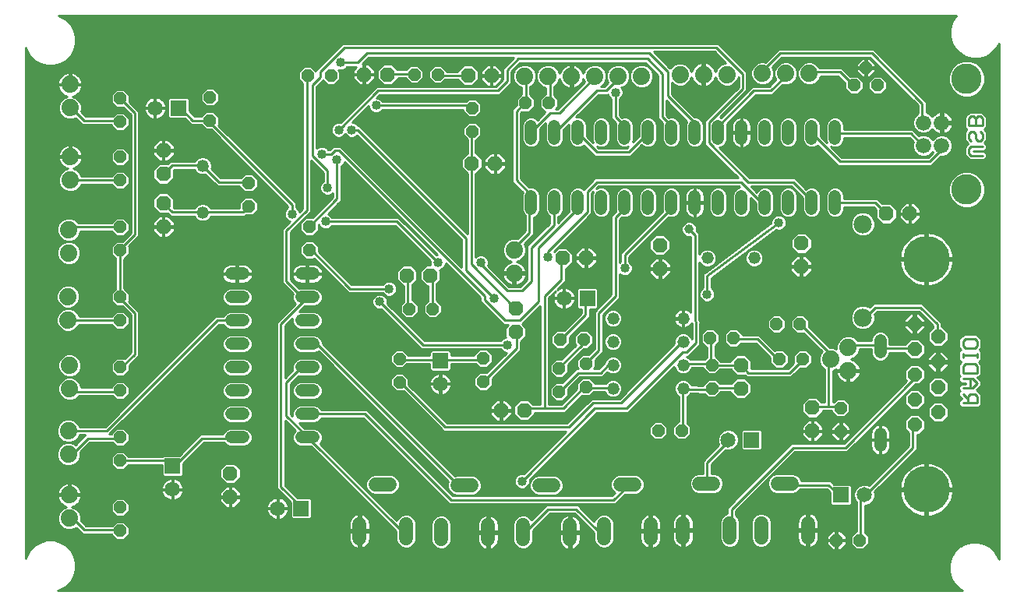
<source format=gbl>
G75*
G70*
%OFA0B0*%
%FSLAX24Y24*%
%IPPOS*%
%LPD*%
%AMOC8*
5,1,8,0,0,1.08239X$1,22.5*
%
%ADD10C,0.0110*%
%ADD11C,0.0520*%
%ADD12C,0.0740*%
%ADD13C,0.0660*%
%ADD14C,0.1300*%
%ADD15R,0.0650X0.0650*%
%ADD16C,0.0650*%
%ADD17C,0.0520*%
%ADD18C,0.0780*%
%ADD19OC8,0.0520*%
%ADD20OC8,0.0630*%
%ADD21C,0.0600*%
%ADD22OC8,0.0600*%
%ADD23C,0.2000*%
%ADD24C,0.0100*%
%ADD25C,0.0400*%
%ADD26OC8,0.0396*%
%ADD27C,0.0396*%
D10*
X040747Y008741D02*
X041338Y008741D01*
X041338Y009036D01*
X041239Y009134D01*
X041043Y009134D01*
X040944Y009036D01*
X040944Y008741D01*
X040944Y008937D02*
X040747Y009134D01*
X040747Y009385D02*
X041141Y009385D01*
X041338Y009582D01*
X041141Y009779D01*
X040747Y009779D01*
X040747Y010030D02*
X040747Y010325D01*
X040846Y010423D01*
X041239Y010423D01*
X041338Y010325D01*
X041338Y010030D01*
X040747Y010030D01*
X041043Y009779D02*
X041043Y009385D01*
X041338Y010674D02*
X041338Y010871D01*
X041338Y010772D02*
X040747Y010772D01*
X040747Y010674D02*
X040747Y010871D01*
X040846Y011104D02*
X040747Y011202D01*
X040747Y011399D01*
X040846Y011497D01*
X041239Y011497D01*
X041338Y011399D01*
X041338Y011202D01*
X041239Y011104D01*
X040846Y011104D01*
X041082Y019327D02*
X040984Y019425D01*
X040984Y019622D01*
X041082Y019720D01*
X041574Y019720D01*
X041476Y019971D02*
X041377Y019971D01*
X041279Y020069D01*
X041279Y020266D01*
X041180Y020365D01*
X041082Y020365D01*
X040984Y020266D01*
X040984Y020069D01*
X041082Y019971D01*
X041476Y019971D02*
X041574Y020069D01*
X041574Y020266D01*
X041476Y020365D01*
X041574Y020616D02*
X040984Y020616D01*
X040984Y020911D01*
X041082Y021009D01*
X041180Y021009D01*
X041279Y020911D01*
X041279Y020616D01*
X041279Y020911D02*
X041377Y021009D01*
X041476Y021009D01*
X041574Y020911D01*
X041574Y020616D01*
X041574Y019327D02*
X041082Y019327D01*
D11*
X035262Y020067D02*
X035262Y020587D01*
X034262Y020587D02*
X034262Y020067D01*
X033262Y020067D02*
X033262Y020587D01*
X032262Y020587D02*
X032262Y020067D01*
X031262Y020067D02*
X031262Y020587D01*
X030262Y020587D02*
X030262Y020067D01*
X029262Y020067D02*
X029262Y020587D01*
X028262Y020587D02*
X028262Y020067D01*
X027262Y020067D02*
X027262Y020587D01*
X026262Y020587D02*
X026262Y020067D01*
X025262Y020067D02*
X025262Y020587D01*
X024262Y020587D02*
X024262Y020067D01*
X023262Y020067D02*
X023262Y020587D01*
X022262Y020587D02*
X022262Y020067D01*
X022262Y017587D02*
X022262Y017067D01*
X023262Y017067D02*
X023262Y017587D01*
X024262Y017587D02*
X024262Y017067D01*
X025262Y017067D02*
X025262Y017587D01*
X026262Y017587D02*
X026262Y017067D01*
X027262Y017067D02*
X027262Y017587D01*
X028262Y017587D02*
X028262Y017067D01*
X029262Y017067D02*
X029262Y017587D01*
X030262Y017587D02*
X030262Y017067D01*
X031262Y017067D02*
X031262Y017587D01*
X032262Y017587D02*
X032262Y017067D01*
X033262Y017067D02*
X033262Y017587D01*
X034262Y017587D02*
X034262Y017067D01*
X035262Y017067D02*
X035262Y017587D01*
X037199Y011430D02*
X037199Y010910D01*
X037199Y007430D02*
X037199Y006910D01*
X012951Y007272D02*
X012431Y007272D01*
X012431Y008272D02*
X012951Y008272D01*
X012951Y009272D02*
X012431Y009272D01*
X012431Y010272D02*
X012951Y010272D01*
X012951Y011272D02*
X012431Y011272D01*
X012431Y012272D02*
X012951Y012272D01*
X012951Y013272D02*
X012431Y013272D01*
X012431Y014272D02*
X012951Y014272D01*
X009951Y014272D02*
X009431Y014272D01*
X009431Y013272D02*
X009951Y013272D01*
X009951Y012272D02*
X009431Y012272D01*
X009431Y011272D02*
X009951Y011272D01*
X009951Y010272D02*
X009431Y010272D01*
X009431Y009272D02*
X009951Y009272D01*
X009951Y008272D02*
X009431Y008272D01*
X009431Y007272D02*
X009951Y007272D01*
D12*
X002479Y007552D03*
X002479Y006552D03*
X002511Y004810D03*
X002511Y003810D03*
X002526Y009347D03*
X002526Y010347D03*
X002455Y012300D03*
X002455Y013300D03*
X002487Y015158D03*
X002487Y016158D03*
X002550Y018284D03*
X002550Y019284D03*
X002537Y021373D03*
X002537Y022373D03*
X021546Y015288D03*
X021546Y014288D03*
X035075Y010619D03*
X035825Y011119D03*
X035825Y010119D03*
X034160Y022843D03*
X033160Y022843D03*
X032160Y022843D03*
X030632Y022804D03*
X029632Y022804D03*
X028632Y022804D03*
X026987Y022725D03*
X025987Y022725D03*
X024987Y022725D03*
X023987Y022725D03*
X022987Y022725D03*
X021987Y022725D03*
D13*
X039045Y020737D03*
X039825Y020737D03*
X039825Y019752D03*
X039045Y019752D03*
D14*
X040895Y017875D03*
X040895Y022615D03*
D15*
X024668Y013225D03*
X018382Y010558D03*
X012422Y004234D03*
X006922Y006047D03*
X031689Y007171D03*
X035516Y004809D03*
X007176Y021367D03*
D16*
X006176Y021367D03*
X023668Y013225D03*
X018382Y009558D03*
X011422Y004234D03*
X006922Y005047D03*
X030689Y007171D03*
X036516Y004809D03*
D17*
X028766Y009367D03*
X028766Y010367D03*
X028766Y011367D03*
X028766Y012367D03*
X025766Y012367D03*
X025766Y011367D03*
X025766Y010367D03*
X025766Y009367D03*
X029802Y014945D03*
X031802Y014945D03*
X008215Y016898D03*
X008215Y018898D03*
D18*
X036456Y016397D03*
X036456Y012397D03*
D19*
X033762Y012123D03*
X032762Y012123D03*
X030922Y011518D03*
X029922Y011518D03*
X030003Y010367D03*
X030003Y009367D03*
X032880Y010626D03*
X033880Y010626D03*
X035506Y008528D03*
X035506Y007528D03*
X028698Y007565D03*
X027698Y007565D03*
X024609Y009434D03*
X023459Y009221D03*
X023459Y010221D03*
X024609Y010434D03*
X024510Y011453D03*
X023510Y011453D03*
X020212Y010648D03*
X020212Y009648D03*
X016633Y009635D03*
X016633Y010635D03*
X017059Y012770D03*
X018059Y012770D03*
X012780Y015287D03*
X012780Y016287D03*
X010180Y017162D03*
X010180Y018162D03*
X008530Y020830D03*
X008530Y021830D03*
X004691Y021772D03*
X004691Y020772D03*
X004691Y019272D03*
X004691Y018272D03*
X004691Y016272D03*
X004691Y015272D03*
X004691Y013272D03*
X004691Y012272D03*
X004691Y010272D03*
X004691Y009272D03*
X004691Y007272D03*
X004691Y006272D03*
X004691Y004272D03*
X004691Y003272D03*
X035321Y002871D03*
X036321Y002871D03*
X019739Y020367D03*
X019739Y021367D03*
X018266Y022800D03*
X017266Y022800D03*
X013699Y022760D03*
X012699Y022760D03*
X022026Y021579D03*
X023026Y021579D03*
X036081Y022343D03*
X037081Y022343D03*
X036581Y023093D03*
D20*
X037463Y016840D03*
X038463Y016840D03*
X033820Y015580D03*
X033820Y014580D03*
X027772Y014501D03*
X027772Y015501D03*
X024605Y014945D03*
X023605Y014945D03*
X021609Y012780D03*
X021609Y011780D03*
X017952Y014204D03*
X016952Y014204D03*
X019729Y018993D03*
X020729Y018993D03*
X020566Y022764D03*
X019566Y022764D03*
X016125Y022804D03*
X015125Y022804D03*
X006534Y019548D03*
X006534Y018548D03*
X006534Y017296D03*
X006534Y016296D03*
X020971Y008434D03*
X021971Y008434D03*
X031239Y009367D03*
X031239Y010367D03*
X034296Y008541D03*
X034296Y007541D03*
X009396Y005724D03*
X009396Y004724D03*
D21*
X014920Y003556D02*
X014920Y002956D01*
X016920Y002956D02*
X016920Y003556D01*
X018420Y003517D02*
X018420Y002917D01*
X020420Y002917D02*
X020420Y003517D01*
X021920Y003517D02*
X021920Y002917D01*
X023920Y002917D02*
X023920Y003517D01*
X025380Y003556D02*
X025380Y002956D01*
X027380Y002956D02*
X027380Y003556D01*
X028762Y003596D02*
X028762Y002996D01*
X030762Y002996D02*
X030762Y003596D01*
X032105Y003596D02*
X032105Y002996D01*
X034105Y002996D02*
X034105Y003596D01*
X033405Y005296D02*
X032805Y005296D01*
X030062Y005296D02*
X029462Y005296D01*
X026680Y005256D02*
X026080Y005256D01*
X023220Y005217D02*
X022620Y005217D01*
X019720Y005217D02*
X019120Y005217D01*
X016220Y005256D02*
X015620Y005256D01*
D22*
X038668Y007809D03*
X039668Y008349D03*
X038668Y008889D03*
X039668Y009429D03*
X038668Y009969D03*
X039668Y010509D03*
X038668Y011049D03*
X039668Y011589D03*
X038668Y012129D03*
D23*
X039168Y014899D03*
X039168Y005039D03*
D24*
X002116Y000747D02*
X002023Y000722D01*
X040717Y000722D01*
X040559Y000813D01*
X040355Y001018D01*
X040210Y001269D01*
X040135Y001549D01*
X040135Y001838D01*
X040210Y002118D01*
X040355Y002369D01*
X040559Y002574D01*
X040810Y002718D01*
X041090Y002793D01*
X041380Y002793D01*
X041659Y002718D01*
X041910Y002574D01*
X042115Y002369D01*
X042260Y002118D01*
X042273Y002069D01*
X042273Y024117D01*
X042154Y023912D01*
X041950Y023707D01*
X041699Y023562D01*
X041419Y023487D01*
X041129Y023487D01*
X040850Y023562D01*
X040599Y023707D01*
X040394Y023912D01*
X040249Y024162D01*
X040174Y024442D01*
X040174Y024732D01*
X040249Y025012D01*
X040394Y025262D01*
X040450Y025318D01*
X002037Y025318D01*
X002116Y025297D01*
X002367Y025152D01*
X002572Y024948D01*
X002716Y024697D01*
X002791Y024417D01*
X002791Y024127D01*
X002716Y023848D01*
X002572Y023597D01*
X002367Y023392D01*
X002116Y023247D01*
X001836Y023172D01*
X001547Y023172D01*
X001267Y023247D01*
X001016Y023392D01*
X000811Y023597D01*
X000666Y023848D01*
X000641Y023941D01*
X000641Y002103D01*
X000666Y002197D01*
X000811Y002448D01*
X001016Y002652D01*
X001267Y002797D01*
X001547Y002872D01*
X001836Y002872D01*
X002116Y002797D01*
X002367Y002652D01*
X002572Y002448D01*
X002716Y002197D01*
X002791Y001917D01*
X002791Y001627D01*
X002716Y001348D01*
X002572Y001097D01*
X002367Y000892D01*
X002116Y000747D01*
X002147Y000765D02*
X040643Y000765D01*
X040509Y000863D02*
X002317Y000863D01*
X002437Y000962D02*
X040411Y000962D01*
X040330Y001060D02*
X002535Y001060D01*
X002608Y001159D02*
X040273Y001159D01*
X040216Y001258D02*
X002665Y001258D01*
X002719Y001356D02*
X040186Y001356D01*
X040160Y001455D02*
X002745Y001455D01*
X002772Y001553D02*
X040135Y001553D01*
X040135Y001652D02*
X002791Y001652D01*
X002791Y001750D02*
X040135Y001750D01*
X040138Y001849D02*
X002791Y001849D01*
X002783Y001947D02*
X040164Y001947D01*
X040190Y002046D02*
X002757Y002046D01*
X002731Y002144D02*
X040225Y002144D01*
X040282Y002243D02*
X002690Y002243D01*
X002633Y002342D02*
X040339Y002342D01*
X040426Y002440D02*
X002576Y002440D01*
X002481Y002539D02*
X014749Y002539D01*
X014747Y002539D02*
X014814Y002517D01*
X014870Y002509D01*
X014870Y003206D01*
X014970Y003206D01*
X014970Y002509D01*
X015025Y002517D01*
X015093Y002539D01*
X015156Y002571D01*
X015213Y002613D01*
X015263Y002663D01*
X015305Y002721D01*
X015337Y002784D01*
X015359Y002851D01*
X015370Y002921D01*
X015370Y003206D01*
X014970Y003206D01*
X014970Y003306D01*
X015370Y003306D01*
X015370Y003592D01*
X015359Y003662D01*
X015337Y003729D01*
X015305Y003792D01*
X015263Y003849D01*
X015213Y003900D01*
X015156Y003941D01*
X015093Y003973D01*
X015025Y003995D01*
X014970Y004004D01*
X014970Y003307D01*
X014870Y003307D01*
X014870Y004004D01*
X014814Y003995D01*
X014747Y003973D01*
X014684Y003941D01*
X014627Y003900D01*
X014577Y003849D01*
X014535Y003792D01*
X014503Y003729D01*
X014481Y003662D01*
X014470Y003592D01*
X014470Y003306D01*
X014870Y003306D01*
X014870Y003206D01*
X014470Y003206D01*
X014470Y002921D01*
X014481Y002851D01*
X014503Y002784D01*
X014535Y002721D01*
X014577Y002663D01*
X014627Y002613D01*
X014684Y002571D01*
X014747Y002539D01*
X014870Y002539D02*
X014970Y002539D01*
X014970Y002637D02*
X014870Y002637D01*
X014870Y002736D02*
X014970Y002736D01*
X014970Y002834D02*
X014870Y002834D01*
X014870Y002933D02*
X014970Y002933D01*
X014970Y003031D02*
X014870Y003031D01*
X014870Y003130D02*
X014970Y003130D01*
X014970Y003228D02*
X016490Y003228D01*
X016490Y003239D02*
X016490Y002871D01*
X016555Y002713D01*
X016676Y002592D01*
X016834Y002526D01*
X017005Y002526D01*
X017163Y002592D01*
X017284Y002713D01*
X017350Y002871D01*
X017350Y003642D01*
X017284Y003800D01*
X017163Y003921D01*
X017005Y003986D01*
X016834Y003986D01*
X016676Y003921D01*
X016555Y003800D01*
X016521Y003717D01*
X013234Y007004D01*
X013282Y007051D01*
X013341Y007195D01*
X013341Y007350D01*
X013282Y007493D01*
X013172Y007603D01*
X013029Y007662D01*
X012576Y007662D01*
X012356Y007882D01*
X013029Y007882D01*
X013172Y007941D01*
X013282Y008051D01*
X013299Y008092D01*
X015077Y008092D01*
X018651Y004518D01*
X018757Y004412D01*
X025717Y004412D01*
X025866Y004412D01*
X026280Y004826D01*
X026766Y004826D01*
X026924Y004892D01*
X027045Y005013D01*
X027110Y005171D01*
X027110Y005342D01*
X027045Y005500D01*
X026924Y005621D01*
X026766Y005686D01*
X025995Y005686D01*
X025837Y005621D01*
X025716Y005500D01*
X025650Y005342D01*
X025650Y005171D01*
X025716Y005013D01*
X025837Y004892D01*
X025717Y004772D01*
X018906Y004772D01*
X015331Y008347D01*
X015226Y008452D01*
X013299Y008452D01*
X013282Y008493D01*
X013172Y008603D01*
X013029Y008662D01*
X012354Y008662D01*
X012211Y008603D01*
X012101Y008493D01*
X012041Y008350D01*
X012041Y008197D01*
X011971Y008267D01*
X011971Y009558D01*
X012313Y009899D01*
X012354Y009882D01*
X013029Y009882D01*
X013172Y009941D01*
X013282Y010051D01*
X013341Y010195D01*
X013341Y010350D01*
X013282Y010493D01*
X013172Y010603D01*
X013029Y010662D01*
X012354Y010662D01*
X012211Y010603D01*
X012101Y010493D01*
X012041Y010350D01*
X012041Y010195D01*
X012058Y010154D01*
X011731Y009827D01*
X011731Y012038D01*
X012041Y012348D01*
X012041Y012195D01*
X012101Y012051D01*
X012211Y011941D01*
X012354Y011882D01*
X013029Y011882D01*
X013172Y011941D01*
X013282Y012051D01*
X013341Y012195D01*
X013341Y012350D01*
X013282Y012493D01*
X013172Y012603D01*
X013029Y012662D01*
X012356Y012662D01*
X012576Y012882D01*
X013029Y012882D01*
X013172Y012941D01*
X013282Y013051D01*
X013341Y013195D01*
X013341Y013350D01*
X013282Y013493D01*
X013172Y013603D01*
X013029Y013662D01*
X012354Y013662D01*
X012341Y013657D01*
X011971Y014027D01*
X011971Y016038D01*
X012851Y016918D01*
X012851Y017067D01*
X012851Y019118D01*
X013371Y018598D01*
X013371Y018235D01*
X013365Y018232D01*
X013272Y018139D01*
X013221Y018018D01*
X013221Y017886D01*
X013272Y017765D01*
X013365Y017672D01*
X013486Y017622D01*
X013617Y017622D01*
X013738Y017672D01*
X013771Y017706D01*
X013771Y017547D01*
X012902Y016677D01*
X012618Y016677D01*
X012390Y016449D01*
X012390Y016126D01*
X012618Y015897D01*
X012941Y015897D01*
X013170Y016126D01*
X013170Y016378D01*
X013192Y016325D01*
X013285Y016232D01*
X013406Y016182D01*
X013537Y016182D01*
X013658Y016232D01*
X013751Y016325D01*
X013754Y016332D01*
X016437Y016332D01*
X017944Y014825D01*
X017941Y014818D01*
X017941Y014686D01*
X017957Y014648D01*
X017768Y014648D01*
X017507Y014388D01*
X017507Y014019D01*
X017768Y013759D01*
X017851Y013759D01*
X017851Y013115D01*
X017669Y012932D01*
X017669Y012609D01*
X017897Y012380D01*
X018220Y012380D01*
X018449Y012609D01*
X018449Y012932D01*
X018220Y013160D01*
X018211Y013160D01*
X018211Y013834D01*
X018397Y014019D01*
X018397Y014388D01*
X018355Y014430D01*
X018458Y014472D01*
X018551Y014565D01*
X018601Y014686D01*
X018601Y014728D01*
X020091Y013238D01*
X020091Y013227D01*
X020091Y013078D01*
X021077Y012092D01*
X021226Y012092D01*
X021292Y012092D01*
X021164Y011964D01*
X021164Y011596D01*
X021197Y011562D01*
X021166Y011562D01*
X021045Y011512D01*
X020952Y011419D01*
X020949Y011412D01*
X017706Y011412D01*
X016119Y013000D01*
X016121Y013006D01*
X016121Y013138D01*
X016071Y013259D01*
X015978Y013352D01*
X015857Y013402D01*
X015726Y013402D01*
X015605Y013352D01*
X015512Y013259D01*
X015461Y013138D01*
X015461Y013006D01*
X015512Y012885D01*
X015605Y012792D01*
X015726Y012742D01*
X015857Y012742D01*
X015864Y012745D01*
X017451Y011158D01*
X017557Y011052D01*
X020949Y011052D01*
X020952Y011045D01*
X021045Y010952D01*
X021166Y010902D01*
X021207Y010902D01*
X020343Y010038D01*
X020050Y010038D01*
X019822Y009810D01*
X019822Y009487D01*
X020050Y009258D01*
X020373Y009258D01*
X020602Y009487D01*
X020602Y009788D01*
X021706Y010892D01*
X021811Y010998D01*
X021811Y011353D01*
X022054Y011596D01*
X022054Y011964D01*
X021896Y012122D01*
X022651Y012878D01*
X022651Y008692D01*
X022342Y008692D01*
X022155Y008879D01*
X021787Y008879D01*
X021526Y008618D01*
X021526Y008249D01*
X021787Y007989D01*
X022155Y007989D01*
X022416Y008249D01*
X022416Y008332D01*
X022757Y008332D01*
X022906Y008332D01*
X023557Y008332D01*
X023706Y008332D01*
X024432Y009059D01*
X024447Y009044D01*
X024770Y009044D01*
X024939Y009212D01*
X025408Y009212D01*
X025436Y009146D01*
X025545Y009036D01*
X025689Y008977D01*
X025844Y008977D01*
X025987Y009036D01*
X026097Y009146D01*
X026156Y009289D01*
X026156Y009444D01*
X026097Y009588D01*
X025987Y009697D01*
X025844Y009757D01*
X025689Y009757D01*
X025545Y009697D01*
X025436Y009588D01*
X025429Y009572D01*
X024999Y009572D01*
X024999Y009595D01*
X024770Y009824D01*
X024447Y009824D01*
X024219Y009595D01*
X024219Y009354D01*
X023557Y008692D01*
X023011Y008692D01*
X023011Y013238D01*
X023299Y013525D01*
X023262Y013474D01*
X023228Y013407D01*
X023205Y013336D01*
X023193Y013262D01*
X023193Y013244D01*
X023649Y013244D01*
X023649Y013700D01*
X023630Y013700D01*
X023557Y013688D01*
X023486Y013665D01*
X023419Y013631D01*
X023368Y013594D01*
X023731Y013958D01*
X023731Y014107D01*
X023731Y014500D01*
X023789Y014500D01*
X024050Y014761D01*
X024050Y015130D01*
X023789Y015390D01*
X023421Y015390D01*
X023240Y015210D01*
X023232Y015218D01*
X024851Y016838D01*
X024851Y016987D01*
X024851Y017718D01*
X024924Y017791D01*
X024872Y017665D01*
X024872Y016990D01*
X024932Y016846D01*
X025041Y016737D01*
X025185Y016677D01*
X025340Y016677D01*
X025483Y016737D01*
X025593Y016846D01*
X025652Y016990D01*
X025652Y017665D01*
X025593Y017808D01*
X025483Y017918D01*
X025340Y017977D01*
X025185Y017977D01*
X025059Y017925D01*
X025146Y018012D01*
X031157Y018012D01*
X031192Y017977D01*
X031185Y017977D01*
X031041Y017918D01*
X030932Y017808D01*
X030872Y017665D01*
X030872Y016990D01*
X030932Y016846D01*
X031041Y016737D01*
X031185Y016677D01*
X031340Y016677D01*
X031483Y016737D01*
X031593Y016846D01*
X031652Y016990D01*
X031652Y017517D01*
X031851Y017318D01*
X031872Y017297D01*
X031872Y016990D01*
X031932Y016846D01*
X032041Y016737D01*
X032185Y016677D01*
X032340Y016677D01*
X032483Y016737D01*
X032593Y016846D01*
X032652Y016990D01*
X032652Y017665D01*
X032593Y017808D01*
X032483Y017918D01*
X032340Y017977D01*
X032185Y017977D01*
X032041Y017918D01*
X031932Y017808D01*
X031914Y017764D01*
X031666Y018012D01*
X033397Y018012D01*
X033872Y017537D01*
X033872Y016990D01*
X033932Y016846D01*
X034041Y016737D01*
X034185Y016677D01*
X034340Y016677D01*
X034483Y016737D01*
X034593Y016846D01*
X034652Y016990D01*
X034652Y017665D01*
X034593Y017808D01*
X034483Y017918D01*
X034340Y017977D01*
X034185Y017977D01*
X034041Y017918D01*
X034021Y017897D01*
X033546Y018372D01*
X033397Y018372D01*
X031626Y018372D01*
X030321Y019677D01*
X030340Y019677D01*
X030483Y019737D01*
X030593Y019846D01*
X030652Y019990D01*
X030652Y020665D01*
X030637Y020703D01*
X031866Y021932D01*
X032437Y021932D01*
X032586Y021932D01*
X033016Y022362D01*
X033061Y022343D01*
X033259Y022343D01*
X033443Y022419D01*
X033584Y022560D01*
X033660Y022744D01*
X033660Y022942D01*
X033584Y023126D01*
X033443Y023267D01*
X033259Y023343D01*
X033061Y023343D01*
X032877Y023267D01*
X032736Y023126D01*
X032660Y022942D01*
X032660Y022744D01*
X032727Y022582D01*
X032437Y022292D01*
X031717Y022292D01*
X031611Y022187D01*
X030384Y020959D01*
X030348Y020974D01*
X031491Y022118D01*
X031491Y022267D01*
X031491Y022907D01*
X031386Y023012D01*
X030266Y024132D01*
X030117Y024132D01*
X014197Y024132D01*
X014091Y024027D01*
X013051Y022987D01*
X013051Y022960D01*
X012861Y023150D01*
X012538Y023150D01*
X012309Y022922D01*
X012309Y022599D01*
X012491Y022417D01*
X012491Y017067D01*
X012350Y016925D01*
X012311Y017019D01*
X012218Y017112D01*
X012211Y017115D01*
X012211Y017158D01*
X012211Y017307D01*
X008885Y020633D01*
X008920Y020668D01*
X008920Y020991D01*
X008692Y021220D01*
X008369Y021220D01*
X008161Y021012D01*
X007866Y021012D01*
X007631Y021247D01*
X007631Y021745D01*
X007555Y021822D01*
X006797Y021822D01*
X006721Y021745D01*
X006721Y020988D01*
X006797Y020912D01*
X007457Y020912D01*
X007717Y020652D01*
X007866Y020652D01*
X008156Y020652D01*
X008369Y020440D01*
X008569Y020440D01*
X011851Y017158D01*
X011851Y017115D01*
X011845Y017112D01*
X011752Y017019D01*
X011701Y016898D01*
X011701Y016766D01*
X011752Y016645D01*
X011845Y016552D01*
X011938Y016514D01*
X011717Y016292D01*
X011611Y016187D01*
X011611Y014027D01*
X011611Y013878D01*
X012070Y013419D01*
X012041Y013350D01*
X012041Y013195D01*
X012101Y013051D01*
X012168Y012984D01*
X010215Y012984D01*
X010172Y012941D02*
X010282Y013051D01*
X010341Y013195D01*
X010341Y013350D01*
X010282Y013493D01*
X010172Y013603D01*
X010029Y013662D01*
X009354Y013662D01*
X009211Y013603D01*
X009101Y013493D01*
X009041Y013350D01*
X009041Y013195D01*
X009101Y013051D01*
X009211Y012941D01*
X009354Y012882D01*
X010029Y012882D01*
X010172Y012941D01*
X010038Y012886D02*
X012071Y012886D01*
X012168Y012984D02*
X011477Y012292D01*
X011371Y012187D01*
X011371Y005227D01*
X011371Y005078D01*
X011967Y004482D01*
X011967Y003856D01*
X012043Y003779D01*
X012800Y003779D01*
X012877Y003856D01*
X012877Y004613D01*
X012800Y004689D01*
X012269Y004689D01*
X011731Y005227D01*
X011731Y007998D01*
X012168Y007561D01*
X012101Y007493D01*
X012041Y007350D01*
X012041Y007195D01*
X012101Y007051D01*
X012211Y006941D01*
X012354Y006882D01*
X012847Y006882D01*
X016490Y003239D01*
X016490Y003130D02*
X015370Y003130D01*
X015370Y003031D02*
X016490Y003031D01*
X016490Y002933D02*
X015370Y002933D01*
X015353Y002834D02*
X016505Y002834D01*
X016546Y002736D02*
X015312Y002736D01*
X015237Y002637D02*
X016631Y002637D01*
X016805Y002539D02*
X015090Y002539D01*
X014603Y002637D02*
X002382Y002637D01*
X002222Y002736D02*
X014527Y002736D01*
X014486Y002834D02*
X001978Y002834D01*
X001405Y002834D02*
X000641Y002834D01*
X000641Y002736D02*
X001161Y002736D01*
X001001Y002637D02*
X000641Y002637D01*
X000641Y002539D02*
X000902Y002539D01*
X000807Y002440D02*
X000641Y002440D01*
X000641Y002342D02*
X000750Y002342D01*
X000693Y002243D02*
X000641Y002243D01*
X000641Y002144D02*
X000652Y002144D01*
X000641Y002933D02*
X004479Y002933D01*
X004530Y002882D02*
X004853Y002882D01*
X005081Y003111D01*
X005081Y003434D01*
X004853Y003662D01*
X004530Y003662D01*
X004360Y003492D01*
X003226Y003492D01*
X003010Y003708D01*
X003011Y003711D01*
X003011Y003910D01*
X002935Y004093D01*
X002794Y004234D01*
X002629Y004302D01*
X002633Y004303D01*
X002711Y004328D01*
X002783Y004365D01*
X002850Y004414D01*
X002908Y004471D01*
X002956Y004538D01*
X002993Y004611D01*
X003018Y004688D01*
X003031Y004769D01*
X003031Y004780D01*
X002541Y004780D01*
X002541Y004840D01*
X003031Y004840D01*
X003031Y004851D01*
X003018Y004932D01*
X002993Y005010D01*
X002956Y005083D01*
X002908Y005149D01*
X002850Y005207D01*
X002783Y005255D01*
X002711Y005292D01*
X002633Y005317D01*
X002552Y005330D01*
X002541Y005330D01*
X002541Y004840D01*
X002481Y004840D01*
X002481Y004780D01*
X001991Y004780D01*
X001991Y004769D01*
X002004Y004688D01*
X002029Y004611D01*
X002066Y004538D01*
X002114Y004471D01*
X002172Y004414D01*
X002238Y004365D01*
X002311Y004328D01*
X002389Y004303D01*
X002393Y004302D01*
X002228Y004234D01*
X002087Y004093D01*
X002011Y003910D01*
X002011Y003711D01*
X002087Y003527D01*
X002228Y003386D01*
X002411Y003310D01*
X002610Y003310D01*
X002794Y003386D01*
X002808Y003401D01*
X003077Y003132D01*
X003226Y003132D01*
X004301Y003132D01*
X004301Y003111D01*
X004530Y002882D01*
X004381Y003031D02*
X000641Y003031D01*
X000641Y003130D02*
X004301Y003130D01*
X004392Y003524D02*
X003194Y003524D01*
X003096Y003623D02*
X004491Y003623D01*
X004530Y003882D02*
X004853Y003882D01*
X005081Y004111D01*
X005081Y004434D01*
X004853Y004662D01*
X004530Y004662D01*
X004301Y004434D01*
X004301Y004111D01*
X004530Y003882D01*
X004494Y003918D02*
X003007Y003918D01*
X003011Y003820D02*
X011189Y003820D01*
X011173Y003828D02*
X011239Y003794D01*
X011310Y003771D01*
X011384Y003759D01*
X011403Y003759D01*
X011403Y004215D01*
X011440Y004215D01*
X011440Y003759D01*
X011459Y003759D01*
X011533Y003771D01*
X011604Y003794D01*
X011671Y003828D01*
X011731Y003872D01*
X011784Y003925D01*
X011828Y003986D01*
X011862Y004052D01*
X011885Y004123D01*
X011897Y004197D01*
X011897Y004216D01*
X011441Y004216D01*
X011441Y004253D01*
X011897Y004253D01*
X011897Y004272D01*
X011885Y004346D01*
X011862Y004417D01*
X011828Y004483D01*
X011784Y004544D01*
X011731Y004597D01*
X011671Y004641D01*
X011604Y004675D01*
X011533Y004698D01*
X011459Y004709D01*
X011440Y004709D01*
X011440Y004254D01*
X011403Y004254D01*
X011403Y004709D01*
X011384Y004709D01*
X011310Y004698D01*
X011239Y004675D01*
X011173Y004641D01*
X011112Y004597D01*
X011059Y004544D01*
X011015Y004483D01*
X010981Y004417D01*
X010958Y004346D01*
X010947Y004272D01*
X010947Y004253D01*
X011402Y004253D01*
X011402Y004216D01*
X010947Y004216D01*
X010947Y004197D01*
X010958Y004123D01*
X010981Y004052D01*
X011015Y003986D01*
X011059Y003925D01*
X011112Y003872D01*
X011173Y003828D01*
X011066Y003918D02*
X004889Y003918D01*
X004988Y004017D02*
X010999Y004017D01*
X010961Y004115D02*
X005081Y004115D01*
X005081Y004214D02*
X010947Y004214D01*
X010953Y004312D02*
X009641Y004312D01*
X009588Y004259D02*
X009861Y004532D01*
X009861Y004694D01*
X009426Y004694D01*
X009426Y004754D01*
X009861Y004754D01*
X009861Y004917D01*
X009588Y005189D01*
X009426Y005189D01*
X009426Y004755D01*
X009366Y004755D01*
X009366Y005189D01*
X009203Y005189D01*
X008931Y004917D01*
X008931Y004754D01*
X009365Y004754D01*
X009365Y004694D01*
X008931Y004694D01*
X008931Y004532D01*
X009203Y004259D01*
X009366Y004259D01*
X009366Y004694D01*
X009426Y004694D01*
X009426Y004259D01*
X009588Y004259D01*
X009426Y004312D02*
X009366Y004312D01*
X009366Y004411D02*
X009426Y004411D01*
X009426Y004509D02*
X009366Y004509D01*
X009366Y004608D02*
X009426Y004608D01*
X009426Y004707D02*
X011366Y004707D01*
X011403Y004707D02*
X011440Y004707D01*
X011477Y004707D02*
X011742Y004707D01*
X011716Y004608D02*
X011841Y004608D01*
X011809Y004509D02*
X011940Y004509D01*
X011967Y004411D02*
X011864Y004411D01*
X011890Y004312D02*
X011967Y004312D01*
X011967Y004214D02*
X011897Y004214D01*
X011882Y004115D02*
X011967Y004115D01*
X011967Y004017D02*
X011844Y004017D01*
X011777Y003918D02*
X011967Y003918D01*
X012003Y003820D02*
X011654Y003820D01*
X011440Y003820D02*
X011403Y003820D01*
X011403Y003918D02*
X011440Y003918D01*
X011440Y004017D02*
X011403Y004017D01*
X011403Y004115D02*
X011440Y004115D01*
X011440Y004214D02*
X011403Y004214D01*
X011403Y004312D02*
X011440Y004312D01*
X011440Y004411D02*
X011403Y004411D01*
X011403Y004509D02*
X011440Y004509D01*
X011440Y004608D02*
X011403Y004608D01*
X011128Y004608D02*
X009861Y004608D01*
X009838Y004509D02*
X011034Y004509D01*
X010979Y004411D02*
X009740Y004411D01*
X009150Y004312D02*
X005081Y004312D01*
X005081Y004411D02*
X009052Y004411D01*
X008953Y004509D02*
X005006Y004509D01*
X004907Y004608D02*
X006736Y004608D01*
X006739Y004606D02*
X006810Y004583D01*
X006884Y004572D01*
X006903Y004572D01*
X006903Y005027D01*
X006940Y005027D01*
X006940Y004572D01*
X006959Y004572D01*
X007033Y004583D01*
X007104Y004606D01*
X007171Y004640D01*
X007231Y004684D01*
X007284Y004737D01*
X007328Y004798D01*
X007362Y004864D01*
X007385Y004935D01*
X007397Y005009D01*
X007397Y005028D01*
X006941Y005028D01*
X006941Y005066D01*
X007397Y005066D01*
X007397Y005084D01*
X007385Y005158D01*
X007362Y005229D01*
X007328Y005296D01*
X007284Y005356D01*
X007231Y005409D01*
X007171Y005453D01*
X007104Y005487D01*
X007033Y005510D01*
X006959Y005522D01*
X006940Y005522D01*
X006940Y005066D01*
X006903Y005066D01*
X006903Y005522D01*
X006884Y005522D01*
X006810Y005510D01*
X006739Y005487D01*
X006673Y005453D01*
X006612Y005409D01*
X006559Y005356D01*
X006515Y005296D01*
X006481Y005229D01*
X006458Y005158D01*
X006447Y005084D01*
X006447Y005066D01*
X006902Y005066D01*
X006902Y005028D01*
X006447Y005028D01*
X006447Y005009D01*
X006458Y004935D01*
X006481Y004864D01*
X006515Y004798D01*
X006559Y004737D01*
X006612Y004684D01*
X006673Y004640D01*
X006739Y004606D01*
X006903Y004608D02*
X006940Y004608D01*
X006940Y004707D02*
X006903Y004707D01*
X006903Y004805D02*
X006940Y004805D01*
X006940Y004904D02*
X006903Y004904D01*
X006903Y005002D02*
X006940Y005002D01*
X006940Y005101D02*
X006903Y005101D01*
X006903Y005199D02*
X006940Y005199D01*
X006940Y005298D02*
X006903Y005298D01*
X006903Y005396D02*
X006940Y005396D01*
X006940Y005495D02*
X006903Y005495D01*
X006764Y005495D02*
X000641Y005495D01*
X000641Y005593D02*
X006541Y005593D01*
X006543Y005592D02*
X007300Y005592D01*
X007377Y005668D01*
X007377Y006163D01*
X008266Y007052D01*
X009100Y007052D01*
X009101Y007051D01*
X009211Y006941D01*
X009354Y006882D01*
X010029Y006882D01*
X010172Y006941D01*
X010282Y007051D01*
X010341Y007195D01*
X010341Y007350D01*
X010282Y007493D01*
X010172Y007603D01*
X010029Y007662D01*
X009354Y007662D01*
X009211Y007603D01*
X009101Y007493D01*
X009067Y007412D01*
X008266Y007412D01*
X008117Y007412D01*
X007206Y006502D01*
X006543Y006502D01*
X006493Y006452D01*
X005063Y006452D01*
X004853Y006662D01*
X004530Y006662D01*
X004301Y006434D01*
X004301Y006111D01*
X004530Y005882D01*
X004853Y005882D01*
X005063Y006092D01*
X006467Y006092D01*
X006467Y005668D01*
X006543Y005592D01*
X006467Y005692D02*
X000641Y005692D01*
X000641Y005791D02*
X006467Y005791D01*
X006467Y005889D02*
X004860Y005889D01*
X004958Y005988D02*
X006467Y005988D01*
X006467Y006086D02*
X005057Y006086D01*
X005035Y006480D02*
X006521Y006480D01*
X006751Y006272D02*
X006911Y006112D01*
X006922Y006047D01*
X006991Y006032D01*
X008191Y007232D01*
X009631Y007232D01*
X009691Y007272D01*
X009179Y006973D02*
X008187Y006973D01*
X008088Y006875D02*
X011371Y006875D01*
X011371Y006973D02*
X010204Y006973D01*
X010291Y007072D02*
X011371Y007072D01*
X011371Y007170D02*
X010331Y007170D01*
X010341Y007269D02*
X011371Y007269D01*
X011371Y007367D02*
X010334Y007367D01*
X010293Y007466D02*
X011371Y007466D01*
X011371Y007564D02*
X010211Y007564D01*
X010029Y007882D02*
X010172Y007941D01*
X010282Y008051D01*
X010341Y008195D01*
X010341Y008350D01*
X010282Y008493D01*
X010172Y008603D01*
X010029Y008662D01*
X009354Y008662D01*
X009211Y008603D01*
X009101Y008493D01*
X009041Y008350D01*
X009041Y008195D01*
X009101Y008051D01*
X009211Y007941D01*
X009354Y007882D01*
X010029Y007882D01*
X010189Y007959D02*
X011371Y007959D01*
X011371Y008057D02*
X010284Y008057D01*
X010325Y008156D02*
X011371Y008156D01*
X011371Y008254D02*
X010341Y008254D01*
X010340Y008353D02*
X011371Y008353D01*
X011371Y008451D02*
X010299Y008451D01*
X010225Y008550D02*
X011371Y008550D01*
X011371Y008648D02*
X010062Y008648D01*
X010029Y008882D02*
X010172Y008941D01*
X010282Y009051D01*
X010341Y009195D01*
X010341Y009350D01*
X010282Y009493D01*
X010172Y009603D01*
X010029Y009662D01*
X009354Y009662D01*
X009211Y009603D01*
X009101Y009493D01*
X009041Y009350D01*
X009041Y009195D01*
X009101Y009051D01*
X009211Y008941D01*
X009354Y008882D01*
X010029Y008882D01*
X010175Y008944D02*
X011371Y008944D01*
X011371Y009042D02*
X010273Y009042D01*
X010319Y009141D02*
X011371Y009141D01*
X011371Y009240D02*
X010341Y009240D01*
X010341Y009338D02*
X011371Y009338D01*
X011371Y009437D02*
X010305Y009437D01*
X010240Y009535D02*
X011371Y009535D01*
X011371Y009634D02*
X010098Y009634D01*
X010029Y009882D02*
X010172Y009941D01*
X010282Y010051D01*
X010341Y010195D01*
X010341Y010350D01*
X010282Y010493D01*
X010172Y010603D01*
X010029Y010662D01*
X009354Y010662D01*
X009211Y010603D01*
X009101Y010493D01*
X009041Y010350D01*
X009041Y010195D01*
X009101Y010051D01*
X009211Y009941D01*
X009354Y009882D01*
X010029Y009882D01*
X010143Y009929D02*
X011371Y009929D01*
X011371Y009831D02*
X006645Y009831D01*
X006743Y009929D02*
X009240Y009929D01*
X009124Y010028D02*
X006842Y010028D01*
X006940Y010126D02*
X009070Y010126D01*
X009041Y010225D02*
X007039Y010225D01*
X007137Y010324D02*
X009041Y010324D01*
X009071Y010422D02*
X007236Y010422D01*
X007334Y010521D02*
X009128Y010521D01*
X009250Y010619D02*
X007433Y010619D01*
X007532Y010718D02*
X011371Y010718D01*
X011371Y010816D02*
X007630Y010816D01*
X007729Y010915D02*
X009275Y010915D01*
X009211Y010941D02*
X009354Y010882D01*
X010029Y010882D01*
X010172Y010941D01*
X010282Y011051D01*
X010341Y011195D01*
X010341Y011350D01*
X010282Y011493D01*
X010172Y011603D01*
X010029Y011662D01*
X009354Y011662D01*
X009211Y011603D01*
X009101Y011493D01*
X009041Y011350D01*
X009041Y011195D01*
X009101Y011051D01*
X009211Y010941D01*
X009139Y011013D02*
X007827Y011013D01*
X007926Y011112D02*
X009076Y011112D01*
X009041Y011210D02*
X008024Y011210D01*
X008123Y011309D02*
X009041Y011309D01*
X009065Y011408D02*
X008221Y011408D01*
X008320Y011506D02*
X009114Y011506D01*
X009215Y011605D02*
X008418Y011605D01*
X008517Y011703D02*
X011371Y011703D01*
X011371Y011605D02*
X010168Y011605D01*
X010269Y011506D02*
X011371Y011506D01*
X011371Y011408D02*
X010318Y011408D01*
X010341Y011309D02*
X011371Y011309D01*
X011371Y011210D02*
X010341Y011210D01*
X010307Y011112D02*
X011371Y011112D01*
X011371Y011013D02*
X010244Y011013D01*
X010108Y010915D02*
X011371Y010915D01*
X011731Y010915D02*
X012275Y010915D01*
X012211Y010941D02*
X012354Y010882D01*
X013029Y010882D01*
X013172Y010941D01*
X013180Y010949D01*
X018730Y005399D01*
X018690Y005303D01*
X018690Y005131D01*
X018755Y004973D01*
X018876Y004852D01*
X019034Y004787D01*
X019805Y004787D01*
X019963Y004852D01*
X020084Y004973D01*
X020150Y005131D01*
X020150Y005303D01*
X020084Y005461D01*
X019963Y005581D01*
X019805Y005647D01*
X019034Y005647D01*
X019004Y005634D01*
X013341Y011297D01*
X013341Y011350D01*
X013282Y011493D01*
X013172Y011603D01*
X013029Y011662D01*
X012354Y011662D01*
X012211Y011603D01*
X012101Y011493D01*
X012041Y011350D01*
X012041Y011195D01*
X012101Y011051D01*
X012211Y010941D01*
X012139Y011013D02*
X011731Y011013D01*
X011731Y011112D02*
X012076Y011112D01*
X012041Y011210D02*
X011731Y011210D01*
X011731Y011309D02*
X012041Y011309D01*
X012065Y011408D02*
X011731Y011408D01*
X011731Y011506D02*
X012114Y011506D01*
X012215Y011605D02*
X011731Y011605D01*
X011731Y011703D02*
X016906Y011703D01*
X017004Y011605D02*
X013168Y011605D01*
X013269Y011506D02*
X017103Y011506D01*
X017202Y011408D02*
X013318Y011408D01*
X013341Y011309D02*
X017300Y011309D01*
X017399Y011210D02*
X013428Y011210D01*
X013526Y011112D02*
X017497Y011112D01*
X017631Y011232D02*
X021231Y011232D01*
X020984Y011013D02*
X020398Y011013D01*
X020373Y011038D02*
X020050Y011038D01*
X019822Y010810D01*
X019822Y010772D01*
X018837Y010772D01*
X018837Y010936D01*
X018761Y011013D01*
X018003Y011013D01*
X017927Y010936D01*
X017927Y010772D01*
X017023Y010772D01*
X017023Y010796D01*
X016794Y011025D01*
X016471Y011025D01*
X016243Y010796D01*
X016243Y010473D01*
X016471Y010245D01*
X016794Y010245D01*
X016962Y010412D01*
X017927Y010412D01*
X017927Y010179D01*
X018003Y010103D01*
X018761Y010103D01*
X018837Y010179D01*
X018837Y010412D01*
X019896Y010412D01*
X020050Y010258D01*
X020373Y010258D01*
X020602Y010487D01*
X020602Y010810D01*
X020373Y011038D01*
X020497Y010915D02*
X021135Y010915D01*
X021121Y010816D02*
X020595Y010816D01*
X020602Y010718D02*
X021023Y010718D01*
X020924Y010619D02*
X020602Y010619D01*
X020602Y010521D02*
X020826Y010521D01*
X020727Y010422D02*
X020537Y010422D01*
X020628Y010324D02*
X020438Y010324D01*
X020530Y010225D02*
X018837Y010225D01*
X018837Y010324D02*
X019985Y010324D01*
X020040Y010028D02*
X018449Y010028D01*
X018420Y010033D02*
X018401Y010033D01*
X018401Y009577D01*
X018363Y009577D01*
X018363Y010033D01*
X018345Y010033D01*
X018271Y010021D01*
X018200Y009998D01*
X018133Y009964D01*
X018073Y009920D01*
X018020Y009867D01*
X017976Y009807D01*
X017942Y009740D01*
X017919Y009669D01*
X017907Y009595D01*
X017907Y009577D01*
X018363Y009577D01*
X018363Y009539D01*
X017907Y009539D01*
X017907Y009520D01*
X017919Y009446D01*
X017942Y009375D01*
X017976Y009309D01*
X018020Y009248D01*
X018073Y009195D01*
X018133Y009151D01*
X018200Y009117D01*
X018271Y009094D01*
X018345Y009083D01*
X018363Y009083D01*
X018363Y009538D01*
X018401Y009538D01*
X018401Y009083D01*
X018420Y009083D01*
X018494Y009094D01*
X018565Y009117D01*
X018631Y009151D01*
X018692Y009195D01*
X018745Y009248D01*
X018789Y009309D01*
X018822Y009375D01*
X018846Y009446D01*
X018857Y009520D01*
X018857Y009539D01*
X018401Y009539D01*
X018401Y009577D01*
X018857Y009577D01*
X018857Y009595D01*
X018846Y009669D01*
X018822Y009740D01*
X018789Y009807D01*
X018745Y009867D01*
X018692Y009920D01*
X018631Y009964D01*
X018565Y009998D01*
X018494Y010021D01*
X018420Y010033D01*
X018401Y010028D02*
X018363Y010028D01*
X018315Y010028D02*
X014610Y010028D01*
X014512Y010126D02*
X017980Y010126D01*
X017927Y010225D02*
X014413Y010225D01*
X014315Y010324D02*
X016393Y010324D01*
X016294Y010422D02*
X014216Y010422D01*
X014117Y010521D02*
X016243Y010521D01*
X016243Y010619D02*
X014019Y010619D01*
X013920Y010718D02*
X016243Y010718D01*
X016263Y010816D02*
X013822Y010816D01*
X013723Y010915D02*
X016361Y010915D01*
X016460Y011013D02*
X013625Y011013D01*
X013411Y010718D02*
X011731Y010718D01*
X011731Y010816D02*
X013313Y010816D01*
X013214Y010915D02*
X013108Y010915D01*
X013151Y011232D02*
X012751Y011232D01*
X012691Y011272D01*
X013151Y011232D02*
X019151Y005232D01*
X019391Y005232D01*
X019420Y005217D01*
X019935Y005593D02*
X021606Y005593D01*
X021592Y005579D02*
X021541Y005458D01*
X021541Y005326D01*
X021592Y005205D01*
X021685Y005112D01*
X021806Y005062D01*
X021937Y005062D01*
X022058Y005112D01*
X022151Y005205D01*
X022190Y005298D01*
X022190Y005298D01*
X022190Y005131D01*
X022255Y004973D01*
X022376Y004852D01*
X022534Y004787D01*
X023305Y004787D01*
X023463Y004852D01*
X023584Y004973D01*
X023650Y005131D01*
X023650Y005303D01*
X023584Y005461D01*
X023463Y005581D01*
X023305Y005647D01*
X022534Y005647D01*
X022376Y005581D01*
X022255Y005461D01*
X022201Y005331D01*
X022201Y005458D01*
X022199Y005465D01*
X025066Y008332D01*
X026277Y008332D01*
X026426Y008332D01*
X028378Y010284D01*
X028436Y010146D01*
X028545Y010036D01*
X028689Y009977D01*
X028844Y009977D01*
X028987Y010036D01*
X029097Y010146D01*
X029141Y010252D01*
X029613Y010252D01*
X029613Y010205D01*
X029841Y009977D01*
X030164Y009977D01*
X030359Y010172D01*
X030804Y010172D01*
X031054Y009922D01*
X031407Y009922D01*
X031477Y009852D01*
X031626Y009852D01*
X033386Y009852D01*
X033491Y009958D01*
X033770Y010236D01*
X034042Y010236D01*
X034270Y010465D01*
X034270Y010788D01*
X034042Y011016D01*
X033719Y011016D01*
X033490Y010788D01*
X033490Y010466D01*
X033237Y010212D01*
X031684Y010212D01*
X031684Y010551D01*
X031423Y010812D01*
X031054Y010812D01*
X030794Y010551D01*
X030794Y010532D01*
X030388Y010532D01*
X030164Y010757D01*
X030131Y010757D01*
X030131Y011176D01*
X030312Y011356D01*
X030312Y011679D01*
X030083Y011908D01*
X029760Y011908D01*
X029532Y011679D01*
X029532Y011356D01*
X029760Y011128D01*
X029771Y011128D01*
X029771Y010687D01*
X029697Y010612D01*
X029072Y010612D01*
X028987Y010697D01*
X028903Y010732D01*
X028986Y010732D01*
X029386Y011132D01*
X029491Y011238D01*
X029491Y012161D01*
X029506Y012202D01*
X029491Y012233D01*
X029491Y012267D01*
X029461Y012297D01*
X029453Y012313D01*
X029453Y014767D01*
X029471Y014724D01*
X029581Y014615D01*
X029724Y014555D01*
X029879Y014555D01*
X030023Y014615D01*
X030132Y014724D01*
X030192Y014868D01*
X030192Y015023D01*
X030132Y015166D01*
X030023Y015276D01*
X029879Y015335D01*
X029724Y015335D01*
X029581Y015276D01*
X029471Y015166D01*
X029453Y015123D01*
X029453Y015854D01*
X029453Y016003D01*
X029349Y016107D01*
X029351Y016113D01*
X029351Y016244D01*
X029301Y016364D01*
X029209Y016456D01*
X029089Y016506D01*
X028958Y016506D01*
X028837Y016456D01*
X028745Y016364D01*
X028695Y016244D01*
X028695Y016113D01*
X028745Y015992D01*
X028837Y015900D01*
X028958Y015850D01*
X029089Y015850D01*
X029093Y015852D01*
X029093Y012614D01*
X029079Y012634D01*
X029033Y012679D01*
X028981Y012717D01*
X028924Y012747D01*
X028862Y012766D01*
X028799Y012777D01*
X028796Y012777D01*
X028796Y012397D01*
X028736Y012397D01*
X028736Y012777D01*
X028734Y012777D01*
X028670Y012766D01*
X028609Y012747D01*
X028551Y012717D01*
X028499Y012679D01*
X028454Y012634D01*
X028416Y012581D01*
X028386Y012524D01*
X028366Y012463D01*
X028356Y012399D01*
X028356Y012397D01*
X028736Y012397D01*
X028736Y012337D01*
X028356Y012337D01*
X028356Y012334D01*
X028366Y012271D01*
X028386Y012209D01*
X028416Y012152D01*
X028454Y012099D01*
X028499Y012054D01*
X028551Y012016D01*
X028609Y011987D01*
X028670Y011967D01*
X028734Y011957D01*
X028736Y011957D01*
X028736Y012336D01*
X028796Y012336D01*
X028796Y011957D01*
X028799Y011957D01*
X028862Y011967D01*
X028924Y011987D01*
X028981Y012016D01*
X029033Y012054D01*
X029079Y012099D01*
X029117Y012152D01*
X029124Y012166D01*
X029131Y012151D01*
X029131Y011504D01*
X029097Y011588D01*
X028987Y011697D01*
X028844Y011757D01*
X028689Y011757D01*
X028545Y011697D01*
X028436Y011588D01*
X028376Y011444D01*
X028376Y011289D01*
X028381Y011277D01*
X026037Y008932D01*
X024837Y008932D01*
X024731Y008827D01*
X023797Y007892D01*
X018666Y007892D01*
X017023Y009535D01*
X017907Y009535D01*
X017913Y009634D02*
X017023Y009634D01*
X017023Y009732D02*
X017940Y009732D01*
X017994Y009831D02*
X016988Y009831D01*
X017023Y009796D02*
X017023Y009535D01*
X017121Y009437D02*
X017922Y009437D01*
X017961Y009338D02*
X017220Y009338D01*
X017319Y009240D02*
X018029Y009240D01*
X018154Y009141D02*
X017417Y009141D01*
X017516Y009042D02*
X022651Y009042D01*
X022651Y008944D02*
X017614Y008944D01*
X017713Y008845D02*
X020725Y008845D01*
X020778Y008899D02*
X020506Y008626D01*
X020506Y008464D01*
X020941Y008464D01*
X020941Y008899D01*
X020778Y008899D01*
X020941Y008845D02*
X021001Y008845D01*
X021001Y008899D02*
X021164Y008899D01*
X021436Y008626D01*
X021436Y008464D01*
X021001Y008464D01*
X020941Y008464D01*
X020941Y008403D01*
X021001Y008403D01*
X021001Y007969D01*
X021164Y007969D01*
X021436Y008241D01*
X021436Y008403D01*
X021001Y008403D01*
X021001Y008464D01*
X021001Y008899D01*
X021001Y008747D02*
X020941Y008747D01*
X020941Y008648D02*
X021001Y008648D01*
X021001Y008550D02*
X020941Y008550D01*
X020941Y008451D02*
X018107Y008451D01*
X018205Y008353D02*
X020506Y008353D01*
X020506Y008403D02*
X020506Y008241D01*
X020778Y007969D01*
X020941Y007969D01*
X020941Y008403D01*
X020506Y008403D01*
X020506Y008550D02*
X018008Y008550D01*
X017910Y008648D02*
X020528Y008648D01*
X020627Y008747D02*
X017811Y008747D01*
X017598Y008451D02*
X016187Y008451D01*
X016285Y008353D02*
X017696Y008353D01*
X017795Y008254D02*
X016384Y008254D01*
X016483Y008156D02*
X017893Y008156D01*
X017992Y008057D02*
X016581Y008057D01*
X016680Y007959D02*
X018091Y007959D01*
X018189Y007860D02*
X016778Y007860D01*
X016877Y007761D02*
X018288Y007761D01*
X018386Y007663D02*
X016975Y007663D01*
X017074Y007564D02*
X018485Y007564D01*
X018517Y007532D02*
X018411Y007638D01*
X016799Y009250D01*
X016794Y009245D01*
X016471Y009245D01*
X016243Y009473D01*
X016243Y009796D01*
X016471Y010025D01*
X016794Y010025D01*
X017023Y009796D01*
X016890Y009929D02*
X018086Y009929D01*
X018363Y009929D02*
X018401Y009929D01*
X018401Y009831D02*
X018363Y009831D01*
X018363Y009732D02*
X018401Y009732D01*
X018401Y009634D02*
X018363Y009634D01*
X018363Y009535D02*
X018401Y009535D01*
X018401Y009437D02*
X018363Y009437D01*
X018363Y009338D02*
X018401Y009338D01*
X018401Y009240D02*
X018363Y009240D01*
X018363Y009141D02*
X018401Y009141D01*
X018611Y009141D02*
X022651Y009141D01*
X022651Y009240D02*
X018736Y009240D01*
X018804Y009338D02*
X019970Y009338D01*
X019872Y009437D02*
X018842Y009437D01*
X018857Y009535D02*
X019822Y009535D01*
X019822Y009634D02*
X018851Y009634D01*
X018825Y009732D02*
X019822Y009732D01*
X019843Y009831D02*
X018771Y009831D01*
X018679Y009929D02*
X019941Y009929D01*
X020212Y009648D02*
X020271Y009712D01*
X021631Y011072D01*
X021631Y011712D01*
X021609Y011780D01*
X021921Y012097D02*
X022651Y012097D01*
X022651Y011999D02*
X022019Y011999D01*
X022054Y011900D02*
X022651Y011900D01*
X022651Y011802D02*
X022054Y011802D01*
X022054Y011703D02*
X022651Y011703D01*
X022651Y011605D02*
X022054Y011605D01*
X021964Y011506D02*
X022651Y011506D01*
X022651Y011408D02*
X021866Y011408D01*
X021811Y011309D02*
X022651Y011309D01*
X022651Y011210D02*
X021811Y011210D01*
X021811Y011112D02*
X022651Y011112D01*
X022651Y011013D02*
X021811Y011013D01*
X021729Y010915D02*
X022651Y010915D01*
X022651Y010816D02*
X021630Y010816D01*
X021532Y010718D02*
X022651Y010718D01*
X022651Y010619D02*
X021433Y010619D01*
X021335Y010521D02*
X022651Y010521D01*
X022651Y010422D02*
X021236Y010422D01*
X021137Y010324D02*
X022651Y010324D01*
X022651Y010225D02*
X021039Y010225D01*
X020940Y010126D02*
X022651Y010126D01*
X022651Y010028D02*
X020842Y010028D01*
X020743Y009929D02*
X022651Y009929D01*
X022651Y009831D02*
X020645Y009831D01*
X020602Y009732D02*
X022651Y009732D01*
X022651Y009634D02*
X020602Y009634D01*
X020602Y009535D02*
X022651Y009535D01*
X022651Y009437D02*
X020552Y009437D01*
X020453Y009338D02*
X022651Y009338D01*
X023011Y009338D02*
X023069Y009338D01*
X023069Y009382D02*
X023069Y009059D01*
X023298Y008831D01*
X023621Y008831D01*
X023849Y009059D01*
X023849Y009355D01*
X024346Y009852D01*
X025157Y009852D01*
X025306Y009852D01*
X025518Y010064D01*
X025545Y010036D01*
X025689Y009977D01*
X025844Y009977D01*
X025987Y010036D01*
X026097Y010146D01*
X026156Y010289D01*
X026156Y010444D01*
X026097Y010588D01*
X025987Y010697D01*
X025844Y010757D01*
X025689Y010757D01*
X025545Y010697D01*
X025436Y010588D01*
X025376Y010444D01*
X025376Y010431D01*
X025371Y010427D01*
X025157Y010212D01*
X024939Y010212D01*
X024999Y010272D01*
X024999Y010585D01*
X025331Y010918D01*
X025331Y011067D01*
X025331Y012518D01*
X025946Y013132D01*
X026051Y013238D01*
X026051Y014266D01*
X026085Y014232D01*
X026206Y014182D01*
X026337Y014182D01*
X026458Y014232D01*
X026551Y014325D01*
X026601Y014446D01*
X026601Y014578D01*
X026551Y014699D01*
X026458Y014792D01*
X026451Y014795D01*
X026451Y014998D01*
X028147Y016693D01*
X028185Y016677D01*
X028340Y016677D01*
X028483Y016737D01*
X028593Y016846D01*
X028652Y016990D01*
X028652Y017665D01*
X028593Y017808D01*
X028483Y017918D01*
X028340Y017977D01*
X028185Y017977D01*
X028041Y017918D01*
X027932Y017808D01*
X027872Y017665D01*
X027872Y016990D01*
X027891Y016946D01*
X026091Y015147D01*
X026091Y014998D01*
X026091Y014795D01*
X026085Y014792D01*
X026051Y014759D01*
X026051Y016598D01*
X026147Y016693D01*
X026185Y016677D01*
X026340Y016677D01*
X026483Y016737D01*
X026593Y016846D01*
X026652Y016990D01*
X026652Y017665D01*
X026593Y017808D01*
X026483Y017918D01*
X026340Y017977D01*
X026185Y017977D01*
X026041Y017918D01*
X025932Y017808D01*
X025872Y017665D01*
X025872Y016990D01*
X025891Y016946D01*
X025691Y016747D01*
X025691Y016598D01*
X025691Y013387D01*
X024971Y012667D01*
X024971Y012518D01*
X024971Y011067D01*
X024728Y010824D01*
X024447Y010824D01*
X024219Y010595D01*
X024219Y010272D01*
X024279Y010212D01*
X024197Y010212D01*
X024091Y010107D01*
X023596Y009611D01*
X023298Y009611D01*
X023069Y009382D01*
X023123Y009437D02*
X023011Y009437D01*
X023011Y009535D02*
X023222Y009535D01*
X023011Y009634D02*
X023619Y009634D01*
X023717Y009732D02*
X023011Y009732D01*
X023011Y009831D02*
X023816Y009831D01*
X023719Y009929D02*
X023914Y009929D01*
X023818Y010028D02*
X024013Y010028D01*
X024111Y010126D02*
X023849Y010126D01*
X023849Y010059D02*
X023849Y010382D01*
X023843Y010389D01*
X024506Y011052D01*
X024517Y011063D01*
X024672Y011063D01*
X024900Y011292D01*
X024900Y011615D01*
X024672Y011843D01*
X024349Y011843D01*
X024120Y011615D01*
X024120Y011292D01*
X024179Y011234D01*
X023556Y010611D01*
X023298Y010611D01*
X023069Y010382D01*
X023069Y010059D01*
X023298Y009831D01*
X023621Y009831D01*
X023849Y010059D01*
X023849Y010225D02*
X024266Y010225D01*
X024219Y010324D02*
X023849Y010324D01*
X023876Y010422D02*
X024219Y010422D01*
X024219Y010521D02*
X023974Y010521D01*
X024073Y010619D02*
X024243Y010619D01*
X024172Y010718D02*
X024341Y010718D01*
X024270Y010816D02*
X024440Y010816D01*
X024369Y010915D02*
X024820Y010915D01*
X024918Y011013D02*
X024467Y011013D01*
X024431Y011232D02*
X024431Y011392D01*
X024510Y011453D01*
X024431Y011232D02*
X023471Y010272D01*
X023459Y010221D01*
X023069Y010225D02*
X023011Y010225D01*
X023011Y010324D02*
X023069Y010324D01*
X023109Y010422D02*
X023011Y010422D01*
X023011Y010521D02*
X023207Y010521D01*
X023011Y010619D02*
X023564Y010619D01*
X023663Y010718D02*
X023011Y010718D01*
X023011Y010816D02*
X023761Y010816D01*
X023860Y010915D02*
X023011Y010915D01*
X023011Y011013D02*
X023958Y011013D01*
X024057Y011112D02*
X023721Y011112D01*
X023672Y011063D02*
X023900Y011292D01*
X023900Y011566D01*
X024666Y012332D01*
X024771Y012438D01*
X024771Y012770D01*
X025047Y012770D01*
X025123Y012846D01*
X025123Y013604D01*
X025047Y013680D01*
X024289Y013680D01*
X024213Y013604D01*
X024213Y012846D01*
X024289Y012770D01*
X024411Y012770D01*
X024411Y012587D01*
X023668Y011843D01*
X023349Y011843D01*
X023120Y011615D01*
X023120Y011292D01*
X023349Y011063D01*
X023672Y011063D01*
X023819Y011210D02*
X024155Y011210D01*
X024120Y011309D02*
X023900Y011309D01*
X023900Y011408D02*
X024120Y011408D01*
X024120Y011506D02*
X023900Y011506D01*
X023939Y011605D02*
X024120Y011605D01*
X024037Y011703D02*
X024209Y011703D01*
X024136Y011802D02*
X024307Y011802D01*
X024234Y011900D02*
X024971Y011900D01*
X024971Y011802D02*
X024713Y011802D01*
X024812Y011703D02*
X024971Y011703D01*
X024971Y011605D02*
X024900Y011605D01*
X024900Y011506D02*
X024971Y011506D01*
X024971Y011408D02*
X024900Y011408D01*
X024900Y011309D02*
X024971Y011309D01*
X024971Y011210D02*
X024819Y011210D01*
X024721Y011112D02*
X024971Y011112D01*
X025151Y010992D02*
X025151Y012592D01*
X025871Y013312D01*
X025871Y016672D01*
X026191Y016992D01*
X026191Y017312D01*
X026262Y017327D01*
X025872Y017320D02*
X025652Y017320D01*
X025652Y017222D02*
X025872Y017222D01*
X025872Y017123D02*
X025652Y017123D01*
X025652Y017024D02*
X025872Y017024D01*
X025871Y016926D02*
X025626Y016926D01*
X025574Y016827D02*
X025772Y016827D01*
X025691Y016729D02*
X025465Y016729D01*
X025691Y016630D02*
X024644Y016630D01*
X024546Y016532D02*
X025691Y016532D01*
X025691Y016433D02*
X024447Y016433D01*
X024349Y016335D02*
X025691Y016335D01*
X025691Y016236D02*
X024250Y016236D01*
X024151Y016138D02*
X025691Y016138D01*
X025691Y016039D02*
X024053Y016039D01*
X023954Y015941D02*
X025691Y015941D01*
X025691Y015842D02*
X023856Y015842D01*
X023757Y015743D02*
X025691Y015743D01*
X025691Y015645D02*
X023659Y015645D01*
X023560Y015546D02*
X025691Y015546D01*
X025691Y015448D02*
X023462Y015448D01*
X023380Y015349D02*
X023363Y015349D01*
X023281Y015251D02*
X023265Y015251D01*
X022991Y015232D02*
X024671Y016912D01*
X024671Y017792D01*
X025071Y018192D01*
X031231Y018192D01*
X032031Y017392D01*
X032191Y017392D01*
X032262Y017327D01*
X032652Y017320D02*
X032872Y017320D01*
X032872Y017222D02*
X032652Y017222D01*
X032652Y017123D02*
X032872Y017123D01*
X032872Y017024D02*
X032652Y017024D01*
X032626Y016926D02*
X032899Y016926D01*
X032872Y016990D02*
X032932Y016846D01*
X033028Y016750D01*
X032923Y016794D01*
X032791Y016794D01*
X032670Y016744D01*
X032577Y016651D01*
X032527Y016530D01*
X032527Y016443D01*
X029732Y014366D01*
X029717Y014366D01*
X029674Y014322D01*
X029624Y014286D01*
X029622Y014271D01*
X029611Y014260D01*
X029611Y014199D01*
X029603Y014138D01*
X029611Y014126D01*
X029611Y013675D01*
X029605Y013672D01*
X029512Y013579D01*
X029461Y013458D01*
X029461Y013326D01*
X029512Y013205D01*
X029605Y013112D01*
X029726Y013062D01*
X029857Y013062D01*
X029978Y013112D01*
X030071Y013205D01*
X030121Y013326D01*
X030121Y013458D01*
X030071Y013579D01*
X029978Y013672D01*
X029971Y013675D01*
X029971Y014095D01*
X032742Y016154D01*
X032791Y016134D01*
X032923Y016134D01*
X033044Y016184D01*
X033137Y016277D01*
X033187Y016398D01*
X033187Y016530D01*
X033137Y016651D01*
X033058Y016730D01*
X033185Y016677D01*
X033340Y016677D01*
X033483Y016737D01*
X033593Y016846D01*
X033652Y016990D01*
X033652Y017665D01*
X033593Y017808D01*
X033483Y017918D01*
X033340Y017977D01*
X033185Y017977D01*
X033041Y017918D01*
X032932Y017808D01*
X032872Y017665D01*
X032872Y016990D01*
X032951Y016827D02*
X032574Y016827D01*
X032655Y016729D02*
X032465Y016729D01*
X032569Y016630D02*
X028084Y016630D01*
X027986Y016532D02*
X032528Y016532D01*
X032514Y016433D02*
X029232Y016433D01*
X029314Y016335D02*
X032381Y016335D01*
X032249Y016236D02*
X029351Y016236D01*
X029351Y016138D02*
X032116Y016138D01*
X031984Y016039D02*
X029417Y016039D01*
X029453Y015941D02*
X031851Y015941D01*
X031718Y015842D02*
X029453Y015842D01*
X029453Y015743D02*
X031586Y015743D01*
X031453Y015645D02*
X029453Y015645D01*
X029453Y015546D02*
X031321Y015546D01*
X031188Y015448D02*
X029453Y015448D01*
X029453Y015349D02*
X031055Y015349D01*
X030923Y015251D02*
X030048Y015251D01*
X030138Y015152D02*
X030790Y015152D01*
X030658Y015054D02*
X030179Y015054D01*
X030192Y014955D02*
X030525Y014955D01*
X030392Y014857D02*
X030187Y014857D01*
X030146Y014758D02*
X030260Y014758D01*
X030127Y014659D02*
X030067Y014659D01*
X029994Y014561D02*
X029893Y014561D01*
X029862Y014462D02*
X029453Y014462D01*
X029453Y014364D02*
X029715Y014364D01*
X029616Y014265D02*
X029453Y014265D01*
X029453Y014167D02*
X029607Y014167D01*
X029611Y014068D02*
X029453Y014068D01*
X029453Y013970D02*
X029611Y013970D01*
X029611Y013871D02*
X029453Y013871D01*
X029453Y013773D02*
X029611Y013773D01*
X029610Y013674D02*
X029453Y013674D01*
X029453Y013575D02*
X029510Y013575D01*
X029469Y013477D02*
X029453Y013477D01*
X029453Y013378D02*
X029461Y013378D01*
X029453Y013280D02*
X029481Y013280D01*
X029453Y013181D02*
X029536Y013181D01*
X029453Y013083D02*
X029676Y013083D01*
X029907Y013083D02*
X042273Y013083D01*
X042273Y013181D02*
X030047Y013181D01*
X030102Y013280D02*
X042273Y013280D01*
X042273Y013378D02*
X030121Y013378D01*
X030114Y013477D02*
X042273Y013477D01*
X042273Y013575D02*
X030073Y013575D01*
X029973Y013674D02*
X042273Y013674D01*
X042273Y013773D02*
X039401Y013773D01*
X039361Y013763D02*
X039487Y013792D01*
X039609Y013835D01*
X039725Y013891D01*
X039834Y013960D01*
X039935Y014040D01*
X040027Y014131D01*
X040107Y014232D01*
X040176Y014342D01*
X040232Y014458D01*
X040275Y014580D01*
X040303Y014706D01*
X040318Y014834D01*
X040318Y014849D01*
X039218Y014849D01*
X039218Y014949D01*
X040318Y014949D01*
X040318Y014964D01*
X040303Y015092D01*
X040275Y015218D01*
X040232Y015340D01*
X040176Y015456D01*
X040107Y015565D01*
X040027Y015666D01*
X039935Y015758D01*
X039834Y015838D01*
X039725Y015907D01*
X039609Y015963D01*
X039487Y016006D01*
X039361Y016034D01*
X039232Y016049D01*
X039218Y016049D01*
X039218Y014949D01*
X039118Y014949D01*
X039118Y016049D01*
X039103Y016049D01*
X038975Y016034D01*
X038849Y016006D01*
X038727Y015963D01*
X038611Y015907D01*
X038501Y015838D01*
X038400Y015758D01*
X038309Y015666D01*
X038229Y015565D01*
X038160Y015456D01*
X038104Y015340D01*
X038061Y015218D01*
X038032Y015092D01*
X038018Y014964D01*
X038018Y014949D01*
X039118Y014949D01*
X039118Y014849D01*
X039218Y014849D01*
X039218Y013749D01*
X039232Y013749D01*
X039361Y013763D01*
X039218Y013773D02*
X039118Y013773D01*
X039118Y013749D02*
X039118Y014849D01*
X038018Y014849D01*
X038018Y014834D01*
X038032Y014706D01*
X038061Y014580D01*
X038104Y014458D01*
X038160Y014342D01*
X038229Y014232D01*
X038309Y014131D01*
X038400Y014040D01*
X038501Y013960D01*
X038611Y013891D01*
X038727Y013835D01*
X038849Y013792D01*
X038975Y013763D01*
X039103Y013749D01*
X039118Y013749D01*
X039118Y013871D02*
X039218Y013871D01*
X039218Y013970D02*
X039118Y013970D01*
X039118Y014068D02*
X039218Y014068D01*
X039218Y014167D02*
X039118Y014167D01*
X039118Y014265D02*
X039218Y014265D01*
X039218Y014364D02*
X039118Y014364D01*
X039118Y014462D02*
X039218Y014462D01*
X039218Y014561D02*
X039118Y014561D01*
X039118Y014659D02*
X039218Y014659D01*
X039218Y014758D02*
X039118Y014758D01*
X039118Y014857D02*
X034201Y014857D01*
X034285Y014773D02*
X034012Y015045D01*
X033850Y015045D01*
X033850Y014610D01*
X034285Y014610D01*
X034285Y014773D01*
X034285Y014758D02*
X038026Y014758D01*
X038043Y014659D02*
X034285Y014659D01*
X034285Y014550D02*
X033850Y014550D01*
X033850Y014115D01*
X034012Y014115D01*
X034285Y014388D01*
X034285Y014550D01*
X034285Y014462D02*
X038102Y014462D01*
X038068Y014561D02*
X033850Y014561D01*
X033850Y014550D02*
X033850Y014610D01*
X033790Y014610D01*
X033790Y014550D01*
X033850Y014550D01*
X033790Y014550D02*
X033790Y014115D01*
X033627Y014115D01*
X033355Y014388D01*
X033355Y014550D01*
X033790Y014550D01*
X033790Y014561D02*
X031893Y014561D01*
X031879Y014555D02*
X032023Y014615D01*
X032132Y014724D01*
X032192Y014868D01*
X032192Y015023D01*
X032132Y015166D01*
X032023Y015276D01*
X031879Y015335D01*
X031724Y015335D01*
X031581Y015276D01*
X031471Y015166D01*
X031412Y015023D01*
X031412Y014868D01*
X031471Y014724D01*
X031581Y014615D01*
X031724Y014555D01*
X031879Y014555D01*
X031711Y014561D02*
X030598Y014561D01*
X030731Y014659D02*
X031536Y014659D01*
X031457Y014758D02*
X030863Y014758D01*
X030996Y014857D02*
X031416Y014857D01*
X031412Y014955D02*
X031128Y014955D01*
X031261Y015054D02*
X031424Y015054D01*
X031394Y015152D02*
X031465Y015152D01*
X031526Y015251D02*
X031556Y015251D01*
X031659Y015349D02*
X033421Y015349D01*
X033375Y015396D02*
X033636Y015135D01*
X034004Y015135D01*
X034265Y015396D01*
X034265Y015764D01*
X034004Y016025D01*
X033636Y016025D01*
X033375Y015764D01*
X033375Y015396D01*
X033375Y015448D02*
X031791Y015448D01*
X031924Y015546D02*
X033375Y015546D01*
X033375Y015645D02*
X032057Y015645D01*
X032189Y015743D02*
X033375Y015743D01*
X033452Y015842D02*
X032322Y015842D01*
X032454Y015941D02*
X033551Y015941D01*
X034089Y015941D02*
X036199Y015941D01*
X036161Y015956D02*
X036352Y015877D01*
X036559Y015877D01*
X036750Y015956D01*
X036896Y016103D01*
X036976Y016294D01*
X036976Y016501D01*
X036896Y016692D01*
X036750Y016838D01*
X036559Y016917D01*
X036352Y016917D01*
X036161Y016838D01*
X036015Y016692D01*
X035936Y016501D01*
X035936Y016294D01*
X036015Y016103D01*
X036161Y015956D01*
X036078Y016039D02*
X032587Y016039D01*
X032720Y016138D02*
X032782Y016138D01*
X032931Y016138D02*
X036000Y016138D01*
X035959Y016236D02*
X033096Y016236D01*
X033161Y016335D02*
X035936Y016335D01*
X035936Y016433D02*
X033187Y016433D01*
X033186Y016532D02*
X035949Y016532D01*
X035989Y016630D02*
X033145Y016630D01*
X033060Y016729D02*
X033059Y016729D01*
X032857Y016464D02*
X029791Y014186D01*
X029791Y013392D01*
X029093Y013378D02*
X026051Y013378D01*
X026051Y013280D02*
X029093Y013280D01*
X029093Y013181D02*
X025995Y013181D01*
X025946Y013132D02*
X025946Y013132D01*
X025897Y013083D02*
X029093Y013083D01*
X029093Y012984D02*
X025798Y012984D01*
X025700Y012886D02*
X029093Y012886D01*
X029093Y012787D02*
X025601Y012787D01*
X025689Y012757D02*
X025545Y012697D01*
X025436Y012588D01*
X025376Y012444D01*
X025376Y012289D01*
X025436Y012146D01*
X025545Y012036D01*
X025689Y011977D01*
X025844Y011977D01*
X025987Y012036D01*
X026097Y012146D01*
X026156Y012289D01*
X026156Y012444D01*
X026097Y012588D01*
X025987Y012697D01*
X025844Y012757D01*
X025689Y012757D01*
X025537Y012689D02*
X025502Y012689D01*
X025438Y012590D02*
X025404Y012590D01*
X025396Y012491D02*
X025331Y012491D01*
X025331Y012393D02*
X025376Y012393D01*
X025376Y012294D02*
X025331Y012294D01*
X025331Y012196D02*
X025415Y012196D01*
X025484Y012097D02*
X025331Y012097D01*
X025331Y011999D02*
X025635Y011999D01*
X025689Y011757D02*
X025545Y011697D01*
X025436Y011588D01*
X025376Y011444D01*
X025376Y011289D01*
X025436Y011146D01*
X025545Y011036D01*
X025689Y010977D01*
X025844Y010977D01*
X025987Y011036D01*
X026097Y011146D01*
X026156Y011289D01*
X026156Y011444D01*
X026097Y011588D01*
X025987Y011697D01*
X025844Y011757D01*
X025689Y011757D01*
X025560Y011703D02*
X025331Y011703D01*
X025331Y011605D02*
X025453Y011605D01*
X025402Y011506D02*
X025331Y011506D01*
X025331Y011408D02*
X025376Y011408D01*
X025376Y011309D02*
X025331Y011309D01*
X025331Y011210D02*
X025409Y011210D01*
X025469Y011112D02*
X025331Y011112D01*
X025331Y011013D02*
X025600Y011013D01*
X025329Y010915D02*
X028020Y010915D01*
X028118Y011013D02*
X025933Y011013D01*
X026063Y011112D02*
X028217Y011112D01*
X028315Y011210D02*
X026124Y011210D01*
X026156Y011309D02*
X028376Y011309D01*
X028376Y011408D02*
X026156Y011408D01*
X026131Y011506D02*
X028402Y011506D01*
X028453Y011605D02*
X026080Y011605D01*
X025973Y011703D02*
X028560Y011703D01*
X028585Y011999D02*
X025897Y011999D01*
X026049Y012097D02*
X028456Y012097D01*
X028393Y012196D02*
X026118Y012196D01*
X026156Y012294D02*
X028363Y012294D01*
X028376Y012491D02*
X026137Y012491D01*
X026156Y012393D02*
X028736Y012393D01*
X028736Y012491D02*
X028796Y012491D01*
X028796Y012590D02*
X028736Y012590D01*
X028736Y012689D02*
X028796Y012689D01*
X029021Y012689D02*
X029093Y012689D01*
X029453Y012689D02*
X036014Y012689D01*
X036015Y012692D02*
X035936Y012501D01*
X035936Y012294D01*
X034142Y012294D01*
X034152Y012284D02*
X034152Y012006D01*
X035040Y011119D01*
X035175Y011119D01*
X035325Y011056D01*
X035325Y011218D01*
X035401Y011402D01*
X035542Y011542D01*
X035726Y011619D01*
X035925Y011619D01*
X036109Y011542D01*
X036239Y011412D01*
X036809Y011412D01*
X036809Y011507D01*
X036869Y011651D01*
X036978Y011760D01*
X037122Y011820D01*
X037277Y011820D01*
X037420Y011760D01*
X037530Y011651D01*
X037589Y011507D01*
X037589Y011252D01*
X038263Y011252D01*
X038490Y011479D01*
X038846Y011479D01*
X039098Y011227D01*
X039098Y010871D01*
X038846Y010619D01*
X038490Y010619D01*
X038238Y010871D01*
X038238Y010892D01*
X037589Y010892D01*
X037589Y010832D01*
X037530Y010689D01*
X037420Y010579D01*
X037277Y010520D01*
X037122Y010520D01*
X036978Y010579D01*
X036869Y010689D01*
X036809Y010832D01*
X036809Y011052D01*
X036325Y011052D01*
X036325Y011019D01*
X036249Y010835D01*
X036109Y010695D01*
X035943Y010626D01*
X035947Y010626D01*
X036025Y010600D01*
X036098Y010563D01*
X036164Y010515D01*
X036222Y010457D01*
X036270Y010391D01*
X036307Y010318D01*
X036333Y010240D01*
X036345Y010159D01*
X036345Y010149D01*
X035856Y010149D01*
X035856Y010089D01*
X036345Y010089D01*
X036345Y010078D01*
X036333Y009997D01*
X036307Y009919D01*
X036270Y009846D01*
X036222Y009780D01*
X036164Y009722D01*
X036098Y009674D01*
X036025Y009637D01*
X035947Y009611D01*
X035866Y009599D01*
X035855Y009599D01*
X035855Y010088D01*
X035795Y010088D01*
X035795Y009599D01*
X035784Y009599D01*
X035704Y009611D01*
X035626Y009637D01*
X035553Y009674D01*
X035487Y009722D01*
X035429Y009780D01*
X035381Y009846D01*
X035343Y009919D01*
X035318Y009997D01*
X035305Y010078D01*
X035305Y010089D01*
X035795Y010089D01*
X035795Y010149D01*
X035305Y010149D01*
X035305Y010159D01*
X035308Y010174D01*
X035175Y010119D01*
X035171Y010119D01*
X035171Y008772D01*
X035199Y008772D01*
X035345Y008918D01*
X035668Y008918D01*
X035896Y008690D01*
X035896Y008366D01*
X035668Y008138D01*
X035345Y008138D01*
X035116Y008366D01*
X035116Y008412D01*
X035066Y008412D01*
X034741Y008412D01*
X034741Y008356D01*
X034480Y008096D01*
X034112Y008096D01*
X033851Y008356D01*
X033851Y008725D01*
X034112Y008986D01*
X034480Y008986D01*
X034694Y008772D01*
X034811Y008772D01*
X034811Y010187D01*
X034792Y010195D01*
X034651Y010335D01*
X034575Y010519D01*
X034575Y010718D01*
X034651Y010902D01*
X034699Y010950D01*
X033917Y011733D01*
X033601Y011733D01*
X033372Y011961D01*
X033372Y012284D01*
X033601Y012512D01*
X033924Y012512D01*
X034152Y012284D01*
X034152Y012196D02*
X035976Y012196D01*
X036015Y012103D02*
X036161Y011956D01*
X036352Y011877D01*
X036559Y011877D01*
X036750Y011956D01*
X036896Y012103D01*
X036976Y012294D01*
X036976Y012501D01*
X036958Y012544D01*
X037066Y012652D01*
X038837Y012652D01*
X039451Y012038D01*
X039451Y011981D01*
X039238Y011767D01*
X039238Y011411D01*
X039490Y011159D01*
X039846Y011159D01*
X040098Y011411D01*
X040098Y011767D01*
X039846Y012019D01*
X039811Y012019D01*
X039811Y012038D01*
X039811Y012187D01*
X039091Y012907D01*
X038986Y013012D01*
X037066Y013012D01*
X036917Y013012D01*
X036745Y012840D01*
X036559Y012917D01*
X036352Y012917D01*
X036161Y012838D01*
X036015Y012692D01*
X035973Y012590D02*
X029453Y012590D01*
X029453Y012491D02*
X032580Y012491D01*
X032601Y012512D02*
X032372Y012284D01*
X032372Y011961D01*
X032601Y011733D01*
X032924Y011733D01*
X033152Y011961D01*
X033152Y012284D01*
X032924Y012512D01*
X032601Y012512D01*
X032481Y012393D02*
X029453Y012393D01*
X029464Y012294D02*
X032383Y012294D01*
X032372Y012196D02*
X029504Y012196D01*
X029491Y012097D02*
X032372Y012097D01*
X032372Y011999D02*
X029491Y011999D01*
X029491Y011900D02*
X029753Y011900D01*
X029654Y011802D02*
X029491Y011802D01*
X029491Y011703D02*
X029556Y011703D01*
X029532Y011605D02*
X029491Y011605D01*
X029491Y011506D02*
X029532Y011506D01*
X029532Y011408D02*
X029491Y011408D01*
X029491Y011309D02*
X029579Y011309D01*
X029678Y011210D02*
X029464Y011210D01*
X029366Y011112D02*
X029771Y011112D01*
X029771Y011013D02*
X029267Y011013D01*
X029169Y010915D02*
X029771Y010915D01*
X029771Y010816D02*
X029070Y010816D01*
X028938Y010718D02*
X029771Y010718D01*
X029704Y010619D02*
X029065Y010619D01*
X028831Y010432D02*
X028766Y010367D01*
X028831Y010432D02*
X029951Y010432D01*
X030003Y010367D01*
X030031Y010352D01*
X031231Y010352D01*
X031239Y010367D01*
X031231Y010352D02*
X031551Y010032D01*
X033311Y010032D01*
X033871Y010592D01*
X033880Y010626D01*
X033490Y010619D02*
X033270Y010619D01*
X033270Y010521D02*
X033490Y010521D01*
X033447Y010422D02*
X033228Y010422D01*
X033270Y010465D02*
X033042Y010236D01*
X032719Y010236D01*
X032490Y010465D01*
X032490Y010679D01*
X031877Y011292D01*
X031248Y011292D01*
X031083Y011128D01*
X030760Y011128D01*
X030532Y011356D01*
X030532Y011679D01*
X030760Y011908D01*
X031083Y011908D01*
X031312Y011679D01*
X031312Y011652D01*
X031877Y011652D01*
X032026Y011652D01*
X032690Y010988D01*
X032719Y011016D01*
X033042Y011016D01*
X033270Y010788D01*
X033270Y010465D01*
X033348Y010324D02*
X033129Y010324D01*
X033250Y010225D02*
X031684Y010225D01*
X031684Y010324D02*
X032632Y010324D01*
X032533Y010422D02*
X031684Y010422D01*
X031684Y010521D02*
X032490Y010521D01*
X032490Y010619D02*
X031615Y010619D01*
X031517Y010718D02*
X032451Y010718D01*
X032353Y010816D02*
X030131Y010816D01*
X030131Y010915D02*
X032254Y010915D01*
X032156Y011013D02*
X030131Y011013D01*
X030131Y011112D02*
X032057Y011112D01*
X031959Y011210D02*
X031166Y011210D01*
X030991Y011472D02*
X030922Y011518D01*
X030991Y011472D02*
X031951Y011472D01*
X032831Y010592D01*
X032880Y010626D01*
X033270Y010718D02*
X033490Y010718D01*
X033519Y010816D02*
X033242Y010816D01*
X033144Y010915D02*
X033617Y010915D01*
X033716Y011013D02*
X033045Y011013D01*
X032716Y011013D02*
X032665Y011013D01*
X032566Y011112D02*
X034537Y011112D01*
X034439Y011210D02*
X032468Y011210D01*
X032369Y011309D02*
X034340Y011309D01*
X034242Y011408D02*
X032271Y011408D01*
X032172Y011506D02*
X034143Y011506D01*
X034044Y011605D02*
X032074Y011605D01*
X032433Y011900D02*
X031091Y011900D01*
X031189Y011802D02*
X032532Y011802D01*
X032993Y011802D02*
X033532Y011802D01*
X033433Y011900D02*
X033092Y011900D01*
X033152Y011999D02*
X033372Y011999D01*
X033372Y012097D02*
X033152Y012097D01*
X033152Y012196D02*
X033372Y012196D01*
X033383Y012294D02*
X033142Y012294D01*
X033043Y012393D02*
X033481Y012393D01*
X033580Y012491D02*
X032945Y012491D01*
X033762Y012123D02*
X033791Y012112D01*
X034991Y010912D01*
X035075Y010619D01*
X035071Y010672D01*
X035071Y010832D01*
X034991Y010912D01*
X034991Y008592D01*
X035471Y008592D01*
X035506Y008528D01*
X035229Y008254D02*
X034639Y008254D01*
X034737Y008353D02*
X035130Y008353D01*
X034991Y008592D02*
X034351Y008592D01*
X034296Y008541D01*
X033851Y008550D02*
X028931Y008550D01*
X028931Y008648D02*
X033851Y008648D01*
X033873Y008747D02*
X028931Y008747D01*
X028931Y008845D02*
X033971Y008845D01*
X034070Y008944D02*
X031445Y008944D01*
X031423Y008922D02*
X031684Y009182D01*
X031684Y009551D01*
X031423Y009812D01*
X031054Y009812D01*
X030815Y009572D01*
X030349Y009572D01*
X030164Y009757D01*
X029841Y009757D01*
X029613Y009528D01*
X029613Y009498D01*
X029131Y009506D01*
X029097Y009588D01*
X028987Y009697D01*
X028844Y009757D01*
X028689Y009757D01*
X028545Y009697D01*
X028436Y009588D01*
X028376Y009444D01*
X028376Y009289D01*
X028436Y009146D01*
X028545Y009036D01*
X028571Y009025D01*
X028571Y007955D01*
X028536Y007955D01*
X028308Y007727D01*
X028308Y007404D01*
X028536Y007175D01*
X028859Y007175D01*
X029088Y007404D01*
X029088Y007727D01*
X028931Y007883D01*
X028931Y009013D01*
X028987Y009036D01*
X029097Y009146D01*
X029097Y009147D01*
X029681Y009137D01*
X029841Y008977D01*
X030164Y008977D01*
X030392Y009205D01*
X030392Y009212D01*
X030794Y009212D01*
X030794Y009182D01*
X031054Y008922D01*
X031423Y008922D01*
X031544Y009042D02*
X034811Y009042D01*
X034811Y008944D02*
X034522Y008944D01*
X034621Y008845D02*
X034811Y008845D01*
X034811Y009141D02*
X031642Y009141D01*
X031684Y009240D02*
X034811Y009240D01*
X034811Y009338D02*
X031684Y009338D01*
X031684Y009437D02*
X034811Y009437D01*
X034811Y009535D02*
X031684Y009535D01*
X031601Y009634D02*
X034811Y009634D01*
X034811Y009732D02*
X031502Y009732D01*
X031231Y009392D02*
X031239Y009367D01*
X031231Y009392D02*
X030031Y009392D01*
X030003Y009367D01*
X029951Y009312D01*
X028751Y009333D01*
X028751Y009312D01*
X028766Y009367D01*
X028751Y009312D02*
X028751Y007632D01*
X028698Y007565D01*
X029088Y007564D02*
X030450Y007564D01*
X030432Y007557D02*
X030599Y007626D01*
X030780Y007626D01*
X030947Y007557D01*
X031075Y007429D01*
X031144Y007262D01*
X031144Y007081D01*
X031075Y006913D01*
X030947Y006785D01*
X030780Y006716D01*
X030599Y006716D01*
X030579Y006725D01*
X029971Y006118D01*
X029971Y005726D01*
X030148Y005726D01*
X030306Y005660D01*
X030427Y005539D01*
X030492Y005381D01*
X030492Y005210D01*
X030427Y005052D01*
X030306Y004931D01*
X030148Y004866D01*
X029377Y004866D01*
X029219Y004931D01*
X029098Y005052D01*
X029032Y005210D01*
X029032Y005381D01*
X029098Y005539D01*
X029219Y005660D01*
X029377Y005726D01*
X029611Y005726D01*
X029611Y006118D01*
X029611Y006267D01*
X030290Y006946D01*
X030234Y007081D01*
X030234Y007262D01*
X030304Y007429D01*
X030432Y007557D01*
X030341Y007466D02*
X029088Y007466D01*
X029052Y007367D02*
X030278Y007367D01*
X030237Y007269D02*
X028953Y007269D01*
X028443Y007269D02*
X027953Y007269D01*
X027859Y007175D02*
X028088Y007404D01*
X028088Y007727D01*
X027859Y007955D01*
X027536Y007955D01*
X027308Y007727D01*
X027308Y007404D01*
X027536Y007175D01*
X027859Y007175D01*
X028052Y007367D02*
X028344Y007367D01*
X028308Y007466D02*
X028088Y007466D01*
X028088Y007564D02*
X028308Y007564D01*
X028308Y007663D02*
X028088Y007663D01*
X028053Y007761D02*
X028343Y007761D01*
X028441Y007860D02*
X027954Y007860D01*
X027441Y007860D02*
X024594Y007860D01*
X024692Y007959D02*
X028571Y007959D01*
X028571Y008057D02*
X024791Y008057D01*
X024889Y008156D02*
X028571Y008156D01*
X028571Y008254D02*
X024988Y008254D01*
X024991Y008512D02*
X026351Y008512D01*
X028751Y010912D01*
X028911Y010912D01*
X029311Y011312D01*
X029311Y012192D01*
X029273Y012272D01*
X029273Y015928D01*
X029023Y016178D01*
X028797Y015941D02*
X027962Y015941D01*
X027956Y015946D02*
X027587Y015946D01*
X027327Y015686D01*
X027327Y015317D01*
X027587Y015056D01*
X027956Y015056D01*
X028217Y015317D01*
X028217Y015686D01*
X027956Y015946D01*
X028060Y015842D02*
X029093Y015842D01*
X029093Y015743D02*
X028159Y015743D01*
X028217Y015645D02*
X029093Y015645D01*
X029093Y015546D02*
X028217Y015546D01*
X028217Y015448D02*
X029093Y015448D01*
X029093Y015349D02*
X028217Y015349D01*
X028150Y015251D02*
X029093Y015251D01*
X029093Y015152D02*
X028052Y015152D01*
X027964Y014966D02*
X027802Y014966D01*
X027802Y014532D01*
X027742Y014532D01*
X027742Y014966D01*
X027579Y014966D01*
X027307Y014694D01*
X027307Y014531D01*
X027741Y014531D01*
X027741Y014471D01*
X027307Y014471D01*
X027307Y014309D01*
X027579Y014036D01*
X027742Y014036D01*
X027742Y014471D01*
X027802Y014471D01*
X027802Y014531D01*
X028237Y014531D01*
X028237Y014694D01*
X027964Y014966D01*
X027976Y014955D02*
X029093Y014955D01*
X029093Y014857D02*
X028074Y014857D01*
X028173Y014758D02*
X029093Y014758D01*
X029093Y014659D02*
X028237Y014659D01*
X028237Y014561D02*
X029093Y014561D01*
X029093Y014462D02*
X028237Y014462D01*
X028237Y014471D02*
X027802Y014471D01*
X027802Y014036D01*
X027964Y014036D01*
X028237Y014309D01*
X028237Y014471D01*
X028237Y014364D02*
X029093Y014364D01*
X029093Y014265D02*
X028193Y014265D01*
X028094Y014167D02*
X029093Y014167D01*
X029093Y014068D02*
X027996Y014068D01*
X027802Y014068D02*
X027742Y014068D01*
X027742Y014167D02*
X027802Y014167D01*
X027802Y014265D02*
X027742Y014265D01*
X027742Y014364D02*
X027802Y014364D01*
X027802Y014462D02*
X027742Y014462D01*
X027742Y014561D02*
X027802Y014561D01*
X027802Y014659D02*
X027742Y014659D01*
X027742Y014758D02*
X027802Y014758D01*
X027802Y014857D02*
X027742Y014857D01*
X027742Y014955D02*
X027802Y014955D01*
X027568Y014955D02*
X026451Y014955D01*
X026451Y014857D02*
X027469Y014857D01*
X027371Y014758D02*
X026492Y014758D01*
X026568Y014659D02*
X027307Y014659D01*
X027307Y014561D02*
X026601Y014561D01*
X026601Y014462D02*
X027307Y014462D01*
X027307Y014364D02*
X026567Y014364D01*
X026491Y014265D02*
X027350Y014265D01*
X027449Y014167D02*
X026051Y014167D01*
X026051Y014265D02*
X026052Y014265D01*
X026051Y014068D02*
X027547Y014068D01*
X026271Y014512D02*
X026271Y015072D01*
X028191Y016992D01*
X028191Y017312D01*
X028262Y017327D01*
X027872Y017320D02*
X027652Y017320D01*
X027652Y017222D02*
X027872Y017222D01*
X027872Y017123D02*
X027652Y017123D01*
X027652Y017024D02*
X027872Y017024D01*
X027871Y016926D02*
X027626Y016926D01*
X027652Y016990D02*
X027652Y017665D01*
X027593Y017808D01*
X027483Y017918D01*
X027340Y017977D01*
X027185Y017977D01*
X027041Y017918D01*
X026932Y017808D01*
X026872Y017665D01*
X026872Y016990D01*
X026932Y016846D01*
X027041Y016737D01*
X027185Y016677D01*
X027340Y016677D01*
X027483Y016737D01*
X027593Y016846D01*
X027652Y016990D01*
X027574Y016827D02*
X027772Y016827D01*
X027674Y016729D02*
X027465Y016729D01*
X027575Y016630D02*
X026084Y016630D01*
X026051Y016532D02*
X027477Y016532D01*
X027378Y016433D02*
X026051Y016433D01*
X026051Y016335D02*
X027280Y016335D01*
X027181Y016236D02*
X026051Y016236D01*
X026051Y016138D02*
X027082Y016138D01*
X026984Y016039D02*
X026051Y016039D01*
X026051Y015941D02*
X026885Y015941D01*
X026787Y015842D02*
X026051Y015842D01*
X026051Y015743D02*
X026688Y015743D01*
X026590Y015645D02*
X026051Y015645D01*
X026051Y015546D02*
X026491Y015546D01*
X026393Y015448D02*
X026051Y015448D01*
X026051Y015349D02*
X026294Y015349D01*
X026196Y015251D02*
X026051Y015251D01*
X026051Y015152D02*
X026097Y015152D01*
X026091Y015054D02*
X026051Y015054D01*
X026051Y014955D02*
X026091Y014955D01*
X026091Y014857D02*
X026051Y014857D01*
X025691Y014857D02*
X025070Y014857D01*
X025070Y014915D02*
X024635Y014915D01*
X024635Y014480D01*
X024797Y014480D01*
X025070Y014753D01*
X025070Y014915D01*
X025070Y014975D02*
X025070Y015138D01*
X024797Y015410D01*
X024635Y015410D01*
X024635Y014976D01*
X024575Y014976D01*
X024575Y015410D01*
X024412Y015410D01*
X024140Y015138D01*
X024140Y014975D01*
X024575Y014975D01*
X024575Y014915D01*
X024635Y014915D01*
X024635Y014975D01*
X025070Y014975D01*
X025070Y015054D02*
X025691Y015054D01*
X025691Y015152D02*
X025056Y015152D01*
X024957Y015251D02*
X025691Y015251D01*
X025691Y015349D02*
X024859Y015349D01*
X024635Y015349D02*
X024575Y015349D01*
X024575Y015251D02*
X024635Y015251D01*
X024635Y015152D02*
X024575Y015152D01*
X024575Y015054D02*
X024635Y015054D01*
X024635Y014955D02*
X025691Y014955D01*
X025691Y014758D02*
X025070Y014758D01*
X024977Y014659D02*
X025691Y014659D01*
X025691Y014561D02*
X024878Y014561D01*
X024635Y014561D02*
X024575Y014561D01*
X024575Y014480D02*
X024575Y014915D01*
X024140Y014915D01*
X024140Y014753D01*
X024412Y014480D01*
X024575Y014480D01*
X024575Y014659D02*
X024635Y014659D01*
X024635Y014758D02*
X024575Y014758D01*
X024575Y014857D02*
X024635Y014857D01*
X024575Y014955D02*
X024050Y014955D01*
X024050Y014857D02*
X024140Y014857D01*
X024140Y014758D02*
X024047Y014758D01*
X023948Y014659D02*
X024233Y014659D01*
X024332Y014561D02*
X023850Y014561D01*
X023731Y014462D02*
X025691Y014462D01*
X025691Y014364D02*
X023731Y014364D01*
X023731Y014265D02*
X025691Y014265D01*
X025691Y014167D02*
X023731Y014167D01*
X023731Y014068D02*
X025691Y014068D01*
X025691Y013970D02*
X023731Y013970D01*
X023645Y013871D02*
X025691Y013871D01*
X025691Y013773D02*
X023546Y013773D01*
X023513Y013674D02*
X023448Y013674D01*
X023649Y013674D02*
X023687Y013674D01*
X023687Y013700D02*
X023687Y013244D01*
X023649Y013244D01*
X023649Y013206D01*
X023687Y013206D01*
X023687Y013244D01*
X024143Y013244D01*
X024143Y013262D01*
X024131Y013336D01*
X024108Y013407D01*
X024074Y013474D01*
X024030Y013534D01*
X023977Y013587D01*
X023917Y013631D01*
X023850Y013665D01*
X023779Y013688D01*
X023705Y013700D01*
X023687Y013700D01*
X023687Y013575D02*
X023649Y013575D01*
X023649Y013477D02*
X023687Y013477D01*
X023687Y013378D02*
X023649Y013378D01*
X023649Y013280D02*
X023687Y013280D01*
X023687Y013206D02*
X024143Y013206D01*
X024143Y013187D01*
X024131Y013114D01*
X024108Y013043D01*
X024074Y012976D01*
X024030Y012915D01*
X023977Y012863D01*
X023917Y012819D01*
X023850Y012785D01*
X023779Y012762D01*
X023705Y012750D01*
X023687Y012750D01*
X023687Y013206D01*
X023687Y013181D02*
X023649Y013181D01*
X023649Y013206D02*
X023649Y012750D01*
X023630Y012750D01*
X023557Y012762D01*
X023486Y012785D01*
X023419Y012819D01*
X023358Y012863D01*
X023306Y012915D01*
X023262Y012976D01*
X023228Y013043D01*
X023205Y013114D01*
X023193Y013187D01*
X023193Y013206D01*
X023649Y013206D01*
X023649Y013083D02*
X023687Y013083D01*
X023687Y012984D02*
X023649Y012984D01*
X023649Y012886D02*
X023687Y012886D01*
X023687Y012787D02*
X023649Y012787D01*
X023481Y012787D02*
X023011Y012787D01*
X023011Y012689D02*
X024411Y012689D01*
X024411Y012590D02*
X023011Y012590D01*
X023011Y012491D02*
X024316Y012491D01*
X024218Y012393D02*
X023011Y012393D01*
X023011Y012294D02*
X024119Y012294D01*
X024021Y012196D02*
X023011Y012196D01*
X023011Y012097D02*
X023922Y012097D01*
X023824Y011999D02*
X023011Y011999D01*
X023011Y011900D02*
X023725Y011900D01*
X023307Y011802D02*
X023011Y011802D01*
X023011Y011703D02*
X023209Y011703D01*
X023120Y011605D02*
X023011Y011605D01*
X023011Y011506D02*
X023120Y011506D01*
X023120Y011408D02*
X023011Y011408D01*
X023011Y011309D02*
X023120Y011309D01*
X023202Y011210D02*
X023011Y011210D01*
X023011Y011112D02*
X023300Y011112D01*
X023510Y011453D02*
X023551Y011472D01*
X024591Y012512D01*
X024591Y013152D01*
X024668Y013225D01*
X025123Y013181D02*
X025486Y013181D01*
X025388Y013083D02*
X025123Y013083D01*
X025123Y012984D02*
X025289Y012984D01*
X025191Y012886D02*
X025123Y012886D01*
X025092Y012787D02*
X025064Y012787D01*
X024993Y012689D02*
X024771Y012689D01*
X024771Y012590D02*
X024971Y012590D01*
X024971Y012491D02*
X024771Y012491D01*
X024727Y012393D02*
X024971Y012393D01*
X024971Y012294D02*
X024628Y012294D01*
X024530Y012196D02*
X024971Y012196D01*
X024971Y012097D02*
X024431Y012097D01*
X024333Y011999D02*
X024971Y011999D01*
X025331Y011900D02*
X029131Y011900D01*
X029131Y011802D02*
X025331Y011802D01*
X025151Y010992D02*
X024671Y010512D01*
X024609Y010434D01*
X024999Y010422D02*
X025367Y010422D01*
X025408Y010521D02*
X024999Y010521D01*
X025033Y010619D02*
X025467Y010619D01*
X025595Y010718D02*
X025132Y010718D01*
X025230Y010816D02*
X027921Y010816D01*
X027823Y010718D02*
X025938Y010718D01*
X026065Y010619D02*
X027724Y010619D01*
X027626Y010521D02*
X026125Y010521D01*
X026156Y010422D02*
X027527Y010422D01*
X027428Y010324D02*
X026156Y010324D01*
X026130Y010225D02*
X027330Y010225D01*
X027231Y010126D02*
X026078Y010126D01*
X025968Y010028D02*
X027133Y010028D01*
X027034Y009929D02*
X025383Y009929D01*
X025482Y010028D02*
X025565Y010028D01*
X025630Y009732D02*
X024862Y009732D01*
X024960Y009634D02*
X025482Y009634D01*
X025711Y009392D02*
X025766Y009367D01*
X025711Y009392D02*
X024671Y009392D01*
X024609Y009434D01*
X024591Y009472D01*
X023631Y008512D01*
X022831Y008512D01*
X022831Y013312D01*
X023551Y014032D01*
X023551Y014912D01*
X023605Y014945D01*
X023929Y015251D02*
X024253Y015251D01*
X024351Y015349D02*
X023830Y015349D01*
X024027Y015152D02*
X024154Y015152D01*
X024140Y015054D02*
X024050Y015054D01*
X022991Y014992D02*
X022991Y015232D01*
X022591Y015392D02*
X024191Y016992D01*
X024191Y017312D01*
X024262Y017327D01*
X023872Y017320D02*
X023652Y017320D01*
X023652Y017222D02*
X023872Y017222D01*
X023872Y017123D02*
X023652Y017123D01*
X023652Y017024D02*
X023872Y017024D01*
X023872Y016990D02*
X023891Y016946D01*
X023411Y016467D01*
X023411Y016707D01*
X023483Y016737D01*
X023593Y016846D01*
X023652Y016990D01*
X023652Y017665D01*
X023593Y017808D01*
X023483Y017918D01*
X023340Y017977D01*
X023185Y017977D01*
X023041Y017918D01*
X022932Y017808D01*
X022872Y017665D01*
X022872Y016990D01*
X022932Y016846D01*
X023041Y016737D01*
X023051Y016732D01*
X023051Y016427D01*
X022197Y015572D01*
X022091Y015467D01*
X022091Y014027D01*
X021797Y013732D01*
X021306Y013732D01*
X020415Y014623D01*
X020441Y014686D01*
X020441Y014818D01*
X020391Y014939D01*
X020298Y015032D01*
X020177Y015082D01*
X020046Y015082D01*
X019925Y015032D01*
X019891Y014999D01*
X019891Y018548D01*
X019913Y018548D01*
X020174Y018808D01*
X020174Y019177D01*
X019913Y019438D01*
X019891Y019438D01*
X019891Y019977D01*
X019900Y019977D01*
X020129Y020205D01*
X020129Y020528D01*
X019900Y020757D01*
X019577Y020757D01*
X019349Y020528D01*
X019349Y020205D01*
X019531Y020022D01*
X019531Y019424D01*
X019284Y019177D01*
X019284Y018808D01*
X019531Y018561D01*
X019531Y015987D01*
X014906Y020612D01*
X014874Y020612D01*
X014871Y020619D01*
X014778Y020712D01*
X014657Y020762D01*
X014616Y020762D01*
X015301Y021448D01*
X015301Y021406D01*
X015352Y021285D01*
X015445Y021192D01*
X015566Y021142D01*
X015697Y021142D01*
X015818Y021192D01*
X015911Y021285D01*
X015914Y021292D01*
X019349Y021292D01*
X019349Y021205D01*
X019577Y020977D01*
X019900Y020977D01*
X020129Y021205D01*
X020129Y021528D01*
X019900Y021757D01*
X019577Y021757D01*
X019473Y021652D01*
X015914Y021652D01*
X015911Y021659D01*
X015818Y021752D01*
X015697Y021802D01*
X015656Y021802D01*
X015786Y021932D01*
X020757Y021932D01*
X020906Y021932D01*
X021306Y022332D01*
X021411Y022438D01*
X021411Y022918D01*
X021786Y023292D01*
X027157Y023292D01*
X027691Y022758D01*
X027691Y021067D01*
X027691Y020918D01*
X027893Y020716D01*
X027872Y020665D01*
X027872Y019990D01*
X027932Y019846D01*
X028041Y019737D01*
X028185Y019677D01*
X028340Y019677D01*
X028483Y019737D01*
X028593Y019846D01*
X028652Y019990D01*
X028652Y020665D01*
X028593Y020808D01*
X028483Y020918D01*
X028340Y020977D01*
X028185Y020977D01*
X028154Y020964D01*
X028051Y021067D01*
X028051Y021678D01*
X028929Y020801D01*
X028872Y020665D01*
X028872Y019990D01*
X028932Y019846D01*
X029041Y019737D01*
X029185Y019677D01*
X029340Y019677D01*
X029483Y019737D01*
X029593Y019846D01*
X029652Y019990D01*
X029652Y020665D01*
X029593Y020808D01*
X029483Y020918D01*
X029340Y020977D01*
X029261Y020977D01*
X028291Y021947D01*
X028291Y022438D01*
X028349Y022380D01*
X028533Y022304D01*
X028732Y022304D01*
X028916Y022380D01*
X029056Y022520D01*
X029125Y022686D01*
X029125Y022682D01*
X029151Y022604D01*
X029188Y022531D01*
X029236Y022465D01*
X029294Y022407D01*
X029360Y022359D01*
X029433Y022322D01*
X029511Y022296D01*
X029582Y022285D01*
X029582Y022753D01*
X029682Y022753D01*
X029682Y022285D01*
X029754Y022296D01*
X029832Y022322D01*
X029905Y022359D01*
X029971Y022407D01*
X030029Y022465D01*
X030077Y022531D01*
X030114Y022604D01*
X030140Y022682D01*
X030140Y022686D01*
X030209Y022520D01*
X030349Y022380D01*
X030533Y022304D01*
X030732Y022304D01*
X030916Y022380D01*
X031056Y022520D01*
X031131Y022702D01*
X031131Y022267D01*
X029797Y020932D01*
X029691Y020827D01*
X029691Y019947D01*
X029691Y019798D01*
X031117Y018372D01*
X024997Y018372D01*
X024891Y018267D01*
X024891Y018267D01*
X024513Y017888D01*
X024483Y017918D01*
X024340Y017977D01*
X024185Y017977D01*
X024041Y017918D01*
X023932Y017808D01*
X023872Y017665D01*
X023872Y016990D01*
X023871Y016926D02*
X023626Y016926D01*
X023574Y016827D02*
X023772Y016827D01*
X023674Y016729D02*
X023465Y016729D01*
X023411Y016630D02*
X023575Y016630D01*
X023477Y016532D02*
X023411Y016532D01*
X023231Y016352D02*
X022271Y015392D01*
X022271Y013952D01*
X021871Y013552D01*
X021231Y013552D01*
X020111Y014672D01*
X020111Y014752D01*
X019977Y015054D02*
X019891Y015054D01*
X019891Y015152D02*
X021061Y015152D01*
X021046Y015188D02*
X021122Y015005D01*
X021263Y014864D01*
X021428Y014796D01*
X021424Y014795D01*
X021346Y014770D01*
X021273Y014733D01*
X021207Y014684D01*
X021149Y014627D01*
X021101Y014560D01*
X021064Y014487D01*
X021039Y014410D01*
X021027Y014338D01*
X021496Y014338D01*
X021496Y014238D01*
X021596Y014238D01*
X021596Y014338D01*
X022064Y014338D01*
X022053Y014410D01*
X022028Y014487D01*
X021991Y014560D01*
X021942Y014627D01*
X021885Y014684D01*
X021818Y014733D01*
X021745Y014770D01*
X021668Y014795D01*
X021664Y014796D01*
X021829Y014864D01*
X021970Y015005D01*
X022046Y015188D01*
X022046Y015387D01*
X021974Y015560D01*
X022266Y015852D01*
X022371Y015958D01*
X022371Y016690D01*
X022483Y016737D01*
X022593Y016846D01*
X022652Y016990D01*
X022652Y017665D01*
X022593Y017808D01*
X022483Y017918D01*
X022340Y017977D01*
X022185Y017977D01*
X022182Y017976D01*
X021811Y018347D01*
X021811Y021158D01*
X021854Y021200D01*
X021865Y021189D01*
X022188Y021189D01*
X022416Y021418D01*
X022416Y021741D01*
X022211Y021945D01*
X022211Y022277D01*
X022270Y022301D01*
X022411Y022442D01*
X022487Y022625D01*
X022563Y022442D01*
X022704Y022301D01*
X022887Y022225D01*
X022891Y022225D01*
X022891Y021969D01*
X022865Y021969D01*
X022636Y021741D01*
X022636Y021418D01*
X022859Y021194D01*
X022533Y020868D01*
X022483Y020918D01*
X022340Y020977D01*
X022185Y020977D01*
X022041Y020918D01*
X021932Y020808D01*
X021872Y020665D01*
X021872Y019990D01*
X021932Y019846D01*
X022041Y019737D01*
X022185Y019677D01*
X022340Y019677D01*
X022483Y019737D01*
X022593Y019846D01*
X022652Y019990D01*
X022652Y020478D01*
X022896Y020722D01*
X022872Y020665D01*
X022872Y019990D01*
X022932Y019846D01*
X023041Y019737D01*
X023185Y019677D01*
X023340Y019677D01*
X023483Y019737D01*
X023593Y019846D01*
X023652Y019990D01*
X023652Y020438D01*
X023872Y020659D01*
X023872Y019990D01*
X023932Y019846D01*
X024041Y019737D01*
X024185Y019677D01*
X024340Y019677D01*
X024483Y019737D01*
X024518Y019771D01*
X024891Y019398D01*
X024997Y019292D01*
X026357Y019292D01*
X026506Y019292D01*
X026996Y019782D01*
X027041Y019737D01*
X027185Y019677D01*
X027340Y019677D01*
X027483Y019737D01*
X027593Y019846D01*
X027652Y019990D01*
X027652Y020665D01*
X027593Y020808D01*
X027483Y020918D01*
X027340Y020977D01*
X027185Y020977D01*
X027041Y020918D01*
X026932Y020808D01*
X026872Y020665D01*
X026872Y020167D01*
X026622Y019918D01*
X026652Y019990D01*
X026652Y020665D01*
X026593Y020808D01*
X026483Y020918D01*
X026340Y020977D01*
X026185Y020977D01*
X026154Y020964D01*
X026051Y021067D01*
X026051Y021749D01*
X026058Y021752D01*
X026151Y021845D01*
X026201Y021966D01*
X026201Y022098D01*
X026151Y022219D01*
X026128Y022242D01*
X026270Y022301D01*
X026411Y022442D01*
X026487Y022625D01*
X026563Y022442D01*
X026704Y022301D01*
X026887Y022225D01*
X027086Y022225D01*
X027270Y022301D01*
X027411Y022442D01*
X027487Y022625D01*
X027487Y022824D01*
X027411Y023008D01*
X027270Y023149D01*
X027086Y023225D01*
X026887Y023225D01*
X026704Y023149D01*
X026563Y023008D01*
X026487Y022824D01*
X026411Y023008D01*
X026270Y023149D01*
X026086Y023225D01*
X025887Y023225D01*
X025704Y023149D01*
X025563Y023008D01*
X025487Y022824D01*
X025411Y023008D01*
X025270Y023149D01*
X025086Y023225D01*
X024887Y023225D01*
X024704Y023149D01*
X024563Y023008D01*
X024494Y022843D01*
X024494Y022847D01*
X024469Y022924D01*
X024431Y022997D01*
X024383Y023064D01*
X024326Y023121D01*
X024259Y023170D01*
X024186Y023207D01*
X024109Y023232D01*
X024037Y023243D01*
X024037Y022775D01*
X023937Y022775D01*
X023937Y023243D01*
X023865Y023232D01*
X023787Y023207D01*
X023714Y023170D01*
X023648Y023121D01*
X023590Y023064D01*
X023542Y022997D01*
X023505Y022924D01*
X023480Y022847D01*
X023479Y022843D01*
X023411Y023008D01*
X023270Y023149D01*
X023086Y023225D01*
X022887Y023225D01*
X022704Y023149D01*
X022563Y023008D01*
X022487Y022824D01*
X022487Y022625D01*
X022487Y022824D01*
X022411Y023008D01*
X022270Y023149D01*
X022086Y023225D01*
X021887Y023225D01*
X021704Y023149D01*
X021563Y023008D01*
X021487Y022824D01*
X021487Y022625D01*
X021563Y022442D01*
X021704Y022301D01*
X021851Y022240D01*
X021851Y021956D01*
X021636Y021741D01*
X021636Y021491D01*
X021557Y021412D01*
X021451Y021307D01*
X021451Y018347D01*
X021451Y018198D01*
X021905Y017744D01*
X021872Y017665D01*
X021872Y016990D01*
X021932Y016846D01*
X022011Y016767D01*
X022011Y016107D01*
X021679Y015774D01*
X021645Y015788D01*
X021446Y015788D01*
X021263Y015712D01*
X021122Y015571D01*
X021046Y015387D01*
X021046Y015188D01*
X021046Y015251D02*
X019891Y015251D01*
X019891Y015349D02*
X021046Y015349D01*
X021071Y015448D02*
X019891Y015448D01*
X019891Y015546D02*
X021112Y015546D01*
X021196Y015645D02*
X019891Y015645D01*
X019891Y015743D02*
X021339Y015743D01*
X021747Y015842D02*
X019891Y015842D01*
X019891Y015941D02*
X021845Y015941D01*
X021944Y016039D02*
X019891Y016039D01*
X019891Y016138D02*
X022011Y016138D01*
X022011Y016236D02*
X019891Y016236D01*
X019891Y016335D02*
X022011Y016335D01*
X022011Y016433D02*
X019891Y016433D01*
X019891Y016532D02*
X022011Y016532D01*
X022011Y016630D02*
X019891Y016630D01*
X019891Y016729D02*
X022011Y016729D01*
X021951Y016827D02*
X019891Y016827D01*
X019891Y016926D02*
X021899Y016926D01*
X021872Y017024D02*
X019891Y017024D01*
X019891Y017123D02*
X021872Y017123D01*
X021872Y017222D02*
X019891Y017222D01*
X019891Y017320D02*
X021872Y017320D01*
X021872Y017419D02*
X019891Y017419D01*
X019891Y017517D02*
X021872Y017517D01*
X021872Y017616D02*
X019891Y017616D01*
X019891Y017714D02*
X021893Y017714D01*
X021836Y017813D02*
X019891Y017813D01*
X019891Y017911D02*
X021738Y017911D01*
X021639Y018010D02*
X019891Y018010D01*
X019891Y018108D02*
X021541Y018108D01*
X021451Y018207D02*
X019891Y018207D01*
X019891Y018306D02*
X021451Y018306D01*
X021451Y018404D02*
X019891Y018404D01*
X019891Y018503D02*
X021451Y018503D01*
X021451Y018601D02*
X020995Y018601D01*
X020922Y018528D02*
X021194Y018800D01*
X021194Y018963D01*
X020759Y018963D01*
X020759Y019023D01*
X020699Y019023D01*
X020699Y019458D01*
X020536Y019458D01*
X020264Y019185D01*
X020264Y019023D01*
X020699Y019023D01*
X020699Y018963D01*
X020264Y018963D01*
X020264Y018800D01*
X020536Y018528D01*
X020699Y018528D01*
X020699Y018962D01*
X020759Y018962D01*
X020759Y018528D01*
X020922Y018528D01*
X020759Y018601D02*
X020699Y018601D01*
X020699Y018700D02*
X020759Y018700D01*
X020759Y018798D02*
X020699Y018798D01*
X020699Y018897D02*
X020759Y018897D01*
X020759Y018995D02*
X021451Y018995D01*
X021451Y018897D02*
X021194Y018897D01*
X021192Y018798D02*
X021451Y018798D01*
X021451Y018700D02*
X021094Y018700D01*
X020463Y018601D02*
X019967Y018601D01*
X020066Y018700D02*
X020364Y018700D01*
X020266Y018798D02*
X020164Y018798D01*
X020174Y018897D02*
X020264Y018897D01*
X020174Y018995D02*
X020699Y018995D01*
X020759Y019023D02*
X020759Y019458D01*
X020922Y019458D01*
X021194Y019185D01*
X021194Y019023D01*
X020759Y019023D01*
X020759Y019094D02*
X020699Y019094D01*
X020699Y019192D02*
X020759Y019192D01*
X020759Y019291D02*
X020699Y019291D01*
X020699Y019390D02*
X020759Y019390D01*
X020990Y019390D02*
X021451Y019390D01*
X021451Y019488D02*
X019891Y019488D01*
X019891Y019587D02*
X021451Y019587D01*
X021451Y019685D02*
X019891Y019685D01*
X019891Y019784D02*
X021451Y019784D01*
X021451Y019882D02*
X019891Y019882D01*
X019904Y019981D02*
X021451Y019981D01*
X021451Y020079D02*
X020003Y020079D01*
X020101Y020178D02*
X021451Y020178D01*
X021451Y020276D02*
X020129Y020276D01*
X020129Y020375D02*
X021451Y020375D01*
X021451Y020474D02*
X020129Y020474D01*
X020085Y020572D02*
X021451Y020572D01*
X021451Y020671D02*
X019986Y020671D01*
X019739Y020367D02*
X019711Y020352D01*
X019711Y019072D01*
X019729Y018993D01*
X019711Y018992D01*
X019711Y014672D01*
X021551Y012832D01*
X021609Y012780D01*
X022265Y012491D02*
X022651Y012491D01*
X022651Y012393D02*
X022167Y012393D01*
X022068Y012294D02*
X022651Y012294D01*
X022651Y012196D02*
X021970Y012196D01*
X021791Y012272D02*
X022591Y013072D01*
X022591Y015392D01*
X022270Y015645D02*
X022059Y015645D01*
X021980Y015546D02*
X022171Y015546D01*
X022091Y015448D02*
X022021Y015448D01*
X022046Y015349D02*
X022091Y015349D01*
X022091Y015251D02*
X022046Y015251D01*
X022031Y015152D02*
X022091Y015152D01*
X022091Y015054D02*
X021990Y015054D01*
X021920Y014955D02*
X022091Y014955D01*
X022091Y014857D02*
X021811Y014857D01*
X021769Y014758D02*
X022091Y014758D01*
X022091Y014659D02*
X021910Y014659D01*
X021990Y014561D02*
X022091Y014561D01*
X022091Y014462D02*
X022036Y014462D01*
X022060Y014364D02*
X022091Y014364D01*
X022091Y014265D02*
X021596Y014265D01*
X021596Y014238D02*
X022064Y014238D01*
X022053Y014166D01*
X022028Y014088D01*
X021991Y014015D01*
X021942Y013949D01*
X021885Y013891D01*
X021818Y013843D01*
X021745Y013806D01*
X021668Y013781D01*
X021596Y013769D01*
X021596Y014238D01*
X021596Y014167D02*
X021496Y014167D01*
X021496Y014238D02*
X021496Y013769D01*
X021424Y013781D01*
X021346Y013806D01*
X021273Y013843D01*
X021207Y013891D01*
X021149Y013949D01*
X021101Y014015D01*
X021064Y014088D01*
X021039Y014166D01*
X021027Y014238D01*
X021496Y014238D01*
X021496Y014265D02*
X020773Y014265D01*
X020871Y014167D02*
X021039Y014167D01*
X021074Y014068D02*
X020970Y014068D01*
X021068Y013970D02*
X021134Y013970D01*
X021167Y013871D02*
X021235Y013871D01*
X021266Y013773D02*
X021475Y013773D01*
X021496Y013773D02*
X021596Y013773D01*
X021616Y013773D02*
X021837Y013773D01*
X021857Y013871D02*
X021936Y013871D01*
X021957Y013970D02*
X022034Y013970D01*
X022017Y014068D02*
X022091Y014068D01*
X022091Y014167D02*
X022053Y014167D01*
X021596Y014068D02*
X021496Y014068D01*
X021496Y013970D02*
X021596Y013970D01*
X021596Y013871D02*
X021496Y013871D01*
X021031Y014364D02*
X020674Y014364D01*
X020576Y014462D02*
X021056Y014462D01*
X021101Y014561D02*
X020477Y014561D01*
X020430Y014659D02*
X021182Y014659D01*
X021323Y014758D02*
X020441Y014758D01*
X020425Y014857D02*
X021281Y014857D01*
X021171Y014955D02*
X020375Y014955D01*
X020246Y015054D02*
X021102Y015054D01*
X021471Y015312D02*
X021546Y015288D01*
X021471Y015312D02*
X022191Y016032D01*
X022191Y017312D01*
X022262Y017327D01*
X022191Y017392D01*
X022191Y017712D01*
X021631Y018272D01*
X021631Y021232D01*
X021951Y021552D01*
X022026Y021579D01*
X022031Y021632D01*
X022031Y022672D01*
X021987Y022725D01*
X022453Y022543D02*
X022521Y022543D01*
X022487Y022641D02*
X022487Y022641D01*
X022487Y022740D02*
X022487Y022740D01*
X022481Y022839D02*
X022493Y022839D01*
X022534Y022937D02*
X022440Y022937D01*
X022383Y023036D02*
X022590Y023036D01*
X022689Y023134D02*
X022285Y023134D01*
X021727Y023233D02*
X023869Y023233D01*
X023937Y023233D02*
X024037Y023233D01*
X024104Y023233D02*
X027216Y023233D01*
X027285Y023134D02*
X027315Y023134D01*
X027383Y023036D02*
X027413Y023036D01*
X027440Y022937D02*
X027512Y022937D01*
X027481Y022839D02*
X027611Y022839D01*
X027691Y022740D02*
X027487Y022740D01*
X027487Y022641D02*
X027691Y022641D01*
X027691Y022543D02*
X027453Y022543D01*
X027412Y022444D02*
X027691Y022444D01*
X027691Y022346D02*
X027315Y022346D01*
X027140Y022247D02*
X027691Y022247D01*
X027691Y022149D02*
X026180Y022149D01*
X026201Y022050D02*
X027691Y022050D01*
X027691Y021952D02*
X026195Y021952D01*
X026154Y021853D02*
X027691Y021853D01*
X027691Y021755D02*
X026061Y021755D01*
X026051Y021656D02*
X027691Y021656D01*
X027691Y021557D02*
X026051Y021557D01*
X026051Y021459D02*
X027691Y021459D01*
X027691Y021360D02*
X026051Y021360D01*
X026051Y021262D02*
X027691Y021262D01*
X027691Y021163D02*
X026051Y021163D01*
X026053Y021065D02*
X027691Y021065D01*
X027691Y020966D02*
X027366Y020966D01*
X027533Y020868D02*
X027741Y020868D01*
X027840Y020769D02*
X027609Y020769D01*
X027650Y020671D02*
X027875Y020671D01*
X027872Y020572D02*
X027652Y020572D01*
X027652Y020474D02*
X027872Y020474D01*
X027872Y020375D02*
X027652Y020375D01*
X027652Y020276D02*
X027872Y020276D01*
X027872Y020178D02*
X027652Y020178D01*
X027652Y020079D02*
X027872Y020079D01*
X027876Y019981D02*
X027649Y019981D01*
X027608Y019882D02*
X027917Y019882D01*
X027994Y019784D02*
X027530Y019784D01*
X027359Y019685D02*
X028166Y019685D01*
X028359Y019685D02*
X029166Y019685D01*
X029359Y019685D02*
X029804Y019685D01*
X029902Y019587D02*
X026800Y019587D01*
X026702Y019488D02*
X030001Y019488D01*
X030100Y019390D02*
X026603Y019390D01*
X026431Y019472D02*
X027231Y020272D01*
X027262Y020327D01*
X026872Y020375D02*
X026652Y020375D01*
X026652Y020474D02*
X026872Y020474D01*
X026872Y020572D02*
X026652Y020572D01*
X026650Y020671D02*
X026875Y020671D01*
X026916Y020769D02*
X026609Y020769D01*
X026533Y020868D02*
X026991Y020868D01*
X027158Y020966D02*
X026366Y020966D01*
X026158Y020966D02*
X026152Y020966D01*
X025871Y020992D02*
X026191Y020672D01*
X026191Y020352D01*
X026262Y020327D01*
X025872Y020375D02*
X025652Y020375D01*
X025652Y020474D02*
X025872Y020474D01*
X025872Y020572D02*
X025652Y020572D01*
X025652Y020665D02*
X025593Y020808D01*
X025483Y020918D01*
X025340Y020977D01*
X025185Y020977D01*
X025041Y020918D01*
X024932Y020808D01*
X024872Y020665D01*
X024872Y019990D01*
X024918Y019880D01*
X024652Y020146D01*
X024652Y020665D01*
X024593Y020808D01*
X024483Y020918D01*
X024340Y020977D01*
X024191Y020977D01*
X025146Y021932D01*
X025397Y021932D01*
X025546Y021932D01*
X025553Y021939D01*
X025592Y021845D01*
X025685Y021752D01*
X025691Y021749D01*
X025691Y021067D01*
X025691Y020918D01*
X025893Y020716D01*
X025872Y020665D01*
X025872Y019990D01*
X025932Y019846D01*
X026041Y019737D01*
X026185Y019677D01*
X026340Y019677D01*
X026412Y019707D01*
X026357Y019652D01*
X025146Y019652D01*
X025076Y019722D01*
X025185Y019677D01*
X025340Y019677D01*
X025483Y019737D01*
X025593Y019846D01*
X025652Y019990D01*
X025652Y020665D01*
X025650Y020671D02*
X025875Y020671D01*
X025840Y020769D02*
X025609Y020769D01*
X025533Y020868D02*
X025741Y020868D01*
X025691Y020966D02*
X025366Y020966D01*
X025158Y020966D02*
X024366Y020966D01*
X024279Y021065D02*
X025691Y021065D01*
X025691Y021163D02*
X024377Y021163D01*
X024476Y021262D02*
X025691Y021262D01*
X025691Y021360D02*
X024574Y021360D01*
X024673Y021459D02*
X025691Y021459D01*
X025691Y021557D02*
X024771Y021557D01*
X024870Y021656D02*
X025691Y021656D01*
X025682Y021755D02*
X024968Y021755D01*
X025067Y021853D02*
X025588Y021853D01*
X025471Y022112D02*
X025071Y022112D01*
X023311Y020352D01*
X023262Y020327D01*
X022872Y020375D02*
X022652Y020375D01*
X022652Y020474D02*
X022872Y020474D01*
X022872Y020572D02*
X022746Y020572D01*
X022844Y020671D02*
X022875Y020671D01*
X022631Y020966D02*
X022366Y020966D01*
X022158Y020966D02*
X021811Y020966D01*
X021811Y020868D02*
X021991Y020868D01*
X021916Y020769D02*
X021811Y020769D01*
X021811Y020671D02*
X021875Y020671D01*
X021872Y020572D02*
X021811Y020572D01*
X021811Y020474D02*
X021872Y020474D01*
X021872Y020375D02*
X021811Y020375D01*
X021811Y020276D02*
X021872Y020276D01*
X021872Y020178D02*
X021811Y020178D01*
X021811Y020079D02*
X021872Y020079D01*
X021876Y019981D02*
X021811Y019981D01*
X021811Y019882D02*
X021917Y019882D01*
X021994Y019784D02*
X021811Y019784D01*
X021811Y019685D02*
X022166Y019685D01*
X022359Y019685D02*
X023166Y019685D01*
X023359Y019685D02*
X024166Y019685D01*
X024359Y019685D02*
X024604Y019685D01*
X024702Y019587D02*
X021811Y019587D01*
X021811Y019488D02*
X024801Y019488D01*
X024900Y019390D02*
X021811Y019390D01*
X021811Y019291D02*
X030198Y019291D01*
X030297Y019192D02*
X021811Y019192D01*
X021811Y019094D02*
X030395Y019094D01*
X030494Y018995D02*
X021811Y018995D01*
X021811Y018897D02*
X030592Y018897D01*
X030691Y018798D02*
X021811Y018798D01*
X021811Y018700D02*
X030789Y018700D01*
X030888Y018601D02*
X021811Y018601D01*
X021811Y018503D02*
X030986Y018503D01*
X031085Y018404D02*
X021811Y018404D01*
X021853Y018306D02*
X024930Y018306D01*
X024832Y018207D02*
X021951Y018207D01*
X022050Y018108D02*
X024733Y018108D01*
X024635Y018010D02*
X022148Y018010D01*
X022490Y017911D02*
X023035Y017911D01*
X022936Y017813D02*
X022588Y017813D01*
X022632Y017714D02*
X022893Y017714D01*
X022872Y017616D02*
X022652Y017616D01*
X022652Y017517D02*
X022872Y017517D01*
X022872Y017419D02*
X022652Y017419D01*
X022652Y017320D02*
X022872Y017320D01*
X022872Y017222D02*
X022652Y017222D01*
X022652Y017123D02*
X022872Y017123D01*
X022872Y017024D02*
X022652Y017024D01*
X022626Y016926D02*
X022899Y016926D01*
X022951Y016827D02*
X022574Y016827D01*
X022465Y016729D02*
X023051Y016729D01*
X023051Y016630D02*
X022371Y016630D01*
X022371Y016532D02*
X023051Y016532D01*
X023051Y016433D02*
X022371Y016433D01*
X022371Y016335D02*
X022960Y016335D01*
X022861Y016236D02*
X022371Y016236D01*
X022371Y016138D02*
X022762Y016138D01*
X022664Y016039D02*
X022371Y016039D01*
X022354Y015941D02*
X022565Y015941D01*
X022467Y015842D02*
X022256Y015842D01*
X022266Y015852D02*
X022266Y015852D01*
X022368Y015743D02*
X022157Y015743D01*
X023231Y016352D02*
X023231Y017312D01*
X023262Y017327D01*
X023652Y017419D02*
X023872Y017419D01*
X023872Y017517D02*
X023652Y017517D01*
X023652Y017616D02*
X023872Y017616D01*
X023893Y017714D02*
X023632Y017714D01*
X023588Y017813D02*
X023936Y017813D01*
X024035Y017911D02*
X023490Y017911D01*
X024490Y017911D02*
X024536Y017911D01*
X024851Y017714D02*
X024893Y017714D01*
X024872Y017616D02*
X024851Y017616D01*
X024851Y017517D02*
X024872Y017517D01*
X024872Y017419D02*
X024851Y017419D01*
X024851Y017320D02*
X024872Y017320D01*
X024872Y017222D02*
X024851Y017222D01*
X024851Y017123D02*
X024872Y017123D01*
X024872Y017024D02*
X024851Y017024D01*
X024851Y016926D02*
X024899Y016926D01*
X024951Y016827D02*
X024841Y016827D01*
X024743Y016729D02*
X025060Y016729D01*
X025652Y017419D02*
X025872Y017419D01*
X025872Y017517D02*
X025652Y017517D01*
X025652Y017616D02*
X025872Y017616D01*
X025893Y017714D02*
X025632Y017714D01*
X025588Y017813D02*
X025936Y017813D01*
X026035Y017911D02*
X025490Y017911D01*
X025144Y018010D02*
X031159Y018010D01*
X031035Y017911D02*
X030490Y017911D01*
X030483Y017918D02*
X030340Y017977D01*
X030185Y017977D01*
X030041Y017918D01*
X029932Y017808D01*
X029872Y017665D01*
X029872Y016990D01*
X029932Y016846D01*
X030041Y016737D01*
X030185Y016677D01*
X030340Y016677D01*
X030483Y016737D01*
X030593Y016846D01*
X030652Y016990D01*
X030652Y017665D01*
X030593Y017808D01*
X030483Y017918D01*
X030588Y017813D02*
X030936Y017813D01*
X030893Y017714D02*
X030632Y017714D01*
X030652Y017616D02*
X030872Y017616D01*
X030872Y017517D02*
X030652Y017517D01*
X030652Y017419D02*
X030872Y017419D01*
X030872Y017320D02*
X030652Y017320D01*
X030652Y017222D02*
X030872Y017222D01*
X030872Y017123D02*
X030652Y017123D01*
X030652Y017024D02*
X030872Y017024D01*
X030899Y016926D02*
X030626Y016926D01*
X030574Y016827D02*
X030951Y016827D01*
X031060Y016729D02*
X030465Y016729D01*
X030060Y016729D02*
X029494Y016729D01*
X029477Y016717D02*
X029529Y016754D01*
X029575Y016800D01*
X029613Y016852D01*
X029642Y016910D01*
X029662Y016971D01*
X029672Y017035D01*
X029672Y017297D01*
X029293Y017297D01*
X029293Y017357D01*
X029672Y017357D01*
X029672Y017620D01*
X029662Y017683D01*
X029642Y017745D01*
X029613Y017802D01*
X029575Y017854D01*
X029529Y017900D01*
X029477Y017938D01*
X029420Y017967D01*
X029358Y017987D01*
X029295Y017997D01*
X029292Y017997D01*
X029292Y017357D01*
X029232Y017357D01*
X029232Y017297D01*
X028852Y017297D01*
X028852Y017035D01*
X028862Y016971D01*
X028882Y016910D01*
X028912Y016852D01*
X028950Y016800D01*
X028995Y016754D01*
X029047Y016717D01*
X029105Y016687D01*
X029166Y016667D01*
X029230Y016657D01*
X029232Y016657D01*
X029232Y017297D01*
X029292Y017297D01*
X029292Y016657D01*
X029295Y016657D01*
X029358Y016667D01*
X029420Y016687D01*
X029477Y016717D01*
X029595Y016827D02*
X029951Y016827D01*
X029899Y016926D02*
X029648Y016926D01*
X029671Y017024D02*
X029872Y017024D01*
X029872Y017123D02*
X029672Y017123D01*
X029672Y017222D02*
X029872Y017222D01*
X029872Y017320D02*
X029293Y017320D01*
X029232Y017320D02*
X028652Y017320D01*
X028652Y017222D02*
X028852Y017222D01*
X028852Y017123D02*
X028652Y017123D01*
X028652Y017024D02*
X028854Y017024D01*
X028877Y016926D02*
X028626Y016926D01*
X028574Y016827D02*
X028930Y016827D01*
X029031Y016729D02*
X028465Y016729D01*
X028814Y016433D02*
X027887Y016433D01*
X027789Y016335D02*
X028733Y016335D01*
X028695Y016236D02*
X027690Y016236D01*
X027591Y016138D02*
X028695Y016138D01*
X028726Y016039D02*
X027493Y016039D01*
X027581Y015941D02*
X027394Y015941D01*
X027483Y015842D02*
X027296Y015842D01*
X027384Y015743D02*
X027197Y015743D01*
X027099Y015645D02*
X027327Y015645D01*
X027327Y015546D02*
X027000Y015546D01*
X026902Y015448D02*
X027327Y015448D01*
X027327Y015349D02*
X026803Y015349D01*
X026705Y015251D02*
X027393Y015251D01*
X027492Y015152D02*
X026606Y015152D01*
X026508Y015054D02*
X029093Y015054D01*
X029453Y015152D02*
X029465Y015152D01*
X029453Y015251D02*
X029556Y015251D01*
X029457Y014758D02*
X029453Y014758D01*
X029453Y014659D02*
X029536Y014659D01*
X029453Y014561D02*
X029711Y014561D01*
X030333Y014364D02*
X033379Y014364D01*
X033355Y014462D02*
X030465Y014462D01*
X030200Y014265D02*
X033477Y014265D01*
X033576Y014167D02*
X030068Y014167D01*
X029971Y014068D02*
X038372Y014068D01*
X038281Y014167D02*
X034064Y014167D01*
X034163Y014265D02*
X038208Y014265D01*
X038149Y014364D02*
X034261Y014364D01*
X033850Y014364D02*
X033790Y014364D01*
X033790Y014462D02*
X033850Y014462D01*
X033790Y014610D02*
X033355Y014610D01*
X033355Y014773D01*
X033627Y015045D01*
X033790Y015045D01*
X033790Y014610D01*
X033790Y014659D02*
X033850Y014659D01*
X033850Y014758D02*
X033790Y014758D01*
X033790Y014857D02*
X033850Y014857D01*
X033850Y014955D02*
X033790Y014955D01*
X033537Y014955D02*
X032192Y014955D01*
X032187Y014857D02*
X033439Y014857D01*
X033355Y014758D02*
X032146Y014758D01*
X032067Y014659D02*
X033355Y014659D01*
X034103Y014955D02*
X038018Y014955D01*
X038028Y015054D02*
X032179Y015054D01*
X032138Y015152D02*
X033619Y015152D01*
X033520Y015251D02*
X032048Y015251D01*
X034021Y015152D02*
X038046Y015152D01*
X038073Y015251D02*
X034120Y015251D01*
X034218Y015349D02*
X038108Y015349D01*
X038156Y015448D02*
X034265Y015448D01*
X034265Y015546D02*
X038216Y015546D01*
X038292Y015645D02*
X034265Y015645D01*
X034265Y015743D02*
X038386Y015743D01*
X038507Y015842D02*
X034187Y015842D01*
X034060Y016729D02*
X033465Y016729D01*
X033574Y016827D02*
X033951Y016827D01*
X033899Y016926D02*
X033626Y016926D01*
X033652Y017024D02*
X033872Y017024D01*
X033872Y017123D02*
X033652Y017123D01*
X033652Y017222D02*
X033872Y017222D01*
X033872Y017320D02*
X033652Y017320D01*
X033652Y017419D02*
X033872Y017419D01*
X033872Y017517D02*
X033652Y017517D01*
X033652Y017616D02*
X033793Y017616D01*
X033695Y017714D02*
X033632Y017714D01*
X033596Y017813D02*
X033588Y017813D01*
X033498Y017911D02*
X033490Y017911D01*
X033399Y018010D02*
X031668Y018010D01*
X031767Y017911D02*
X032035Y017911D01*
X031936Y017813D02*
X031865Y017813D01*
X031750Y017419D02*
X031652Y017419D01*
X031652Y017320D02*
X031849Y017320D01*
X031872Y017222D02*
X031652Y017222D01*
X031652Y017123D02*
X031872Y017123D01*
X031872Y017024D02*
X031652Y017024D01*
X031626Y016926D02*
X031899Y016926D01*
X031951Y016827D02*
X031574Y016827D01*
X031465Y016729D02*
X032060Y016729D01*
X032652Y017419D02*
X032872Y017419D01*
X032872Y017517D02*
X032652Y017517D01*
X032652Y017616D02*
X032872Y017616D01*
X032893Y017714D02*
X032632Y017714D01*
X032588Y017813D02*
X032936Y017813D01*
X033035Y017911D02*
X032490Y017911D01*
X031551Y018192D02*
X033471Y018192D01*
X034271Y017392D01*
X034262Y017327D01*
X034652Y017320D02*
X034872Y017320D01*
X034872Y017222D02*
X034652Y017222D01*
X034652Y017123D02*
X034872Y017123D01*
X034872Y017024D02*
X034652Y017024D01*
X034626Y016926D02*
X034899Y016926D01*
X034872Y016990D02*
X034932Y016846D01*
X035041Y016737D01*
X035185Y016677D01*
X035340Y016677D01*
X035483Y016737D01*
X035593Y016846D01*
X035652Y016990D01*
X035652Y017132D01*
X036917Y017132D01*
X037021Y017028D01*
X037018Y017025D01*
X037018Y016656D01*
X037278Y016395D01*
X037647Y016395D01*
X037908Y016656D01*
X037908Y017025D01*
X037647Y017285D01*
X037278Y017285D01*
X037276Y017283D01*
X037066Y017492D01*
X036917Y017492D01*
X035652Y017492D01*
X035652Y017665D01*
X035593Y017808D01*
X035483Y017918D01*
X035340Y017977D01*
X035185Y017977D01*
X035041Y017918D01*
X034932Y017808D01*
X034872Y017665D01*
X034872Y016990D01*
X034951Y016827D02*
X034574Y016827D01*
X034465Y016729D02*
X035060Y016729D01*
X035465Y016729D02*
X036052Y016729D01*
X036151Y016827D02*
X035574Y016827D01*
X035626Y016926D02*
X037018Y016926D01*
X037018Y017024D02*
X035652Y017024D01*
X035652Y017123D02*
X036926Y017123D01*
X036991Y017312D02*
X037391Y016912D01*
X037463Y016840D01*
X037783Y016532D02*
X038114Y016532D01*
X038212Y016433D02*
X037685Y016433D01*
X037882Y016630D02*
X038015Y016630D01*
X037998Y016648D02*
X038270Y016375D01*
X038433Y016375D01*
X038433Y016810D01*
X038493Y016810D01*
X038493Y016870D01*
X038928Y016870D01*
X038928Y017033D01*
X038655Y017305D01*
X038493Y017305D01*
X038493Y016871D01*
X038433Y016871D01*
X038433Y017305D01*
X038270Y017305D01*
X037998Y017033D01*
X037998Y016870D01*
X038432Y016870D01*
X038432Y016810D01*
X037998Y016810D01*
X037998Y016648D01*
X037998Y016729D02*
X037908Y016729D01*
X037908Y016827D02*
X038432Y016827D01*
X038493Y016827D02*
X042273Y016827D01*
X042273Y016729D02*
X038928Y016729D01*
X038928Y016648D02*
X038928Y016810D01*
X038493Y016810D01*
X038493Y016375D01*
X038655Y016375D01*
X038928Y016648D01*
X038910Y016630D02*
X042273Y016630D01*
X042273Y016532D02*
X038811Y016532D01*
X038713Y016433D02*
X042273Y016433D01*
X042273Y016335D02*
X036976Y016335D01*
X036976Y016433D02*
X037240Y016433D01*
X037142Y016532D02*
X036963Y016532D01*
X036922Y016630D02*
X037043Y016630D01*
X037018Y016729D02*
X036859Y016729D01*
X036761Y016827D02*
X037018Y016827D01*
X036991Y017312D02*
X035311Y017312D01*
X035262Y017327D01*
X034872Y017419D02*
X034652Y017419D01*
X034652Y017517D02*
X034872Y017517D01*
X034872Y017616D02*
X034652Y017616D01*
X034632Y017714D02*
X034893Y017714D01*
X034936Y017813D02*
X034588Y017813D01*
X034490Y017911D02*
X035035Y017911D01*
X035490Y017911D02*
X040115Y017911D01*
X040115Y017813D02*
X035588Y017813D01*
X035632Y017714D02*
X040117Y017714D01*
X040115Y017719D02*
X040234Y017433D01*
X040454Y017213D01*
X040740Y017095D01*
X041051Y017095D01*
X041337Y017213D01*
X041557Y017433D01*
X041675Y017719D01*
X041675Y018030D01*
X041557Y018316D01*
X041337Y018536D01*
X041051Y018655D01*
X040740Y018655D01*
X040454Y018536D01*
X040234Y018316D01*
X040115Y018030D01*
X040115Y017719D01*
X040158Y017616D02*
X035652Y017616D01*
X035652Y017517D02*
X040199Y017517D01*
X040248Y017419D02*
X037139Y017419D01*
X037238Y017320D02*
X040347Y017320D01*
X040445Y017222D02*
X038739Y017222D01*
X038838Y017123D02*
X040671Y017123D01*
X041119Y017123D02*
X042273Y017123D01*
X042273Y017024D02*
X038928Y017024D01*
X038928Y016926D02*
X042273Y016926D01*
X042273Y017222D02*
X041345Y017222D01*
X041444Y017320D02*
X042273Y017320D01*
X042273Y017419D02*
X041543Y017419D01*
X041592Y017517D02*
X042273Y017517D01*
X042273Y017616D02*
X041632Y017616D01*
X041673Y017714D02*
X042273Y017714D01*
X042273Y017813D02*
X041675Y017813D01*
X041675Y017911D02*
X042273Y017911D01*
X042273Y018010D02*
X041675Y018010D01*
X041643Y018108D02*
X042273Y018108D01*
X042273Y018207D02*
X041602Y018207D01*
X041561Y018306D02*
X042273Y018306D01*
X042273Y018404D02*
X041469Y018404D01*
X041370Y018503D02*
X042273Y018503D01*
X042273Y018601D02*
X041179Y018601D01*
X040611Y018601D02*
X031397Y018601D01*
X031495Y018503D02*
X040420Y018503D01*
X040322Y018404D02*
X031594Y018404D01*
X031551Y018192D02*
X029871Y019872D01*
X029871Y020752D01*
X031311Y022192D01*
X031311Y022832D01*
X030191Y023952D01*
X014271Y023952D01*
X013231Y022912D01*
X013231Y022672D01*
X012911Y022352D01*
X012911Y019312D01*
X013551Y018672D01*
X013551Y017952D01*
X013323Y017714D02*
X012851Y017714D01*
X012851Y017616D02*
X013771Y017616D01*
X013742Y017517D02*
X012851Y017517D01*
X012851Y017419D02*
X013644Y017419D01*
X013545Y017320D02*
X012851Y017320D01*
X012851Y017222D02*
X013446Y017222D01*
X013348Y017123D02*
X012851Y017123D01*
X012851Y017024D02*
X013249Y017024D01*
X013151Y016926D02*
X012851Y016926D01*
X012761Y016827D02*
X013052Y016827D01*
X012954Y016729D02*
X012663Y016729D01*
X012571Y016630D02*
X012564Y016630D01*
X012473Y016532D02*
X012466Y016532D01*
X012390Y016433D02*
X012367Y016433D01*
X012390Y016335D02*
X012269Y016335D01*
X012170Y016236D02*
X012390Y016236D01*
X012390Y016138D02*
X012071Y016138D01*
X011973Y016039D02*
X012477Y016039D01*
X012575Y015941D02*
X011971Y015941D01*
X011971Y015842D02*
X016927Y015842D01*
X016829Y015941D02*
X012984Y015941D01*
X013083Y016039D02*
X016730Y016039D01*
X016631Y016138D02*
X013170Y016138D01*
X013170Y016236D02*
X013281Y016236D01*
X013188Y016335D02*
X013170Y016335D01*
X012831Y016352D02*
X012780Y016287D01*
X012831Y016352D02*
X013951Y017472D01*
X013951Y019152D01*
X014163Y018897D02*
X014432Y018897D01*
X014334Y018995D02*
X014244Y018995D01*
X014231Y018965D02*
X014270Y019059D01*
X018247Y015082D01*
X018206Y015082D01*
X018199Y015079D01*
X016691Y016587D01*
X016586Y016692D01*
X013754Y016692D01*
X013751Y016699D01*
X013658Y016792D01*
X013565Y016831D01*
X014026Y017292D01*
X014131Y017398D01*
X014131Y018869D01*
X014138Y018872D01*
X014231Y018965D01*
X014131Y018798D02*
X014531Y018798D01*
X014629Y018700D02*
X014131Y018700D01*
X014131Y018601D02*
X014728Y018601D01*
X014826Y018503D02*
X014131Y018503D01*
X014131Y018404D02*
X014925Y018404D01*
X015024Y018306D02*
X014131Y018306D01*
X014131Y018207D02*
X015122Y018207D01*
X015221Y018108D02*
X014131Y018108D01*
X014131Y018010D02*
X015319Y018010D01*
X015418Y017911D02*
X014131Y017911D01*
X014131Y017813D02*
X015516Y017813D01*
X015615Y017714D02*
X014131Y017714D01*
X014131Y017616D02*
X015713Y017616D01*
X015812Y017517D02*
X014131Y017517D01*
X014131Y017419D02*
X015910Y017419D01*
X016009Y017320D02*
X014054Y017320D01*
X013955Y017222D02*
X016108Y017222D01*
X016206Y017123D02*
X013857Y017123D01*
X013758Y017024D02*
X016305Y017024D01*
X016403Y016926D02*
X013660Y016926D01*
X013573Y016827D02*
X016502Y016827D01*
X016600Y016729D02*
X013721Y016729D01*
X013471Y016512D02*
X016511Y016512D01*
X018271Y014752D01*
X017941Y014758D02*
X013640Y014758D01*
X013542Y014857D02*
X017913Y014857D01*
X017814Y014955D02*
X013443Y014955D01*
X013344Y015054D02*
X017715Y015054D01*
X017617Y015152D02*
X013246Y015152D01*
X013170Y015228D02*
X013170Y015449D01*
X012941Y015677D01*
X012618Y015677D01*
X012390Y015449D01*
X012390Y015126D01*
X012618Y014897D01*
X012941Y014897D01*
X012967Y014923D01*
X014331Y013558D01*
X014331Y013558D01*
X014437Y013452D01*
X015909Y013452D01*
X015912Y013445D01*
X016005Y013352D01*
X016126Y013302D01*
X016257Y013302D01*
X016378Y013352D01*
X016471Y013445D01*
X016521Y013566D01*
X016521Y013698D01*
X016471Y013819D01*
X016378Y013912D01*
X016257Y013962D01*
X016126Y013962D01*
X016005Y013912D01*
X015912Y013819D01*
X015909Y013812D01*
X014586Y013812D01*
X013170Y015228D01*
X013170Y015251D02*
X017518Y015251D01*
X017420Y015349D02*
X013170Y015349D01*
X013170Y015448D02*
X017321Y015448D01*
X017223Y015546D02*
X013072Y015546D01*
X012974Y015645D02*
X017124Y015645D01*
X017026Y015743D02*
X011971Y015743D01*
X011971Y015645D02*
X012586Y015645D01*
X012487Y015546D02*
X011971Y015546D01*
X011971Y015448D02*
X012390Y015448D01*
X012390Y015349D02*
X011971Y015349D01*
X011971Y015251D02*
X012390Y015251D01*
X012390Y015152D02*
X011971Y015152D01*
X011971Y015054D02*
X012462Y015054D01*
X012561Y014955D02*
X011971Y014955D01*
X011971Y014857D02*
X013033Y014857D01*
X013131Y014758D02*
X011971Y014758D01*
X011971Y014659D02*
X012297Y014659D01*
X012274Y014652D02*
X012217Y014623D01*
X012164Y014585D01*
X012119Y014539D01*
X012081Y014487D01*
X012052Y014429D01*
X012032Y014368D01*
X012021Y014304D01*
X012021Y014302D01*
X012661Y014302D01*
X012661Y014242D01*
X012021Y014242D01*
X012021Y014240D01*
X012032Y014176D01*
X012052Y014115D01*
X012081Y014057D01*
X012119Y014005D01*
X012164Y013959D01*
X012217Y013921D01*
X012274Y013892D01*
X012335Y013872D01*
X012399Y013862D01*
X012661Y013862D01*
X012661Y014242D01*
X012721Y014242D01*
X012721Y013862D01*
X012984Y013862D01*
X013047Y013872D01*
X013109Y013892D01*
X013166Y013921D01*
X013219Y013959D01*
X013264Y014005D01*
X013302Y014057D01*
X013331Y014115D01*
X013351Y014176D01*
X013361Y014240D01*
X013361Y014242D01*
X012722Y014242D01*
X012722Y014302D01*
X013361Y014302D01*
X013361Y014304D01*
X013351Y014368D01*
X013331Y014429D01*
X013302Y014487D01*
X013264Y014539D01*
X013219Y014585D01*
X013166Y014623D01*
X013109Y014652D01*
X013047Y014672D01*
X012984Y014682D01*
X012721Y014682D01*
X012721Y014302D01*
X012661Y014302D01*
X012661Y014682D01*
X012399Y014682D01*
X012335Y014672D01*
X012274Y014652D01*
X012140Y014561D02*
X011971Y014561D01*
X011971Y014462D02*
X012068Y014462D01*
X012031Y014364D02*
X011971Y014364D01*
X011971Y014265D02*
X012661Y014265D01*
X012722Y014265D02*
X013624Y014265D01*
X013722Y014167D02*
X013348Y014167D01*
X013308Y014068D02*
X013821Y014068D01*
X013919Y013970D02*
X013229Y013970D01*
X013041Y013871D02*
X014018Y013871D01*
X014117Y013773D02*
X012226Y013773D01*
X012127Y013871D02*
X012342Y013871D01*
X012324Y013674D02*
X014215Y013674D01*
X014314Y013575D02*
X013200Y013575D01*
X013289Y013477D02*
X014412Y013477D01*
X014511Y013632D02*
X012831Y015312D01*
X012780Y015287D01*
X012721Y014659D02*
X012661Y014659D01*
X012661Y014561D02*
X012721Y014561D01*
X012721Y014462D02*
X012661Y014462D01*
X012661Y014364D02*
X012721Y014364D01*
X012721Y014167D02*
X012661Y014167D01*
X012661Y014068D02*
X012721Y014068D01*
X012721Y013970D02*
X012661Y013970D01*
X012661Y013871D02*
X012721Y013871D01*
X012154Y013970D02*
X012028Y013970D01*
X012075Y014068D02*
X011971Y014068D01*
X011971Y014167D02*
X012035Y014167D01*
X011791Y013952D02*
X012591Y013152D01*
X012691Y013272D01*
X012671Y013232D01*
X012591Y013152D01*
X011551Y012112D01*
X011551Y005152D01*
X012431Y004272D01*
X012422Y004234D01*
X012877Y004214D02*
X015515Y004214D01*
X015417Y004312D02*
X012877Y004312D01*
X012877Y004411D02*
X015318Y004411D01*
X015220Y004509D02*
X012877Y004509D01*
X012877Y004608D02*
X015121Y004608D01*
X015023Y004707D02*
X012252Y004707D01*
X012153Y004805D02*
X014924Y004805D01*
X014825Y004904D02*
X012054Y004904D01*
X011956Y005002D02*
X014727Y005002D01*
X014628Y005101D02*
X011857Y005101D01*
X011759Y005199D02*
X014530Y005199D01*
X014431Y005298D02*
X011731Y005298D01*
X011731Y005396D02*
X014333Y005396D01*
X014234Y005495D02*
X011731Y005495D01*
X011731Y005593D02*
X014136Y005593D01*
X014037Y005692D02*
X011731Y005692D01*
X011731Y005791D02*
X013939Y005791D01*
X013840Y005889D02*
X011731Y005889D01*
X011731Y005988D02*
X013741Y005988D01*
X013643Y006086D02*
X011731Y006086D01*
X011731Y006185D02*
X013544Y006185D01*
X013446Y006283D02*
X011731Y006283D01*
X011731Y006382D02*
X013347Y006382D01*
X013249Y006480D02*
X011731Y006480D01*
X011731Y006579D02*
X013150Y006579D01*
X013052Y006677D02*
X011731Y006677D01*
X011731Y006776D02*
X012953Y006776D01*
X012855Y006875D02*
X011731Y006875D01*
X011731Y006973D02*
X012179Y006973D01*
X012092Y007072D02*
X011731Y007072D01*
X011731Y007170D02*
X012052Y007170D01*
X012041Y007269D02*
X011731Y007269D01*
X011731Y007367D02*
X012049Y007367D01*
X012090Y007466D02*
X011731Y007466D01*
X011731Y007564D02*
X012165Y007564D01*
X012066Y007663D02*
X011731Y007663D01*
X011731Y007761D02*
X011968Y007761D01*
X011869Y007860D02*
X011731Y007860D01*
X011731Y007959D02*
X011771Y007959D01*
X011791Y008192D02*
X011791Y009632D01*
X012431Y010272D01*
X012691Y010272D01*
X012250Y010619D02*
X011731Y010619D01*
X011731Y010521D02*
X012128Y010521D01*
X012071Y010422D02*
X011731Y010422D01*
X011731Y010324D02*
X012041Y010324D01*
X012041Y010225D02*
X011731Y010225D01*
X011731Y010126D02*
X012031Y010126D01*
X011933Y010028D02*
X011731Y010028D01*
X011731Y009929D02*
X011834Y009929D01*
X011736Y009831D02*
X011731Y009831D01*
X011371Y009732D02*
X006546Y009732D01*
X006448Y009634D02*
X009285Y009634D01*
X009143Y009535D02*
X006349Y009535D01*
X006251Y009437D02*
X009078Y009437D01*
X009041Y009338D02*
X006152Y009338D01*
X006053Y009240D02*
X009041Y009240D01*
X009064Y009141D02*
X005955Y009141D01*
X005856Y009042D02*
X009110Y009042D01*
X009208Y008944D02*
X005758Y008944D01*
X005659Y008845D02*
X011371Y008845D01*
X011371Y008747D02*
X005561Y008747D01*
X005462Y008648D02*
X009321Y008648D01*
X009158Y008550D02*
X005364Y008550D01*
X005265Y008451D02*
X009084Y008451D01*
X009043Y008353D02*
X005167Y008353D01*
X005068Y008254D02*
X009041Y008254D01*
X009058Y008156D02*
X004969Y008156D01*
X004871Y008057D02*
X009098Y008057D01*
X009194Y007959D02*
X004772Y007959D01*
X004674Y007860D02*
X011371Y007860D01*
X011371Y007761D02*
X004575Y007761D01*
X004530Y007662D02*
X004301Y007434D01*
X004301Y007412D01*
X004226Y007412D01*
X008906Y012092D01*
X009084Y012092D01*
X009101Y012051D01*
X009211Y011941D01*
X009354Y011882D01*
X010029Y011882D01*
X010172Y011941D01*
X010282Y012051D01*
X010341Y012195D01*
X010341Y012350D01*
X010282Y012493D01*
X010172Y012603D01*
X010029Y012662D01*
X009354Y012662D01*
X009211Y012603D01*
X009101Y012493D01*
X009084Y012452D01*
X008757Y012452D01*
X008651Y012347D01*
X008651Y012347D01*
X004037Y007732D01*
X002945Y007732D01*
X002903Y007835D01*
X002762Y007976D01*
X002578Y008052D01*
X002379Y008052D01*
X002196Y007976D01*
X002055Y007835D01*
X001979Y007651D01*
X001979Y007452D01*
X002055Y007268D01*
X002196Y007128D01*
X002379Y007052D01*
X002578Y007052D01*
X002762Y007128D01*
X002903Y007268D01*
X002946Y007372D01*
X003197Y007372D01*
X002781Y006956D01*
X002762Y006976D01*
X002578Y007052D01*
X002379Y007052D01*
X002196Y006976D01*
X002055Y006835D01*
X001979Y006651D01*
X001979Y006452D01*
X002055Y006268D01*
X002196Y006128D01*
X002379Y006052D01*
X002578Y006052D01*
X002762Y006128D01*
X002903Y006268D01*
X002979Y006452D01*
X002979Y006645D01*
X003386Y007052D01*
X004360Y007052D01*
X004530Y006882D01*
X004853Y006882D01*
X005081Y007111D01*
X005081Y007434D01*
X004853Y007662D01*
X004530Y007662D01*
X004477Y007663D02*
X011371Y007663D01*
X011791Y008192D02*
X012671Y007312D01*
X012691Y007272D01*
X012751Y007232D01*
X016671Y003312D01*
X016911Y003312D01*
X016920Y003256D01*
X017350Y003228D02*
X017990Y003228D01*
X017990Y003130D02*
X017350Y003130D01*
X017350Y003031D02*
X017990Y003031D01*
X017990Y002933D02*
X017350Y002933D01*
X017335Y002834D02*
X017990Y002834D01*
X017990Y002831D02*
X018055Y002673D01*
X018176Y002552D01*
X018334Y002487D01*
X018505Y002487D01*
X018663Y002552D01*
X018784Y002673D01*
X018850Y002831D01*
X018850Y003603D01*
X018784Y003761D01*
X018663Y003881D01*
X018505Y003947D01*
X018334Y003947D01*
X018176Y003881D01*
X018055Y003761D01*
X017990Y003603D01*
X017990Y002831D01*
X018029Y002736D02*
X017294Y002736D01*
X017209Y002637D02*
X018092Y002637D01*
X018210Y002539D02*
X017035Y002539D01*
X017350Y003327D02*
X017990Y003327D01*
X017990Y003426D02*
X017350Y003426D01*
X017350Y003524D02*
X017990Y003524D01*
X017998Y003623D02*
X017350Y003623D01*
X017317Y003721D02*
X018039Y003721D01*
X018114Y003820D02*
X017265Y003820D01*
X017166Y003918D02*
X018265Y003918D01*
X018575Y003918D02*
X020216Y003918D01*
X020247Y003934D02*
X020184Y003902D01*
X020127Y003860D01*
X020077Y003810D01*
X020035Y003753D01*
X020003Y003690D01*
X019981Y003622D01*
X019970Y003552D01*
X019970Y003267D01*
X020370Y003267D01*
X020370Y003965D01*
X020314Y003956D01*
X020247Y003934D01*
X020370Y003918D02*
X020470Y003918D01*
X020470Y003965D02*
X020470Y003267D01*
X020870Y003267D01*
X020870Y003552D01*
X020859Y003622D01*
X020837Y003690D01*
X020805Y003753D01*
X020763Y003810D01*
X020713Y003860D01*
X020656Y003902D01*
X020593Y003934D01*
X020525Y003956D01*
X020470Y003965D01*
X020470Y003820D02*
X020370Y003820D01*
X020370Y003721D02*
X020470Y003721D01*
X020470Y003623D02*
X020370Y003623D01*
X020370Y003524D02*
X020470Y003524D01*
X020470Y003426D02*
X020370Y003426D01*
X020370Y003327D02*
X020470Y003327D01*
X020470Y003267D02*
X020370Y003267D01*
X020370Y003167D01*
X020470Y003167D01*
X020470Y003267D01*
X020470Y003228D02*
X021490Y003228D01*
X021490Y003130D02*
X020870Y003130D01*
X020870Y003167D02*
X020470Y003167D01*
X020470Y002469D01*
X020525Y002478D01*
X020593Y002500D01*
X020656Y002532D01*
X020713Y002574D01*
X020763Y002624D01*
X020805Y002681D01*
X020837Y002744D01*
X020859Y002812D01*
X020870Y002882D01*
X020870Y003167D01*
X020870Y003031D02*
X021490Y003031D01*
X021490Y002933D02*
X020870Y002933D01*
X020862Y002834D02*
X021490Y002834D01*
X021490Y002831D02*
X021555Y002673D01*
X021676Y002552D01*
X021834Y002487D01*
X022005Y002487D01*
X022163Y002552D01*
X022284Y002673D01*
X022350Y002831D01*
X022350Y003296D01*
X023066Y004012D01*
X024117Y004012D01*
X024950Y003179D01*
X024950Y002871D01*
X025016Y002713D01*
X025137Y002592D01*
X025295Y002526D01*
X025466Y002526D01*
X025624Y002592D01*
X025745Y002713D01*
X025810Y002871D01*
X025810Y003642D01*
X025745Y003800D01*
X025624Y003921D01*
X025466Y003986D01*
X025295Y003986D01*
X025137Y003921D01*
X025016Y003800D01*
X024964Y003674D01*
X024371Y004267D01*
X024266Y004372D01*
X023066Y004372D01*
X022917Y004372D01*
X022291Y003746D01*
X022284Y003761D01*
X022163Y003881D01*
X022005Y003947D01*
X021834Y003947D01*
X021676Y003881D01*
X021555Y003761D01*
X021490Y003603D01*
X021490Y002831D01*
X021529Y002736D02*
X020832Y002736D01*
X020773Y002637D02*
X021592Y002637D01*
X021710Y002539D02*
X020665Y002539D01*
X020470Y002539D02*
X020370Y002539D01*
X020370Y002469D02*
X020370Y003167D01*
X019970Y003167D01*
X019970Y002882D01*
X019981Y002812D01*
X020003Y002744D01*
X020035Y002681D01*
X020077Y002624D01*
X020127Y002574D01*
X020184Y002532D01*
X020247Y002500D01*
X020314Y002478D01*
X020370Y002469D01*
X020370Y002637D02*
X020470Y002637D01*
X020470Y002736D02*
X020370Y002736D01*
X020370Y002834D02*
X020470Y002834D01*
X020470Y002933D02*
X020370Y002933D01*
X020370Y003031D02*
X020470Y003031D01*
X020470Y003130D02*
X020370Y003130D01*
X020370Y003228D02*
X018850Y003228D01*
X018850Y003130D02*
X019970Y003130D01*
X019970Y003031D02*
X018850Y003031D01*
X018850Y002933D02*
X019970Y002933D01*
X019977Y002834D02*
X018850Y002834D01*
X018810Y002736D02*
X020007Y002736D01*
X020067Y002637D02*
X018748Y002637D01*
X018630Y002539D02*
X020175Y002539D01*
X019970Y003327D02*
X018850Y003327D01*
X018850Y003426D02*
X019970Y003426D01*
X019970Y003524D02*
X018850Y003524D01*
X018841Y003623D02*
X019981Y003623D01*
X020019Y003721D02*
X018801Y003721D01*
X018725Y003820D02*
X020086Y003820D01*
X020624Y003918D02*
X021765Y003918D01*
X021614Y003820D02*
X020754Y003820D01*
X020821Y003721D02*
X021539Y003721D01*
X021498Y003623D02*
X020859Y003623D01*
X020870Y003524D02*
X021490Y003524D01*
X021490Y003426D02*
X020870Y003426D01*
X020870Y003327D02*
X021490Y003327D01*
X021920Y003217D02*
X021951Y003152D01*
X022991Y004192D01*
X024191Y004192D01*
X025071Y003312D01*
X025311Y003312D01*
X025380Y003256D01*
X025810Y003228D02*
X027330Y003228D01*
X027330Y003206D02*
X026930Y003206D01*
X026930Y002921D01*
X026942Y002851D01*
X026963Y002784D01*
X026996Y002721D01*
X027037Y002663D01*
X027087Y002613D01*
X027145Y002571D01*
X027208Y002539D01*
X027275Y002517D01*
X027330Y002509D01*
X027330Y003206D01*
X027330Y003306D01*
X026930Y003306D01*
X026930Y003592D01*
X026942Y003662D01*
X026963Y003729D01*
X026996Y003792D01*
X027037Y003849D01*
X027087Y003900D01*
X027145Y003941D01*
X027208Y003973D01*
X027275Y003995D01*
X027330Y004004D01*
X027330Y003307D01*
X027430Y003307D01*
X027430Y004004D01*
X027486Y003995D01*
X027553Y003973D01*
X027616Y003941D01*
X027674Y003900D01*
X027724Y003849D01*
X027765Y003792D01*
X027797Y003729D01*
X027819Y003662D01*
X027830Y003592D01*
X027830Y003306D01*
X027431Y003306D01*
X027431Y003206D01*
X027830Y003206D01*
X027830Y002921D01*
X027819Y002851D01*
X027797Y002784D01*
X027765Y002721D01*
X027724Y002663D01*
X027674Y002613D01*
X027616Y002571D01*
X027553Y002539D01*
X027486Y002517D01*
X027430Y002509D01*
X027430Y003206D01*
X027330Y003206D01*
X027330Y003130D02*
X027430Y003130D01*
X027431Y003228D02*
X028312Y003228D01*
X028312Y003246D02*
X028312Y002960D01*
X028323Y002890D01*
X028345Y002823D01*
X028377Y002760D01*
X028419Y002703D01*
X028469Y002652D01*
X028526Y002611D01*
X028590Y002579D01*
X028657Y002557D01*
X028712Y002548D01*
X028712Y003246D01*
X028312Y003246D01*
X028312Y003346D02*
X028712Y003346D01*
X028712Y003246D01*
X028812Y003246D01*
X028812Y002548D01*
X028868Y002557D01*
X028935Y002579D01*
X028998Y002611D01*
X029055Y002652D01*
X029106Y002703D01*
X029147Y002760D01*
X029179Y002823D01*
X029201Y002890D01*
X029212Y002960D01*
X029212Y003246D01*
X028813Y003246D01*
X028813Y003346D01*
X029212Y003346D01*
X029212Y003631D01*
X029201Y003701D01*
X029179Y003768D01*
X029147Y003832D01*
X029106Y003889D01*
X029055Y003939D01*
X028998Y003981D01*
X028935Y004013D01*
X028868Y004035D01*
X028812Y004043D01*
X028812Y003346D01*
X028712Y003346D01*
X028712Y004043D01*
X028657Y004035D01*
X028590Y004013D01*
X028526Y003981D01*
X028469Y003939D01*
X028419Y003889D01*
X028377Y003832D01*
X028345Y003768D01*
X028323Y003701D01*
X028312Y003631D01*
X028312Y003346D01*
X028312Y003426D02*
X027830Y003426D01*
X027830Y003524D02*
X028312Y003524D01*
X028312Y003623D02*
X027826Y003623D01*
X027800Y003721D02*
X028330Y003721D01*
X028371Y003820D02*
X027745Y003820D01*
X027648Y003918D02*
X028448Y003918D01*
X028602Y004017D02*
X024621Y004017D01*
X024523Y004115D02*
X030651Y004115D01*
X030651Y004118D02*
X030651Y004015D01*
X030519Y003960D01*
X030398Y003839D01*
X030332Y003681D01*
X030332Y002910D01*
X030398Y002752D01*
X030519Y002631D01*
X030677Y002566D01*
X030848Y002566D01*
X031006Y002631D01*
X031127Y002752D01*
X031192Y002910D01*
X031192Y003681D01*
X031127Y003839D01*
X031011Y003955D01*
X031011Y004118D01*
X033546Y006652D01*
X035637Y006652D01*
X035786Y006652D01*
X038666Y009532D01*
X038673Y009539D01*
X038846Y009539D01*
X039098Y009791D01*
X039098Y010147D01*
X038846Y010399D01*
X038490Y010399D01*
X038238Y010147D01*
X038238Y009791D01*
X038327Y009702D01*
X035637Y007012D01*
X033397Y007012D01*
X033291Y006907D01*
X030651Y004267D01*
X030651Y004118D01*
X030651Y004214D02*
X024424Y004214D01*
X024326Y004312D02*
X030697Y004312D01*
X030796Y004411D02*
X015827Y004411D01*
X015729Y004509D02*
X018660Y004509D01*
X018561Y004608D02*
X015630Y004608D01*
X015532Y004707D02*
X018462Y004707D01*
X018364Y004805D02*
X015433Y004805D01*
X015534Y004826D02*
X016305Y004826D01*
X016463Y004892D01*
X016584Y005013D01*
X016650Y005171D01*
X016650Y005342D01*
X016584Y005500D01*
X016463Y005621D01*
X016305Y005686D01*
X015534Y005686D01*
X015376Y005621D01*
X015255Y005500D01*
X015190Y005342D01*
X015190Y005171D01*
X015255Y005013D01*
X015376Y004892D01*
X015534Y004826D01*
X015364Y004904D02*
X015334Y004904D01*
X015266Y005002D02*
X015236Y005002D01*
X015219Y005101D02*
X015137Y005101D01*
X015190Y005199D02*
X015039Y005199D01*
X014940Y005298D02*
X015190Y005298D01*
X015212Y005396D02*
X014842Y005396D01*
X014743Y005495D02*
X015253Y005495D01*
X015349Y005593D02*
X014645Y005593D01*
X014546Y005692D02*
X017477Y005692D01*
X017379Y005791D02*
X014448Y005791D01*
X014349Y005889D02*
X017280Y005889D01*
X017181Y005988D02*
X014250Y005988D01*
X014152Y006086D02*
X017083Y006086D01*
X016984Y006185D02*
X014053Y006185D01*
X013955Y006283D02*
X016886Y006283D01*
X016787Y006382D02*
X013856Y006382D01*
X013758Y006480D02*
X016689Y006480D01*
X016590Y006579D02*
X013659Y006579D01*
X013561Y006677D02*
X016492Y006677D01*
X016393Y006776D02*
X013462Y006776D01*
X013364Y006875D02*
X016295Y006875D01*
X016196Y006973D02*
X013265Y006973D01*
X013291Y007072D02*
X016097Y007072D01*
X015999Y007170D02*
X013331Y007170D01*
X013341Y007269D02*
X015900Y007269D01*
X015802Y007367D02*
X013334Y007367D01*
X013293Y007466D02*
X015703Y007466D01*
X015605Y007564D02*
X013211Y007564D01*
X013189Y007959D02*
X015211Y007959D01*
X015112Y008057D02*
X013284Y008057D01*
X013225Y008550D02*
X015579Y008550D01*
X015481Y008648D02*
X013062Y008648D01*
X013029Y008882D02*
X013172Y008941D01*
X013282Y009051D01*
X013341Y009195D01*
X013341Y009350D01*
X013282Y009493D01*
X013172Y009603D01*
X013029Y009662D01*
X012354Y009662D01*
X012211Y009603D01*
X012101Y009493D01*
X012041Y009350D01*
X012041Y009195D01*
X012101Y009051D01*
X012211Y008941D01*
X012354Y008882D01*
X013029Y008882D01*
X013175Y008944D02*
X015185Y008944D01*
X015087Y009042D02*
X013273Y009042D01*
X013319Y009141D02*
X014988Y009141D01*
X014889Y009240D02*
X013341Y009240D01*
X013341Y009338D02*
X014791Y009338D01*
X014692Y009437D02*
X013305Y009437D01*
X013240Y009535D02*
X014594Y009535D01*
X014495Y009634D02*
X013098Y009634D01*
X013143Y009929D02*
X014200Y009929D01*
X014298Y009831D02*
X012245Y009831D01*
X012146Y009732D02*
X014397Y009732D01*
X014709Y009929D02*
X016376Y009929D01*
X016277Y009831D02*
X014807Y009831D01*
X014906Y009732D02*
X016243Y009732D01*
X016243Y009634D02*
X015004Y009634D01*
X015103Y009535D02*
X016243Y009535D01*
X016280Y009437D02*
X015201Y009437D01*
X015300Y009338D02*
X016378Y009338D01*
X016809Y009240D02*
X015399Y009240D01*
X015497Y009141D02*
X016908Y009141D01*
X017007Y009042D02*
X015596Y009042D01*
X015694Y008944D02*
X017105Y008944D01*
X017204Y008845D02*
X015793Y008845D01*
X015891Y008747D02*
X017302Y008747D01*
X017401Y008648D02*
X015990Y008648D01*
X016088Y008550D02*
X017499Y008550D01*
X018304Y008254D02*
X020506Y008254D01*
X020591Y008156D02*
X018403Y008156D01*
X018501Y008057D02*
X020690Y008057D01*
X020941Y008057D02*
X021001Y008057D01*
X021001Y008156D02*
X020941Y008156D01*
X020941Y008254D02*
X021001Y008254D01*
X021001Y008353D02*
X020941Y008353D01*
X021001Y008451D02*
X021526Y008451D01*
X021526Y008353D02*
X021436Y008353D01*
X021436Y008254D02*
X021526Y008254D01*
X021620Y008156D02*
X021351Y008156D01*
X021252Y008057D02*
X021718Y008057D01*
X021971Y008434D02*
X022031Y008512D01*
X022831Y008512D01*
X022651Y008747D02*
X022287Y008747D01*
X022188Y008845D02*
X022651Y008845D01*
X023011Y008845D02*
X023283Y008845D01*
X023185Y008944D02*
X023011Y008944D01*
X023011Y009042D02*
X023086Y009042D01*
X023069Y009141D02*
X023011Y009141D01*
X023011Y009240D02*
X023069Y009240D01*
X023459Y009221D02*
X023471Y009232D01*
X024271Y010032D01*
X025231Y010032D01*
X025551Y010352D01*
X025711Y010352D01*
X025766Y010367D01*
X025268Y010324D02*
X024999Y010324D01*
X024952Y010225D02*
X025170Y010225D01*
X025903Y009732D02*
X026837Y009732D01*
X026739Y009634D02*
X026051Y009634D01*
X026119Y009535D02*
X026640Y009535D01*
X026542Y009437D02*
X026156Y009437D01*
X026156Y009338D02*
X026443Y009338D01*
X026344Y009240D02*
X026136Y009240D01*
X026092Y009141D02*
X026246Y009141D01*
X026147Y009042D02*
X025994Y009042D01*
X026049Y008944D02*
X024318Y008944D01*
X024416Y009042D02*
X025539Y009042D01*
X025440Y009141D02*
X024868Y009141D01*
X024750Y008845D02*
X024219Y008845D01*
X024121Y008747D02*
X024652Y008747D01*
X024553Y008648D02*
X024022Y008648D01*
X023924Y008550D02*
X024455Y008550D01*
X024356Y008451D02*
X023825Y008451D01*
X023727Y008353D02*
X024258Y008353D01*
X024159Y008254D02*
X022416Y008254D01*
X022322Y008156D02*
X024060Y008156D01*
X023962Y008057D02*
X022224Y008057D01*
X021526Y008550D02*
X021436Y008550D01*
X021414Y008648D02*
X021556Y008648D01*
X021655Y008747D02*
X021315Y008747D01*
X021217Y008845D02*
X021754Y008845D01*
X023011Y008747D02*
X023612Y008747D01*
X023635Y008845D02*
X023710Y008845D01*
X023734Y008944D02*
X023809Y008944D01*
X023832Y009042D02*
X023907Y009042D01*
X023849Y009141D02*
X024006Y009141D01*
X024104Y009240D02*
X023849Y009240D01*
X023849Y009338D02*
X024203Y009338D01*
X024219Y009437D02*
X023931Y009437D01*
X024029Y009535D02*
X024219Y009535D01*
X024258Y009634D02*
X024128Y009634D01*
X024226Y009732D02*
X024356Y009732D01*
X024325Y009831D02*
X026936Y009831D01*
X027531Y009437D02*
X028376Y009437D01*
X028376Y009338D02*
X027432Y009338D01*
X027333Y009240D02*
X028397Y009240D01*
X028440Y009141D02*
X027235Y009141D01*
X027136Y009042D02*
X028539Y009042D01*
X028571Y008944D02*
X027038Y008944D01*
X026939Y008845D02*
X028571Y008845D01*
X028571Y008747D02*
X026841Y008747D01*
X026742Y008648D02*
X028571Y008648D01*
X028571Y008550D02*
X026644Y008550D01*
X026545Y008451D02*
X028571Y008451D01*
X028571Y008353D02*
X026447Y008353D01*
X026111Y008752D02*
X028751Y011392D01*
X028766Y011367D01*
X029131Y011506D02*
X029131Y011506D01*
X029131Y011605D02*
X029080Y011605D01*
X029131Y011703D02*
X028973Y011703D01*
X028947Y011999D02*
X029131Y011999D01*
X029131Y012097D02*
X029077Y012097D01*
X028796Y012097D02*
X028736Y012097D01*
X028736Y011999D02*
X028796Y011999D01*
X028796Y012196D02*
X028736Y012196D01*
X028736Y012294D02*
X028796Y012294D01*
X028422Y012590D02*
X026094Y012590D01*
X025996Y012689D02*
X028512Y012689D01*
X029453Y012787D02*
X036110Y012787D01*
X036276Y012886D02*
X029453Y012886D01*
X029453Y012984D02*
X036889Y012984D01*
X036791Y012886D02*
X036635Y012886D01*
X036991Y012832D02*
X036511Y012352D01*
X036456Y012397D01*
X036935Y012196D02*
X038218Y012196D01*
X038218Y012179D02*
X038618Y012179D01*
X038618Y012579D01*
X038481Y012579D01*
X038218Y012315D01*
X038218Y012179D01*
X038218Y012079D02*
X038218Y011943D01*
X038481Y011679D01*
X038618Y011679D01*
X038618Y012079D01*
X038718Y012079D01*
X038718Y012179D01*
X039118Y012179D01*
X039118Y012315D01*
X038854Y012579D01*
X038718Y012579D01*
X038718Y012179D01*
X038618Y012179D01*
X038618Y012079D01*
X038218Y012079D01*
X038218Y011999D02*
X036793Y011999D01*
X036891Y012097D02*
X038618Y012097D01*
X038618Y011999D02*
X038718Y011999D01*
X038718Y012079D02*
X038718Y011679D01*
X038854Y011679D01*
X039118Y011943D01*
X039118Y012079D01*
X038718Y012079D01*
X038718Y012097D02*
X039392Y012097D01*
X039451Y011999D02*
X039118Y011999D01*
X039076Y011900D02*
X039371Y011900D01*
X039273Y011802D02*
X038977Y011802D01*
X038878Y011703D02*
X039238Y011703D01*
X039238Y011605D02*
X037549Y011605D01*
X037589Y011506D02*
X039238Y011506D01*
X039241Y011408D02*
X038917Y011408D01*
X039016Y011309D02*
X039340Y011309D01*
X039438Y011210D02*
X039098Y011210D01*
X039098Y011112D02*
X040576Y011112D01*
X040562Y011126D02*
X040651Y011036D01*
X040562Y010948D01*
X040562Y010849D01*
X040562Y010696D01*
X040562Y010597D01*
X040660Y010499D01*
X040630Y010469D01*
X040562Y010401D01*
X040562Y010248D01*
X040562Y009953D01*
X040611Y009904D01*
X040562Y009855D01*
X040562Y009702D01*
X040671Y009594D01*
X040858Y009594D01*
X040858Y009570D01*
X040671Y009570D01*
X040562Y009462D01*
X040562Y009308D01*
X040611Y009260D01*
X040562Y009211D01*
X040562Y009058D01*
X040694Y008925D01*
X040671Y008925D01*
X040562Y008817D01*
X040562Y008664D01*
X040671Y008556D01*
X040867Y008556D01*
X041021Y008556D01*
X041261Y008556D01*
X041414Y008556D01*
X041523Y008664D01*
X041523Y008959D01*
X041523Y009112D01*
X041523Y009112D01*
X041455Y009180D01*
X041424Y009211D01*
X041384Y009251D01*
X041326Y009309D01*
X041414Y009397D01*
X041414Y009397D01*
X041523Y009505D01*
X041523Y009658D01*
X041337Y009845D01*
X041414Y009845D01*
X041523Y009953D01*
X041523Y010401D01*
X041453Y010471D01*
X041425Y010499D01*
X041523Y010597D01*
X041523Y010948D01*
X041434Y011036D01*
X041523Y011126D01*
X041523Y011279D01*
X041523Y011322D01*
X041523Y011476D01*
X041461Y011538D01*
X041424Y011574D01*
X041386Y011612D01*
X041316Y011682D01*
X041163Y011682D01*
X040769Y011682D01*
X040701Y011614D01*
X040661Y011574D01*
X040630Y011544D01*
X040562Y011476D01*
X040562Y011476D01*
X040562Y011322D01*
X040562Y011126D01*
X040562Y011210D02*
X039897Y011210D01*
X039996Y011309D02*
X040562Y011309D01*
X040562Y011408D02*
X040094Y011408D01*
X040098Y011506D02*
X040593Y011506D01*
X040661Y011574D02*
X040661Y011574D01*
X040691Y011605D02*
X040098Y011605D01*
X040098Y011703D02*
X042273Y011703D01*
X042273Y011605D02*
X041394Y011605D01*
X041424Y011574D02*
X041424Y011574D01*
X041492Y011506D02*
X042273Y011506D01*
X042273Y011408D02*
X041523Y011408D01*
X041523Y011476D02*
X041523Y011476D01*
X041523Y011309D02*
X042273Y011309D01*
X042273Y011210D02*
X041523Y011210D01*
X041509Y011112D02*
X042273Y011112D01*
X042273Y011013D02*
X041457Y011013D01*
X041523Y010915D02*
X042273Y010915D01*
X042273Y010816D02*
X041523Y010816D01*
X041523Y010718D02*
X042273Y010718D01*
X042273Y010619D02*
X041523Y010619D01*
X041446Y010521D02*
X042273Y010521D01*
X042273Y010422D02*
X041502Y010422D01*
X041523Y010324D02*
X042273Y010324D01*
X042273Y010225D02*
X041523Y010225D01*
X041523Y010126D02*
X042273Y010126D01*
X042273Y010028D02*
X041523Y010028D01*
X041499Y009929D02*
X042273Y009929D01*
X042273Y009831D02*
X041350Y009831D01*
X041449Y009732D02*
X042273Y009732D01*
X042273Y009634D02*
X041523Y009634D01*
X041523Y009535D02*
X042273Y009535D01*
X042273Y009437D02*
X041454Y009437D01*
X041356Y009338D02*
X042273Y009338D01*
X042273Y009240D02*
X041396Y009240D01*
X041424Y009211D02*
X041424Y009211D01*
X041494Y009141D02*
X042273Y009141D01*
X042273Y009042D02*
X041523Y009042D01*
X041523Y008944D02*
X042273Y008944D01*
X042273Y008845D02*
X041523Y008845D01*
X041523Y008747D02*
X042273Y008747D01*
X042273Y008648D02*
X041507Y008648D01*
X042273Y008550D02*
X040075Y008550D01*
X040098Y008527D02*
X039846Y008779D01*
X039490Y008779D01*
X039238Y008527D01*
X039238Y008171D01*
X039490Y007919D01*
X039846Y007919D01*
X040098Y008171D01*
X040098Y008527D01*
X040098Y008451D02*
X042273Y008451D01*
X042273Y008353D02*
X040098Y008353D01*
X040098Y008254D02*
X042273Y008254D01*
X042273Y008156D02*
X040083Y008156D01*
X039984Y008057D02*
X042273Y008057D01*
X042273Y007959D02*
X039885Y007959D01*
X039450Y007959D02*
X039098Y007959D01*
X039098Y007987D02*
X038846Y008239D01*
X038490Y008239D01*
X038238Y007987D01*
X038238Y007631D01*
X038411Y007457D01*
X038411Y006907D01*
X036721Y005216D01*
X036606Y005264D01*
X036425Y005264D01*
X036258Y005194D01*
X036130Y005066D01*
X036061Y004899D01*
X036061Y004718D01*
X036130Y004551D01*
X036171Y004509D01*
X035971Y004509D01*
X035971Y004430D02*
X035971Y005188D01*
X035894Y005264D01*
X035214Y005264D01*
X035066Y005412D01*
X034917Y005412D01*
X033822Y005412D01*
X033769Y005539D01*
X033648Y005660D01*
X033490Y005726D01*
X032719Y005726D01*
X032561Y005660D01*
X032440Y005539D01*
X032375Y005381D01*
X032375Y005210D01*
X032440Y005052D01*
X032561Y004931D01*
X032719Y004866D01*
X033490Y004866D01*
X033648Y004931D01*
X033769Y005052D01*
X034917Y005052D01*
X035061Y004908D01*
X035061Y004430D01*
X035137Y004354D01*
X035894Y004354D01*
X035971Y004430D01*
X035952Y004411D02*
X036171Y004411D01*
X036171Y004509D02*
X036171Y003261D01*
X036160Y003261D01*
X035931Y003032D01*
X035931Y002709D01*
X036160Y002481D01*
X036483Y002481D01*
X036711Y002709D01*
X036711Y003032D01*
X036531Y003212D01*
X036531Y004354D01*
X036606Y004354D01*
X036773Y004423D01*
X036901Y004551D01*
X036971Y004718D01*
X036971Y004899D01*
X036954Y004940D01*
X038771Y006758D01*
X038771Y006907D01*
X038771Y007379D01*
X038846Y007379D01*
X039098Y007631D01*
X039098Y007987D01*
X039028Y008057D02*
X039352Y008057D01*
X039253Y008156D02*
X038929Y008156D01*
X038846Y008459D02*
X038490Y008459D01*
X038238Y008711D01*
X038238Y009067D01*
X038490Y009319D01*
X038846Y009319D01*
X039098Y009067D01*
X039098Y008711D01*
X038846Y008459D01*
X038937Y008550D02*
X039261Y008550D01*
X039238Y008451D02*
X037585Y008451D01*
X037487Y008353D02*
X039238Y008353D01*
X039238Y008254D02*
X037388Y008254D01*
X037289Y008156D02*
X038406Y008156D01*
X038308Y008057D02*
X037191Y008057D01*
X037092Y007959D02*
X038238Y007959D01*
X038238Y007860D02*
X036994Y007860D01*
X037042Y007810D02*
X036984Y007780D01*
X036932Y007742D01*
X036887Y007697D01*
X036849Y007645D01*
X036819Y007587D01*
X036799Y007526D01*
X036789Y007462D01*
X036789Y007200D01*
X037169Y007200D01*
X037169Y007140D01*
X036789Y007140D01*
X036789Y006877D01*
X036799Y006814D01*
X036819Y006752D01*
X036849Y006695D01*
X036887Y006643D01*
X036932Y006597D01*
X036984Y006559D01*
X037042Y006530D01*
X037103Y006510D01*
X037167Y006500D01*
X037169Y006500D01*
X037169Y007139D01*
X037229Y007139D01*
X037229Y006500D01*
X037232Y006500D01*
X037295Y006510D01*
X037357Y006530D01*
X037414Y006559D01*
X037466Y006597D01*
X037512Y006643D01*
X037550Y006695D01*
X037579Y006752D01*
X037599Y006814D01*
X037609Y006877D01*
X037609Y007140D01*
X037230Y007140D01*
X037230Y007200D01*
X037609Y007200D01*
X037609Y007462D01*
X037599Y007526D01*
X037579Y007587D01*
X037550Y007645D01*
X037512Y007697D01*
X037466Y007742D01*
X037414Y007780D01*
X037357Y007810D01*
X037295Y007830D01*
X037232Y007840D01*
X037229Y007840D01*
X037229Y007200D01*
X037169Y007200D01*
X037169Y007840D01*
X037167Y007840D01*
X037103Y007830D01*
X037042Y007810D01*
X036958Y007761D02*
X036895Y007761D01*
X036862Y007663D02*
X036797Y007663D01*
X036812Y007564D02*
X036698Y007564D01*
X036790Y007466D02*
X036600Y007466D01*
X036501Y007367D02*
X036789Y007367D01*
X036789Y007269D02*
X036403Y007269D01*
X036304Y007170D02*
X037169Y007170D01*
X037230Y007170D02*
X038411Y007170D01*
X038411Y007072D02*
X037609Y007072D01*
X037609Y006973D02*
X038411Y006973D01*
X038379Y006875D02*
X037609Y006875D01*
X037587Y006776D02*
X038281Y006776D01*
X038182Y006677D02*
X037537Y006677D01*
X037442Y006579D02*
X038084Y006579D01*
X037985Y006480D02*
X033374Y006480D01*
X033276Y006382D02*
X037887Y006382D01*
X037788Y006283D02*
X033177Y006283D01*
X033079Y006185D02*
X037690Y006185D01*
X037591Y006086D02*
X032980Y006086D01*
X032882Y005988D02*
X037493Y005988D01*
X037394Y005889D02*
X032783Y005889D01*
X032684Y005791D02*
X037295Y005791D01*
X037197Y005692D02*
X033572Y005692D01*
X033715Y005593D02*
X037098Y005593D01*
X037000Y005495D02*
X033788Y005495D01*
X033719Y005002D02*
X034967Y005002D01*
X035061Y004904D02*
X033582Y004904D01*
X033151Y005232D02*
X033105Y005296D01*
X033151Y005232D02*
X034991Y005232D01*
X035471Y004752D01*
X035516Y004809D01*
X035971Y004805D02*
X036061Y004805D01*
X036065Y004707D02*
X035971Y004707D01*
X035971Y004608D02*
X036106Y004608D01*
X036351Y004592D02*
X036511Y004752D01*
X036516Y004809D01*
X036591Y004832D01*
X038591Y006832D01*
X038591Y007792D01*
X038668Y007809D01*
X039098Y007761D02*
X042273Y007761D01*
X042273Y007663D02*
X039098Y007663D01*
X039031Y007564D02*
X042273Y007564D01*
X042273Y007466D02*
X038933Y007466D01*
X038771Y007367D02*
X042273Y007367D01*
X042273Y007269D02*
X038771Y007269D01*
X038771Y007170D02*
X042273Y007170D01*
X042273Y007072D02*
X038771Y007072D01*
X038771Y006973D02*
X042273Y006973D01*
X042273Y006875D02*
X038771Y006875D01*
X038771Y006776D02*
X042273Y006776D01*
X042273Y006677D02*
X038691Y006677D01*
X038593Y006579D02*
X042273Y006579D01*
X042273Y006480D02*
X038494Y006480D01*
X038396Y006382D02*
X042273Y006382D01*
X042273Y006283D02*
X038297Y006283D01*
X038199Y006185D02*
X039066Y006185D01*
X039103Y006189D02*
X038975Y006174D01*
X038849Y006146D01*
X038727Y006103D01*
X038611Y006047D01*
X038501Y005978D01*
X038400Y005898D01*
X038309Y005806D01*
X038229Y005705D01*
X038160Y005596D01*
X038104Y005480D01*
X038061Y005358D01*
X038032Y005232D01*
X038018Y005104D01*
X038018Y005089D01*
X039118Y005089D01*
X039118Y006189D01*
X039103Y006189D01*
X039118Y006185D02*
X039218Y006185D01*
X039218Y006189D02*
X039218Y005089D01*
X040318Y005089D01*
X040318Y005104D01*
X040303Y005232D01*
X040275Y005358D01*
X040232Y005480D01*
X040176Y005596D01*
X040107Y005705D01*
X040027Y005806D01*
X039935Y005898D01*
X039834Y005978D01*
X039725Y006047D01*
X039609Y006103D01*
X039487Y006146D01*
X039361Y006174D01*
X039232Y006189D01*
X039218Y006189D01*
X039270Y006185D02*
X042273Y006185D01*
X042273Y006086D02*
X039644Y006086D01*
X039820Y005988D02*
X042273Y005988D01*
X042273Y005889D02*
X039944Y005889D01*
X040039Y005791D02*
X042273Y005791D01*
X042273Y005692D02*
X040116Y005692D01*
X040177Y005593D02*
X042273Y005593D01*
X042273Y005495D02*
X040225Y005495D01*
X040261Y005396D02*
X042273Y005396D01*
X042273Y005298D02*
X040288Y005298D01*
X040307Y005199D02*
X042273Y005199D01*
X042273Y005101D02*
X040318Y005101D01*
X040318Y004989D02*
X039218Y004989D01*
X039218Y005089D01*
X039118Y005089D01*
X039118Y004989D01*
X039218Y004989D01*
X039218Y003889D01*
X039232Y003889D01*
X039361Y003903D01*
X039487Y003932D01*
X039609Y003975D01*
X039725Y004031D01*
X039834Y004100D01*
X039935Y004180D01*
X040027Y004271D01*
X040107Y004372D01*
X040176Y004482D01*
X040232Y004598D01*
X040275Y004720D01*
X040303Y004846D01*
X040318Y004974D01*
X040318Y004989D01*
X040310Y004904D02*
X042273Y004904D01*
X042273Y005002D02*
X039218Y005002D01*
X039218Y004904D02*
X039118Y004904D01*
X039118Y004989D02*
X039118Y003889D01*
X039103Y003889D01*
X038975Y003903D01*
X038849Y003932D01*
X038727Y003975D01*
X038611Y004031D01*
X038501Y004100D01*
X038400Y004180D01*
X038309Y004271D01*
X038229Y004372D01*
X038160Y004482D01*
X038104Y004598D01*
X038061Y004720D01*
X038032Y004846D01*
X038018Y004974D01*
X038018Y004989D01*
X039118Y004989D01*
X039118Y005002D02*
X037016Y005002D01*
X036969Y004904D02*
X038026Y004904D01*
X038042Y004805D02*
X036971Y004805D01*
X036966Y004707D02*
X038066Y004707D01*
X038100Y004608D02*
X036925Y004608D01*
X036860Y004509D02*
X038146Y004509D01*
X038204Y004411D02*
X036744Y004411D01*
X036531Y004312D02*
X038276Y004312D01*
X038367Y004214D02*
X036531Y004214D01*
X036531Y004115D02*
X038482Y004115D01*
X038640Y004017D02*
X036531Y004017D01*
X036531Y003918D02*
X038910Y003918D01*
X039118Y003918D02*
X039218Y003918D01*
X039218Y004017D02*
X039118Y004017D01*
X039118Y004115D02*
X039218Y004115D01*
X039218Y004214D02*
X039118Y004214D01*
X039118Y004312D02*
X039218Y004312D01*
X039218Y004411D02*
X039118Y004411D01*
X039118Y004509D02*
X039218Y004509D01*
X039218Y004608D02*
X039118Y004608D01*
X039118Y004707D02*
X039218Y004707D01*
X039218Y004805D02*
X039118Y004805D01*
X039118Y005101D02*
X039218Y005101D01*
X039218Y005199D02*
X039118Y005199D01*
X039118Y005298D02*
X039218Y005298D01*
X039218Y005396D02*
X039118Y005396D01*
X039118Y005495D02*
X039218Y005495D01*
X039218Y005593D02*
X039118Y005593D01*
X039118Y005692D02*
X039218Y005692D01*
X039218Y005791D02*
X039118Y005791D01*
X039118Y005889D02*
X039218Y005889D01*
X039218Y005988D02*
X039118Y005988D01*
X039118Y006086D02*
X039218Y006086D01*
X038692Y006086D02*
X038100Y006086D01*
X038001Y005988D02*
X038516Y005988D01*
X038392Y005889D02*
X037903Y005889D01*
X037804Y005791D02*
X038296Y005791D01*
X038220Y005692D02*
X037706Y005692D01*
X037607Y005593D02*
X038159Y005593D01*
X038111Y005495D02*
X037509Y005495D01*
X037410Y005396D02*
X038075Y005396D01*
X038047Y005298D02*
X037312Y005298D01*
X037213Y005199D02*
X038029Y005199D01*
X038018Y005101D02*
X037115Y005101D01*
X036901Y005396D02*
X035082Y005396D01*
X035180Y005298D02*
X036803Y005298D01*
X036270Y005199D02*
X035959Y005199D01*
X035971Y005101D02*
X036164Y005101D01*
X036103Y005002D02*
X035971Y005002D01*
X035971Y004904D02*
X036063Y004904D01*
X036351Y004592D02*
X036351Y002912D01*
X036321Y002871D01*
X036029Y003130D02*
X035642Y003130D01*
X035731Y003040D02*
X035491Y003281D01*
X035351Y003281D01*
X035351Y002901D01*
X035291Y002901D01*
X035291Y003281D01*
X035152Y003281D01*
X034911Y003040D01*
X034911Y002901D01*
X035291Y002901D01*
X035291Y002840D01*
X035351Y002840D01*
X035351Y002461D01*
X035491Y002461D01*
X035731Y002701D01*
X035731Y002840D01*
X035352Y002840D01*
X035352Y002901D01*
X035731Y002901D01*
X035731Y003040D01*
X035731Y003031D02*
X035931Y003031D01*
X035931Y002933D02*
X035731Y002933D01*
X035731Y002834D02*
X035931Y002834D01*
X035931Y002736D02*
X035731Y002736D01*
X035668Y002637D02*
X036003Y002637D01*
X036102Y002539D02*
X035569Y002539D01*
X035351Y002539D02*
X035291Y002539D01*
X035291Y002461D02*
X035291Y002840D01*
X034911Y002840D01*
X034911Y002701D01*
X035152Y002461D01*
X035291Y002461D01*
X035291Y002637D02*
X035351Y002637D01*
X035351Y002736D02*
X035291Y002736D01*
X035291Y002834D02*
X035351Y002834D01*
X035351Y002933D02*
X035291Y002933D01*
X035291Y003031D02*
X035351Y003031D01*
X035351Y003130D02*
X035291Y003130D01*
X035291Y003228D02*
X035351Y003228D01*
X035543Y003228D02*
X036128Y003228D01*
X036171Y003327D02*
X034155Y003327D01*
X034155Y003346D02*
X034555Y003346D01*
X034555Y003631D01*
X034544Y003701D01*
X034522Y003768D01*
X034490Y003832D01*
X034448Y003889D01*
X034398Y003939D01*
X034341Y003981D01*
X034278Y004013D01*
X034210Y004035D01*
X034155Y004043D01*
X034155Y003346D01*
X034055Y003346D01*
X034055Y004043D01*
X033999Y004035D01*
X033932Y004013D01*
X033869Y003981D01*
X033812Y003939D01*
X033762Y003889D01*
X033720Y003832D01*
X033688Y003768D01*
X033666Y003701D01*
X033655Y003631D01*
X033655Y003346D01*
X034055Y003346D01*
X034055Y003246D01*
X033655Y003246D01*
X033655Y002960D01*
X033666Y002890D01*
X033688Y002823D01*
X033720Y002760D01*
X033762Y002703D01*
X033812Y002652D01*
X033869Y002611D01*
X033932Y002579D01*
X033999Y002557D01*
X034055Y002548D01*
X034055Y003246D01*
X034155Y003246D01*
X034155Y003346D01*
X034155Y003426D02*
X034055Y003426D01*
X034055Y003524D02*
X034155Y003524D01*
X034155Y003623D02*
X034055Y003623D01*
X034055Y003721D02*
X034155Y003721D01*
X034155Y003820D02*
X034055Y003820D01*
X034055Y003918D02*
X034155Y003918D01*
X034155Y004017D02*
X034055Y004017D01*
X033944Y004017D02*
X032212Y004017D01*
X032190Y004026D02*
X032019Y004026D01*
X031861Y003960D01*
X031740Y003839D01*
X031675Y003681D01*
X031675Y002910D01*
X031740Y002752D01*
X031861Y002631D01*
X032019Y002566D01*
X032190Y002566D01*
X032348Y002631D01*
X032469Y002752D01*
X032535Y002910D01*
X032535Y003681D01*
X032469Y003839D01*
X032348Y003960D01*
X032190Y004026D01*
X031998Y004017D02*
X031011Y004017D01*
X031011Y004115D02*
X036171Y004115D01*
X036171Y004017D02*
X034265Y004017D01*
X034419Y003918D02*
X036171Y003918D01*
X036171Y003820D02*
X034496Y003820D01*
X034537Y003721D02*
X036171Y003721D01*
X036171Y003623D02*
X034555Y003623D01*
X034555Y003524D02*
X036171Y003524D01*
X036171Y003426D02*
X034555Y003426D01*
X034555Y003246D02*
X034155Y003246D01*
X034155Y002548D01*
X034210Y002557D01*
X034278Y002579D01*
X034341Y002611D01*
X034398Y002652D01*
X034448Y002703D01*
X034490Y002760D01*
X034522Y002823D01*
X034544Y002890D01*
X034555Y002960D01*
X034555Y003246D01*
X034555Y003228D02*
X035099Y003228D01*
X035001Y003130D02*
X034555Y003130D01*
X034555Y003031D02*
X034911Y003031D01*
X034911Y002933D02*
X034550Y002933D01*
X034526Y002834D02*
X034911Y002834D01*
X034911Y002736D02*
X034472Y002736D01*
X034377Y002637D02*
X034975Y002637D01*
X035074Y002539D02*
X027551Y002539D01*
X027430Y002539D02*
X027330Y002539D01*
X027330Y002637D02*
X027430Y002637D01*
X027430Y002736D02*
X027330Y002736D01*
X027330Y002834D02*
X027430Y002834D01*
X027430Y002933D02*
X027330Y002933D01*
X027330Y003031D02*
X027430Y003031D01*
X027430Y003327D02*
X027330Y003327D01*
X027330Y003426D02*
X027430Y003426D01*
X027430Y003524D02*
X027330Y003524D01*
X027330Y003623D02*
X027430Y003623D01*
X027430Y003721D02*
X027330Y003721D01*
X027330Y003820D02*
X027430Y003820D01*
X027430Y003918D02*
X027330Y003918D01*
X027113Y003918D02*
X025627Y003918D01*
X025725Y003820D02*
X027016Y003820D01*
X026961Y003721D02*
X025778Y003721D01*
X025810Y003623D02*
X026935Y003623D01*
X026930Y003524D02*
X025810Y003524D01*
X025810Y003426D02*
X026930Y003426D01*
X026930Y003327D02*
X025810Y003327D01*
X025810Y003130D02*
X026930Y003130D01*
X026930Y003031D02*
X025810Y003031D01*
X025810Y002933D02*
X026930Y002933D01*
X026947Y002834D02*
X025795Y002834D01*
X025754Y002736D02*
X026988Y002736D01*
X027063Y002637D02*
X025669Y002637D01*
X025496Y002539D02*
X027210Y002539D01*
X027698Y002637D02*
X028490Y002637D01*
X028395Y002736D02*
X027773Y002736D01*
X027814Y002834D02*
X028342Y002834D01*
X028317Y002933D02*
X027830Y002933D01*
X027830Y003031D02*
X028312Y003031D01*
X028312Y003130D02*
X027830Y003130D01*
X027830Y003327D02*
X028712Y003327D01*
X028712Y003426D02*
X028812Y003426D01*
X028812Y003524D02*
X028712Y003524D01*
X028712Y003623D02*
X028812Y003623D01*
X028812Y003721D02*
X028712Y003721D01*
X028712Y003820D02*
X028812Y003820D01*
X028812Y003918D02*
X028712Y003918D01*
X028712Y004017D02*
X028812Y004017D01*
X028923Y004017D02*
X030651Y004017D01*
X030477Y003918D02*
X029076Y003918D01*
X029153Y003820D02*
X030390Y003820D01*
X030349Y003721D02*
X029195Y003721D01*
X029212Y003623D02*
X030332Y003623D01*
X030332Y003524D02*
X029212Y003524D01*
X029212Y003426D02*
X030332Y003426D01*
X030332Y003327D02*
X028813Y003327D01*
X028812Y003228D02*
X028712Y003228D01*
X028712Y003130D02*
X028812Y003130D01*
X028812Y003031D02*
X028712Y003031D01*
X028712Y002933D02*
X028812Y002933D01*
X028812Y002834D02*
X028712Y002834D01*
X028712Y002736D02*
X028812Y002736D01*
X028812Y002637D02*
X028712Y002637D01*
X029034Y002637D02*
X030513Y002637D01*
X030414Y002736D02*
X029130Y002736D01*
X029183Y002834D02*
X030364Y002834D01*
X030332Y002933D02*
X029208Y002933D01*
X029212Y003031D02*
X030332Y003031D01*
X030332Y003130D02*
X029212Y003130D01*
X029212Y003228D02*
X030332Y003228D01*
X030762Y003296D02*
X030831Y003312D01*
X030831Y004192D01*
X033471Y006832D01*
X035711Y006832D01*
X038591Y009712D01*
X038591Y009952D01*
X038668Y009969D01*
X039098Y009929D02*
X040586Y009929D01*
X040562Y009831D02*
X039874Y009831D01*
X039846Y009859D02*
X039490Y009859D01*
X039238Y009607D01*
X039238Y009251D01*
X039490Y008999D01*
X039846Y008999D01*
X040098Y009251D01*
X040098Y009607D01*
X039846Y009859D01*
X039973Y009732D02*
X040562Y009732D01*
X040631Y009634D02*
X040071Y009634D01*
X040098Y009535D02*
X040636Y009535D01*
X040562Y009437D02*
X040098Y009437D01*
X040098Y009338D02*
X040562Y009338D01*
X040591Y009240D02*
X040087Y009240D01*
X039988Y009141D02*
X040562Y009141D01*
X040577Y009042D02*
X039889Y009042D01*
X039878Y008747D02*
X040562Y008747D01*
X040578Y008648D02*
X039977Y008648D01*
X040591Y008845D02*
X039098Y008845D01*
X039098Y008747D02*
X039458Y008747D01*
X039359Y008648D02*
X039035Y008648D01*
X039098Y008944D02*
X040676Y008944D01*
X039446Y009042D02*
X039098Y009042D01*
X039024Y009141D02*
X039348Y009141D01*
X039249Y009240D02*
X038925Y009240D01*
X039238Y009338D02*
X038472Y009338D01*
X038410Y009240D02*
X038373Y009240D01*
X038312Y009141D02*
X038275Y009141D01*
X038238Y009042D02*
X038176Y009042D01*
X038238Y008944D02*
X038078Y008944D01*
X037979Y008845D02*
X038238Y008845D01*
X038238Y008747D02*
X037881Y008747D01*
X037782Y008648D02*
X038300Y008648D01*
X038399Y008550D02*
X037684Y008550D01*
X037372Y008747D02*
X035839Y008747D01*
X035896Y008648D02*
X037273Y008648D01*
X037175Y008550D02*
X035896Y008550D01*
X035896Y008451D02*
X037076Y008451D01*
X036978Y008353D02*
X035883Y008353D01*
X035784Y008254D02*
X036879Y008254D01*
X036780Y008156D02*
X035686Y008156D01*
X035676Y007938D02*
X035536Y007938D01*
X035536Y007558D01*
X035476Y007558D01*
X035476Y007498D01*
X035096Y007498D01*
X035096Y007358D01*
X035337Y007118D01*
X035476Y007118D01*
X035476Y007498D01*
X035536Y007498D01*
X035536Y007118D01*
X035676Y007118D01*
X035916Y007358D01*
X035916Y007498D01*
X035537Y007498D01*
X035537Y007558D01*
X035916Y007558D01*
X035916Y007698D01*
X035676Y007938D01*
X035754Y007860D02*
X036485Y007860D01*
X036583Y007959D02*
X034536Y007959D01*
X034489Y008006D02*
X034326Y008006D01*
X034326Y007571D01*
X034266Y007571D01*
X034266Y008006D01*
X034104Y008006D01*
X033831Y007733D01*
X033831Y007571D01*
X034266Y007571D01*
X034266Y007511D01*
X033831Y007511D01*
X033831Y007348D01*
X034104Y007076D01*
X034266Y007076D01*
X034266Y007510D01*
X034326Y007510D01*
X034326Y007076D01*
X034489Y007076D01*
X034761Y007348D01*
X034761Y007511D01*
X034326Y007511D01*
X034326Y007571D01*
X034761Y007571D01*
X034761Y007733D01*
X034489Y008006D01*
X034540Y008156D02*
X035327Y008156D01*
X035337Y007938D02*
X035096Y007698D01*
X035096Y007558D01*
X035476Y007558D01*
X035476Y007938D01*
X035337Y007938D01*
X035259Y007860D02*
X034634Y007860D01*
X034733Y007761D02*
X035160Y007761D01*
X035096Y007663D02*
X034761Y007663D01*
X034761Y007466D02*
X035096Y007466D01*
X035096Y007564D02*
X034326Y007564D01*
X034266Y007564D02*
X032130Y007564D01*
X032144Y007550D02*
X032068Y007626D01*
X031311Y007626D01*
X031234Y007550D01*
X031234Y006792D01*
X031311Y006716D01*
X032068Y006716D01*
X032144Y006792D01*
X032144Y007550D01*
X032144Y007466D02*
X033831Y007466D01*
X033831Y007367D02*
X032144Y007367D01*
X032144Y007269D02*
X033911Y007269D01*
X034009Y007170D02*
X032144Y007170D01*
X032144Y007072D02*
X035696Y007072D01*
X035728Y007170D02*
X035795Y007170D01*
X035827Y007269D02*
X035894Y007269D01*
X035916Y007367D02*
X035992Y007367D01*
X035916Y007466D02*
X036091Y007466D01*
X036189Y007564D02*
X035916Y007564D01*
X035916Y007663D02*
X036288Y007663D01*
X036386Y007761D02*
X035853Y007761D01*
X035536Y007761D02*
X035476Y007761D01*
X035476Y007663D02*
X035536Y007663D01*
X035536Y007564D02*
X035476Y007564D01*
X035476Y007466D02*
X035536Y007466D01*
X035536Y007367D02*
X035476Y007367D01*
X035476Y007269D02*
X035536Y007269D01*
X035536Y007170D02*
X035476Y007170D01*
X035284Y007170D02*
X034583Y007170D01*
X034682Y007269D02*
X035186Y007269D01*
X035096Y007367D02*
X034761Y007367D01*
X034326Y007367D02*
X034266Y007367D01*
X034266Y007269D02*
X034326Y007269D01*
X034326Y007170D02*
X034266Y007170D01*
X034266Y007466D02*
X034326Y007466D01*
X034326Y007663D02*
X034266Y007663D01*
X034266Y007761D02*
X034326Y007761D01*
X034326Y007860D02*
X034266Y007860D01*
X034266Y007959D02*
X034326Y007959D01*
X034056Y007959D02*
X028931Y007959D01*
X028931Y008057D02*
X036682Y008057D01*
X037169Y007761D02*
X037229Y007761D01*
X037229Y007663D02*
X037169Y007663D01*
X037169Y007564D02*
X037229Y007564D01*
X037229Y007466D02*
X037169Y007466D01*
X037169Y007367D02*
X037229Y007367D01*
X037229Y007269D02*
X037169Y007269D01*
X037169Y007072D02*
X037229Y007072D01*
X037229Y006973D02*
X037169Y006973D01*
X037169Y006875D02*
X037229Y006875D01*
X037229Y006776D02*
X037169Y006776D01*
X037169Y006677D02*
X037229Y006677D01*
X037229Y006579D02*
X037169Y006579D01*
X036957Y006579D02*
X033473Y006579D01*
X033259Y006875D02*
X032144Y006875D01*
X032144Y006973D02*
X033358Y006973D01*
X033161Y006776D02*
X032128Y006776D01*
X032668Y006283D02*
X030137Y006283D01*
X030039Y006185D02*
X032570Y006185D01*
X032471Y006086D02*
X029971Y006086D01*
X029971Y005988D02*
X032372Y005988D01*
X032274Y005889D02*
X029971Y005889D01*
X029971Y005791D02*
X032175Y005791D01*
X032077Y005692D02*
X030229Y005692D01*
X030373Y005593D02*
X031978Y005593D01*
X031880Y005495D02*
X030445Y005495D01*
X030486Y005396D02*
X031781Y005396D01*
X031683Y005298D02*
X030492Y005298D01*
X030488Y005199D02*
X031584Y005199D01*
X031486Y005101D02*
X030447Y005101D01*
X030377Y005002D02*
X031387Y005002D01*
X031289Y004904D02*
X030239Y004904D01*
X030894Y004509D02*
X025963Y004509D01*
X026062Y004608D02*
X030993Y004608D01*
X031091Y004707D02*
X026160Y004707D01*
X026259Y004805D02*
X031190Y004805D01*
X031403Y004509D02*
X035061Y004509D01*
X035061Y004608D02*
X031502Y004608D01*
X031600Y004707D02*
X035061Y004707D01*
X035061Y004805D02*
X031699Y004805D01*
X031798Y004904D02*
X032628Y004904D01*
X032490Y005002D02*
X031896Y005002D01*
X031995Y005101D02*
X032420Y005101D01*
X032379Y005199D02*
X032093Y005199D01*
X032192Y005298D02*
X032375Y005298D01*
X032381Y005396D02*
X032290Y005396D01*
X032389Y005495D02*
X032422Y005495D01*
X032487Y005593D02*
X032495Y005593D01*
X032586Y005692D02*
X032638Y005692D01*
X032767Y006382D02*
X030236Y006382D01*
X030334Y006480D02*
X032865Y006480D01*
X032964Y006579D02*
X030433Y006579D01*
X030531Y006677D02*
X033062Y006677D01*
X033831Y007663D02*
X029088Y007663D01*
X029053Y007761D02*
X033859Y007761D01*
X033958Y007860D02*
X028954Y007860D01*
X028931Y008156D02*
X034052Y008156D01*
X033953Y008254D02*
X028931Y008254D01*
X028931Y008353D02*
X033855Y008353D01*
X033851Y008451D02*
X028931Y008451D01*
X028931Y008944D02*
X031032Y008944D01*
X030934Y009042D02*
X030230Y009042D01*
X030328Y009141D02*
X030835Y009141D01*
X030877Y009634D02*
X030287Y009634D01*
X030188Y009732D02*
X030975Y009732D01*
X031047Y009929D02*
X028023Y009929D01*
X027925Y009831D02*
X034811Y009831D01*
X034811Y009929D02*
X033463Y009929D01*
X033562Y010028D02*
X034811Y010028D01*
X034811Y010126D02*
X033660Y010126D01*
X033759Y010225D02*
X034762Y010225D01*
X034663Y010324D02*
X034129Y010324D01*
X034228Y010422D02*
X034616Y010422D01*
X034575Y010521D02*
X034270Y010521D01*
X034270Y010619D02*
X034575Y010619D01*
X034575Y010718D02*
X034270Y010718D01*
X034242Y010816D02*
X034616Y010816D01*
X034665Y010915D02*
X034144Y010915D01*
X034045Y011013D02*
X034636Y011013D01*
X034849Y011309D02*
X035363Y011309D01*
X035325Y011210D02*
X034948Y011210D01*
X035191Y011112D02*
X035325Y011112D01*
X035407Y011408D02*
X034751Y011408D01*
X034652Y011506D02*
X035506Y011506D01*
X035692Y011605D02*
X034554Y011605D01*
X034455Y011703D02*
X036921Y011703D01*
X036850Y011605D02*
X035958Y011605D01*
X036145Y011506D02*
X036809Y011506D01*
X037078Y011802D02*
X034356Y011802D01*
X034258Y011900D02*
X036296Y011900D01*
X036119Y011999D02*
X034159Y011999D01*
X034152Y012097D02*
X036020Y012097D01*
X036015Y012103D02*
X035936Y012294D01*
X035936Y012393D02*
X034043Y012393D01*
X033945Y012491D02*
X035936Y012491D01*
X036976Y012491D02*
X038394Y012491D01*
X038295Y012393D02*
X036976Y012393D01*
X036976Y012294D02*
X038218Y012294D01*
X038618Y012294D02*
X038718Y012294D01*
X038718Y012196D02*
X038618Y012196D01*
X038618Y012393D02*
X038718Y012393D01*
X038718Y012491D02*
X038618Y012491D01*
X038899Y012590D02*
X037004Y012590D01*
X036991Y012832D02*
X038911Y012832D01*
X039631Y012112D01*
X039631Y011632D01*
X039668Y011589D01*
X039965Y011900D02*
X042273Y011900D01*
X042273Y011802D02*
X040063Y011802D01*
X039866Y011999D02*
X042273Y011999D01*
X042273Y012097D02*
X039811Y012097D01*
X039802Y012196D02*
X042273Y012196D01*
X042273Y012294D02*
X039704Y012294D01*
X039605Y012393D02*
X042273Y012393D01*
X042273Y012491D02*
X039507Y012491D01*
X039408Y012590D02*
X042273Y012590D01*
X042273Y012689D02*
X039310Y012689D01*
X039211Y012787D02*
X042273Y012787D01*
X042273Y012886D02*
X039112Y012886D01*
X039014Y012984D02*
X042273Y012984D01*
X042273Y013871D02*
X039684Y013871D01*
X039847Y013970D02*
X042273Y013970D01*
X042273Y014068D02*
X039963Y014068D01*
X040055Y014167D02*
X042273Y014167D01*
X042273Y014265D02*
X040128Y014265D01*
X040187Y014364D02*
X042273Y014364D01*
X042273Y014462D02*
X040233Y014462D01*
X040268Y014561D02*
X042273Y014561D01*
X042273Y014659D02*
X040293Y014659D01*
X040309Y014758D02*
X042273Y014758D01*
X042273Y014857D02*
X039218Y014857D01*
X039218Y014955D02*
X039118Y014955D01*
X039118Y015054D02*
X039218Y015054D01*
X039218Y015152D02*
X039118Y015152D01*
X039118Y015251D02*
X039218Y015251D01*
X039218Y015349D02*
X039118Y015349D01*
X039118Y015448D02*
X039218Y015448D01*
X039218Y015546D02*
X039118Y015546D01*
X039118Y015645D02*
X039218Y015645D01*
X039218Y015743D02*
X039118Y015743D01*
X039118Y015842D02*
X039218Y015842D01*
X039218Y015941D02*
X039118Y015941D01*
X039118Y016039D02*
X039218Y016039D01*
X039320Y016039D02*
X042273Y016039D01*
X042273Y015941D02*
X039656Y015941D01*
X039829Y015842D02*
X042273Y015842D01*
X042273Y015743D02*
X039950Y015743D01*
X040044Y015645D02*
X042273Y015645D01*
X042273Y015546D02*
X040119Y015546D01*
X040180Y015448D02*
X042273Y015448D01*
X042273Y015349D02*
X040227Y015349D01*
X040263Y015251D02*
X042273Y015251D01*
X042273Y015152D02*
X040290Y015152D01*
X040308Y015054D02*
X042273Y015054D01*
X042273Y014955D02*
X040318Y014955D01*
X039016Y016039D02*
X036833Y016039D01*
X036911Y016138D02*
X042273Y016138D01*
X042273Y016236D02*
X036952Y016236D01*
X036712Y015941D02*
X038680Y015941D01*
X038493Y016433D02*
X038433Y016433D01*
X038433Y016532D02*
X038493Y016532D01*
X038493Y016630D02*
X038433Y016630D01*
X038433Y016729D02*
X038493Y016729D01*
X038493Y016926D02*
X038433Y016926D01*
X038433Y017024D02*
X038493Y017024D01*
X038493Y017123D02*
X038433Y017123D01*
X038433Y017222D02*
X038493Y017222D01*
X038186Y017222D02*
X037711Y017222D01*
X037809Y017123D02*
X038088Y017123D01*
X037998Y017024D02*
X037908Y017024D01*
X037908Y016926D02*
X037998Y016926D01*
X040115Y018010D02*
X033908Y018010D01*
X033810Y018108D02*
X040148Y018108D01*
X040189Y018207D02*
X033711Y018207D01*
X033613Y018306D02*
X040230Y018306D01*
X039391Y018897D02*
X042273Y018897D01*
X042273Y018995D02*
X039489Y018995D01*
X039588Y019094D02*
X042273Y019094D01*
X042273Y019192D02*
X041701Y019192D01*
X041651Y019142D02*
X041759Y019250D01*
X041759Y019403D01*
X041651Y019512D01*
X041168Y019512D01*
X041168Y019535D01*
X041651Y019535D01*
X041759Y019644D01*
X041759Y019797D01*
X041661Y019895D01*
X041759Y019993D01*
X041759Y020146D01*
X041759Y020343D01*
X041689Y020413D01*
X041661Y020441D01*
X041759Y020539D01*
X041759Y020834D01*
X041759Y020987D01*
X041759Y020987D01*
X041691Y021055D01*
X041661Y021086D01*
X041620Y021126D01*
X041552Y021194D01*
X041454Y021194D01*
X041301Y021194D01*
X041279Y021172D01*
X041257Y021194D01*
X041158Y021194D01*
X041005Y021194D01*
X040935Y021124D01*
X040897Y021086D01*
X040897Y021086D01*
X040868Y021057D01*
X040799Y020987D01*
X040799Y020539D01*
X040897Y020441D01*
X040868Y020413D01*
X040799Y020343D01*
X040799Y020146D01*
X040799Y019993D01*
X040946Y019846D01*
X040937Y019837D01*
X040897Y019797D01*
X040866Y019766D01*
X040799Y019698D01*
X040799Y019545D01*
X040799Y019348D01*
X040907Y019240D01*
X041005Y019142D01*
X041159Y019142D01*
X041651Y019142D01*
X041759Y019291D02*
X042273Y019291D01*
X042273Y019390D02*
X041759Y019390D01*
X041674Y019488D02*
X042273Y019488D01*
X042273Y019587D02*
X041702Y019587D01*
X041759Y019685D02*
X042273Y019685D01*
X042273Y019784D02*
X041759Y019784D01*
X041674Y019882D02*
X042273Y019882D01*
X042273Y019981D02*
X041747Y019981D01*
X041759Y020079D02*
X042273Y020079D01*
X042273Y020178D02*
X041759Y020178D01*
X041759Y020276D02*
X042273Y020276D01*
X042273Y020375D02*
X041727Y020375D01*
X041693Y020474D02*
X042273Y020474D01*
X042273Y020572D02*
X041759Y020572D01*
X041759Y020671D02*
X042273Y020671D01*
X042273Y020769D02*
X041759Y020769D01*
X041759Y020868D02*
X042273Y020868D01*
X042273Y020966D02*
X041759Y020966D01*
X041682Y021065D02*
X042273Y021065D01*
X042273Y021163D02*
X041583Y021163D01*
X041552Y021194D02*
X041552Y021194D01*
X041661Y021086D02*
X041661Y021086D01*
X042273Y021262D02*
X039171Y021262D01*
X039171Y021182D02*
X039171Y021478D01*
X039171Y021627D01*
X037011Y023787D01*
X036906Y023892D01*
X032986Y023892D01*
X032837Y023892D01*
X032279Y023335D01*
X032259Y023343D01*
X032061Y023343D01*
X031877Y023267D01*
X031736Y023126D01*
X031660Y022942D01*
X031660Y022744D01*
X031736Y022560D01*
X031877Y022419D01*
X032061Y022343D01*
X032259Y022343D01*
X032443Y022419D01*
X032584Y022560D01*
X032660Y022744D01*
X032660Y022942D01*
X032584Y023126D01*
X032582Y023128D01*
X032986Y023532D01*
X036757Y023532D01*
X038811Y021478D01*
X038811Y021138D01*
X038785Y021127D01*
X038655Y020997D01*
X038585Y020828D01*
X038585Y020645D01*
X038655Y020476D01*
X038785Y020347D01*
X038954Y020277D01*
X039137Y020277D01*
X039306Y020347D01*
X039427Y020468D01*
X039459Y020424D01*
X039513Y020371D01*
X039574Y020326D01*
X039641Y020292D01*
X039713Y020269D01*
X039785Y020257D01*
X039785Y020696D01*
X039865Y020696D01*
X039865Y020257D01*
X039938Y020269D01*
X040010Y020292D01*
X040077Y020326D01*
X040138Y020371D01*
X040191Y020424D01*
X040236Y020485D01*
X040270Y020552D01*
X040294Y020624D01*
X040305Y020697D01*
X039866Y020697D01*
X039866Y020777D01*
X040305Y020777D01*
X040294Y020849D01*
X040270Y020921D01*
X040236Y020988D01*
X040191Y021049D01*
X040138Y021103D01*
X040077Y021147D01*
X040010Y021181D01*
X039938Y021205D01*
X039865Y021216D01*
X039865Y020777D01*
X039785Y020777D01*
X039785Y021216D01*
X039713Y021205D01*
X039641Y021181D01*
X039574Y021147D01*
X039513Y021103D01*
X039459Y021049D01*
X039427Y021005D01*
X039306Y021127D01*
X039171Y021182D01*
X039217Y021163D02*
X039605Y021163D01*
X039475Y021065D02*
X039368Y021065D01*
X039171Y021360D02*
X042273Y021360D01*
X042273Y021459D02*
X039171Y021459D01*
X039171Y021557D02*
X042273Y021557D01*
X042273Y021656D02*
X039142Y021656D01*
X039044Y021755D02*
X042273Y021755D01*
X042273Y021853D02*
X041095Y021853D01*
X041051Y021835D02*
X041337Y021953D01*
X041557Y022173D01*
X041675Y022459D01*
X041675Y022770D01*
X041557Y023056D01*
X041337Y023276D01*
X041051Y023395D01*
X040740Y023395D01*
X040454Y023276D01*
X040234Y023056D01*
X040115Y022770D01*
X040115Y022459D01*
X040234Y022173D01*
X040454Y021953D01*
X040740Y021835D01*
X041051Y021835D01*
X041333Y021952D02*
X042273Y021952D01*
X042273Y022050D02*
X041434Y022050D01*
X041533Y022149D02*
X042273Y022149D01*
X042273Y022247D02*
X041587Y022247D01*
X041628Y022346D02*
X042273Y022346D01*
X042273Y022444D02*
X041669Y022444D01*
X041675Y022543D02*
X042273Y022543D01*
X042273Y022641D02*
X041675Y022641D01*
X041675Y022740D02*
X042273Y022740D01*
X042273Y022839D02*
X041647Y022839D01*
X041606Y022937D02*
X042273Y022937D01*
X042273Y023036D02*
X041565Y023036D01*
X041479Y023134D02*
X042273Y023134D01*
X042273Y023233D02*
X041380Y023233D01*
X041203Y023331D02*
X042273Y023331D01*
X042273Y023430D02*
X037368Y023430D01*
X037270Y023528D02*
X040975Y023528D01*
X040737Y023627D02*
X037171Y023627D01*
X037073Y023725D02*
X040580Y023725D01*
X040482Y023824D02*
X036974Y023824D01*
X036831Y023712D02*
X032911Y023712D01*
X032111Y022912D01*
X032160Y022843D01*
X031699Y023036D02*
X031362Y023036D01*
X031264Y023134D02*
X031744Y023134D01*
X031843Y023233D02*
X031165Y023233D01*
X031067Y023331D02*
X032032Y023331D01*
X032375Y023430D02*
X030968Y023430D01*
X030870Y023528D02*
X032473Y023528D01*
X032572Y023627D02*
X030771Y023627D01*
X030673Y023725D02*
X032670Y023725D01*
X032769Y023824D02*
X030574Y023824D01*
X030476Y023923D02*
X040388Y023923D01*
X040331Y024021D02*
X030377Y024021D01*
X030279Y024120D02*
X040274Y024120D01*
X040234Y024218D02*
X002791Y024218D01*
X002789Y024120D02*
X014184Y024120D01*
X014086Y024021D02*
X002763Y024021D01*
X002737Y023923D02*
X013987Y023923D01*
X013889Y023824D02*
X002703Y023824D01*
X002646Y023725D02*
X013790Y023725D01*
X013692Y023627D02*
X002589Y023627D01*
X002503Y023528D02*
X013593Y023528D01*
X013495Y023430D02*
X002405Y023430D01*
X002262Y023331D02*
X013396Y023331D01*
X013298Y023233D02*
X002062Y023233D01*
X002337Y022855D02*
X002415Y022880D01*
X002496Y022893D01*
X002507Y022893D01*
X002507Y022403D01*
X002567Y022403D01*
X003057Y022403D01*
X003057Y022414D01*
X003044Y022495D01*
X003019Y022572D01*
X002981Y022645D01*
X002933Y022711D01*
X002875Y022769D01*
X002809Y022817D01*
X002736Y022855D01*
X002659Y022880D01*
X002578Y022893D01*
X002567Y022893D01*
X002567Y022403D01*
X002567Y022343D01*
X003057Y022343D01*
X003057Y022332D01*
X003044Y022251D01*
X003019Y022173D01*
X002981Y022100D01*
X002933Y022034D01*
X002875Y021976D01*
X002809Y021928D01*
X002736Y021891D01*
X002659Y021866D01*
X002655Y021865D01*
X002820Y021797D01*
X002961Y021656D01*
X003037Y021472D01*
X003037Y021273D01*
X003016Y021222D01*
X003226Y021012D01*
X004380Y021012D01*
X004530Y021162D01*
X004853Y021162D01*
X005081Y020934D01*
X005081Y020611D01*
X004853Y020382D01*
X004530Y020382D01*
X004301Y020611D01*
X004301Y020652D01*
X003226Y020652D01*
X003077Y020652D01*
X002792Y020937D01*
X002636Y020873D01*
X002437Y020873D01*
X002254Y020949D01*
X002113Y021090D01*
X002037Y021273D01*
X002037Y021472D01*
X002113Y021656D01*
X000641Y021656D01*
X000641Y021557D02*
X002072Y021557D01*
X002037Y021459D02*
X000641Y021459D01*
X000641Y021360D02*
X002037Y021360D01*
X002041Y021262D02*
X000641Y021262D01*
X000641Y021163D02*
X002082Y021163D01*
X002138Y021065D02*
X000641Y021065D01*
X000641Y020966D02*
X002236Y020966D01*
X002537Y021373D02*
X002591Y021392D01*
X003151Y020832D01*
X004671Y020832D01*
X004691Y020772D01*
X005081Y020769D02*
X005131Y020769D01*
X005131Y020671D02*
X005081Y020671D01*
X005043Y020572D02*
X005131Y020572D01*
X005131Y020474D02*
X004944Y020474D01*
X005131Y020375D02*
X000641Y020375D01*
X000641Y020474D02*
X004439Y020474D01*
X004340Y020572D02*
X000641Y020572D01*
X000641Y020671D02*
X003058Y020671D01*
X002960Y020769D02*
X000641Y020769D01*
X000641Y020868D02*
X002861Y020868D01*
X003075Y021163D02*
X005046Y021163D01*
X005131Y021078D02*
X005131Y016027D01*
X004767Y015662D01*
X004530Y015662D01*
X004301Y015434D01*
X004301Y015111D01*
X004491Y014921D01*
X004491Y013624D01*
X004301Y013434D01*
X004301Y013111D01*
X004530Y012882D01*
X004767Y012882D01*
X005131Y012518D01*
X005131Y010907D01*
X004870Y010645D01*
X004853Y010662D01*
X004530Y010662D01*
X004301Y010434D01*
X004301Y010111D01*
X004530Y009882D01*
X004853Y009882D01*
X005081Y010111D01*
X005081Y010348D01*
X005386Y010652D01*
X005491Y010758D01*
X005491Y012518D01*
X005491Y012667D01*
X005064Y013094D01*
X005081Y013111D01*
X005081Y013434D01*
X004853Y013662D01*
X004851Y013662D01*
X004851Y014882D01*
X004853Y014882D01*
X005081Y015111D01*
X005081Y015434D01*
X005064Y015451D01*
X005491Y015878D01*
X005491Y016027D01*
X005491Y021078D01*
X005491Y021227D01*
X005081Y021637D01*
X005081Y021934D01*
X004853Y022162D01*
X004530Y022162D01*
X004301Y021934D01*
X004301Y021611D01*
X004530Y021382D01*
X004827Y021382D01*
X005131Y021078D01*
X005131Y021065D02*
X004950Y021065D01*
X005049Y020966D02*
X005131Y020966D01*
X005131Y020868D02*
X005081Y020868D01*
X005311Y021152D02*
X004691Y021772D01*
X004418Y022050D02*
X002945Y022050D01*
X003006Y022149D02*
X004517Y022149D01*
X004320Y021952D02*
X002842Y021952D01*
X002684Y021853D02*
X004301Y021853D01*
X004301Y021755D02*
X002862Y021755D01*
X002961Y021656D02*
X004301Y021656D01*
X004355Y021557D02*
X003001Y021557D01*
X003037Y021459D02*
X004453Y021459D01*
X004433Y021065D02*
X003173Y021065D01*
X003032Y021262D02*
X004947Y021262D01*
X004849Y021360D02*
X003037Y021360D01*
X002419Y021865D02*
X002254Y021797D01*
X002113Y021656D01*
X002211Y021755D02*
X000641Y021755D01*
X000641Y021853D02*
X002390Y021853D01*
X002415Y021866D02*
X002419Y021865D01*
X002415Y021866D02*
X002337Y021891D01*
X002264Y021928D01*
X002198Y021976D01*
X002140Y022034D01*
X002092Y022100D01*
X002055Y022173D01*
X002030Y022251D01*
X002017Y022332D01*
X002017Y022343D01*
X002506Y022343D01*
X002506Y022403D01*
X002017Y022403D01*
X002017Y022414D01*
X002030Y022495D01*
X002055Y022572D01*
X002092Y022645D01*
X002140Y022711D01*
X002198Y022769D01*
X002264Y022817D01*
X002337Y022855D01*
X002306Y022839D02*
X000641Y022839D01*
X000641Y022937D02*
X012325Y022937D01*
X012309Y022839D02*
X002768Y022839D01*
X002905Y022740D02*
X012309Y022740D01*
X012309Y022641D02*
X002983Y022641D01*
X003028Y022543D02*
X012365Y022543D01*
X012464Y022444D02*
X003052Y022444D01*
X003043Y022247D02*
X012491Y022247D01*
X012491Y022149D02*
X008763Y022149D01*
X008692Y022220D02*
X008369Y022220D01*
X008140Y021991D01*
X008140Y021668D01*
X008369Y021440D01*
X008692Y021440D01*
X008920Y021668D01*
X008920Y021991D01*
X008692Y022220D01*
X008861Y022050D02*
X012491Y022050D01*
X012491Y021952D02*
X008920Y021952D01*
X008920Y021853D02*
X012491Y021853D01*
X012491Y021755D02*
X008920Y021755D01*
X008908Y021656D02*
X012491Y021656D01*
X012491Y021557D02*
X008810Y021557D01*
X008711Y021459D02*
X012491Y021459D01*
X012491Y021360D02*
X007631Y021360D01*
X007631Y021262D02*
X012491Y021262D01*
X012491Y021163D02*
X008748Y021163D01*
X008847Y021065D02*
X012491Y021065D01*
X012491Y020966D02*
X008920Y020966D01*
X008920Y020868D02*
X012491Y020868D01*
X012491Y020769D02*
X008920Y020769D01*
X008920Y020671D02*
X012491Y020671D01*
X012491Y020572D02*
X008946Y020572D01*
X009045Y020474D02*
X012491Y020474D01*
X012491Y020375D02*
X009143Y020375D01*
X009242Y020276D02*
X012491Y020276D01*
X012491Y020178D02*
X009340Y020178D01*
X009439Y020079D02*
X012491Y020079D01*
X012491Y019981D02*
X009537Y019981D01*
X009636Y019882D02*
X012491Y019882D01*
X012491Y019784D02*
X009734Y019784D01*
X009833Y019685D02*
X012491Y019685D01*
X012491Y019587D02*
X009931Y019587D01*
X010030Y019488D02*
X012491Y019488D01*
X012491Y019390D02*
X010129Y019390D01*
X010227Y019291D02*
X012491Y019291D01*
X012491Y019192D02*
X010326Y019192D01*
X010424Y019094D02*
X012491Y019094D01*
X012491Y018995D02*
X010523Y018995D01*
X010621Y018897D02*
X012491Y018897D01*
X012491Y018798D02*
X010720Y018798D01*
X010818Y018700D02*
X012491Y018700D01*
X012491Y018601D02*
X010917Y018601D01*
X011015Y018503D02*
X012491Y018503D01*
X012491Y018404D02*
X011114Y018404D01*
X011213Y018306D02*
X012491Y018306D01*
X012491Y018207D02*
X011311Y018207D01*
X011410Y018108D02*
X012491Y018108D01*
X012491Y018010D02*
X011508Y018010D01*
X011607Y017911D02*
X012491Y017911D01*
X012491Y017813D02*
X011705Y017813D01*
X011804Y017714D02*
X012491Y017714D01*
X012491Y017616D02*
X011902Y017616D01*
X012001Y017517D02*
X012491Y017517D01*
X012491Y017419D02*
X012099Y017419D01*
X012198Y017320D02*
X012491Y017320D01*
X012491Y017222D02*
X012211Y017222D01*
X012211Y017123D02*
X012491Y017123D01*
X012449Y017024D02*
X012306Y017024D01*
X012350Y016926D02*
X012351Y016926D01*
X012671Y016992D02*
X011791Y016112D01*
X011791Y013952D01*
X011611Y013970D02*
X010229Y013970D01*
X010219Y013959D02*
X010264Y014005D01*
X010302Y014057D01*
X010331Y014115D01*
X010351Y014176D01*
X010361Y014240D01*
X010361Y014242D01*
X009722Y014242D01*
X009722Y014302D01*
X010361Y014302D01*
X010361Y014304D01*
X010351Y014368D01*
X010331Y014429D01*
X010302Y014487D01*
X010264Y014539D01*
X010219Y014585D01*
X010166Y014623D01*
X010109Y014652D01*
X010047Y014672D01*
X009984Y014682D01*
X009721Y014682D01*
X009721Y014302D01*
X009661Y014302D01*
X009661Y014242D01*
X009021Y014242D01*
X009021Y014240D01*
X009032Y014176D01*
X009052Y014115D01*
X009081Y014057D01*
X009119Y014005D01*
X009164Y013959D01*
X009217Y013921D01*
X009274Y013892D01*
X009335Y013872D01*
X009399Y013862D01*
X009661Y013862D01*
X009661Y014242D01*
X009721Y014242D01*
X009721Y013862D01*
X009984Y013862D01*
X010047Y013872D01*
X010109Y013892D01*
X010166Y013921D01*
X010219Y013959D01*
X010308Y014068D02*
X011611Y014068D01*
X011611Y014167D02*
X010348Y014167D01*
X010352Y014364D02*
X011611Y014364D01*
X011611Y014462D02*
X010315Y014462D01*
X010243Y014561D02*
X011611Y014561D01*
X011611Y014659D02*
X010086Y014659D01*
X009721Y014659D02*
X009661Y014659D01*
X009661Y014682D02*
X009399Y014682D01*
X009335Y014672D01*
X009274Y014652D01*
X009217Y014623D01*
X009164Y014585D01*
X009119Y014539D01*
X009081Y014487D01*
X009052Y014429D01*
X009032Y014368D01*
X009021Y014304D01*
X009021Y014302D01*
X009661Y014302D01*
X009661Y014682D01*
X009661Y014561D02*
X009721Y014561D01*
X009721Y014462D02*
X009661Y014462D01*
X009661Y014364D02*
X009721Y014364D01*
X009722Y014265D02*
X011611Y014265D01*
X011618Y013871D02*
X010041Y013871D01*
X009721Y013871D02*
X009661Y013871D01*
X009661Y013970D02*
X009721Y013970D01*
X009721Y014068D02*
X009661Y014068D01*
X009661Y014167D02*
X009721Y014167D01*
X009661Y014265D02*
X004851Y014265D01*
X004851Y014167D02*
X009035Y014167D01*
X009075Y014068D02*
X004851Y014068D01*
X004851Y013970D02*
X009154Y013970D01*
X009342Y013871D02*
X004851Y013871D01*
X004851Y013773D02*
X011716Y013773D01*
X011815Y013674D02*
X004851Y013674D01*
X004940Y013575D02*
X009183Y013575D01*
X009094Y013477D02*
X005038Y013477D01*
X005081Y013378D02*
X009053Y013378D01*
X009041Y013280D02*
X005081Y013280D01*
X005081Y013181D02*
X009047Y013181D01*
X009088Y013083D02*
X005075Y013083D01*
X005174Y012984D02*
X009168Y012984D01*
X009345Y012886D02*
X005272Y012886D01*
X005371Y012787D02*
X011972Y012787D01*
X011873Y012689D02*
X005470Y012689D01*
X005491Y012590D02*
X009198Y012590D01*
X009100Y012491D02*
X005491Y012491D01*
X005491Y012393D02*
X008698Y012393D01*
X008599Y012294D02*
X005491Y012294D01*
X005491Y012196D02*
X008501Y012196D01*
X008402Y012097D02*
X005491Y012097D01*
X005491Y011999D02*
X008304Y011999D01*
X008205Y011900D02*
X005491Y011900D01*
X005491Y011802D02*
X008107Y011802D01*
X008008Y011703D02*
X005491Y011703D01*
X005491Y011605D02*
X007909Y011605D01*
X007811Y011506D02*
X005491Y011506D01*
X005491Y011408D02*
X007712Y011408D01*
X007614Y011309D02*
X005491Y011309D01*
X005491Y011210D02*
X007515Y011210D01*
X007417Y011112D02*
X005491Y011112D01*
X005491Y011013D02*
X007318Y011013D01*
X007220Y010915D02*
X005491Y010915D01*
X005491Y010816D02*
X007121Y010816D01*
X007023Y010718D02*
X005452Y010718D01*
X005353Y010619D02*
X006924Y010619D01*
X006826Y010521D02*
X005255Y010521D01*
X005156Y010422D02*
X006727Y010422D01*
X006628Y010324D02*
X005081Y010324D01*
X005081Y010225D02*
X006530Y010225D01*
X006431Y010126D02*
X005081Y010126D01*
X004999Y010028D02*
X006333Y010028D01*
X006234Y009929D02*
X004900Y009929D01*
X004853Y009662D02*
X004530Y009662D01*
X004301Y009434D01*
X004301Y009412D01*
X003026Y009412D01*
X003026Y009446D01*
X002950Y009630D01*
X002809Y009771D01*
X002626Y009847D01*
X002809Y009923D01*
X002950Y010064D01*
X003026Y010247D01*
X003026Y010446D01*
X002950Y010630D01*
X002809Y010771D01*
X002626Y010847D01*
X002427Y010847D01*
X002243Y010771D01*
X002102Y010630D01*
X002026Y010446D01*
X002026Y010247D01*
X002102Y010064D01*
X002243Y009923D01*
X002427Y009847D01*
X002626Y009847D01*
X002427Y009847D01*
X002243Y009771D01*
X002102Y009630D01*
X002026Y009446D01*
X002026Y009247D01*
X002102Y009064D01*
X002243Y008923D01*
X002427Y008847D01*
X002626Y008847D01*
X002809Y008923D01*
X002938Y009052D01*
X004360Y009052D01*
X004530Y008882D01*
X004853Y008882D01*
X005081Y009111D01*
X005081Y009434D01*
X004853Y009662D01*
X004881Y009634D02*
X005939Y009634D01*
X006037Y009732D02*
X002848Y009732D01*
X002946Y009634D02*
X004502Y009634D01*
X004403Y009535D02*
X002989Y009535D01*
X003026Y009437D02*
X004305Y009437D01*
X004671Y009232D02*
X004691Y009272D01*
X004671Y009232D02*
X002671Y009232D01*
X002591Y009312D01*
X002526Y009347D01*
X002063Y009535D02*
X000641Y009535D01*
X000641Y009437D02*
X002026Y009437D01*
X002026Y009338D02*
X000641Y009338D01*
X000641Y009240D02*
X002029Y009240D01*
X002070Y009141D02*
X000641Y009141D01*
X000641Y009042D02*
X002123Y009042D01*
X002222Y008944D02*
X000641Y008944D01*
X000641Y008845D02*
X005150Y008845D01*
X005052Y008747D02*
X000641Y008747D01*
X000641Y008648D02*
X004953Y008648D01*
X004855Y008550D02*
X000641Y008550D01*
X000641Y008451D02*
X004756Y008451D01*
X004658Y008353D02*
X000641Y008353D01*
X000641Y008254D02*
X004559Y008254D01*
X004460Y008156D02*
X000641Y008156D01*
X000641Y008057D02*
X004362Y008057D01*
X004263Y007959D02*
X002779Y007959D01*
X002878Y007860D02*
X004165Y007860D01*
X004066Y007761D02*
X002933Y007761D01*
X002944Y007367D02*
X003192Y007367D01*
X003094Y007269D02*
X002903Y007269D01*
X002995Y007170D02*
X002804Y007170D01*
X002896Y007072D02*
X002627Y007072D01*
X002765Y006973D02*
X002798Y006973D01*
X003011Y006677D02*
X007382Y006677D01*
X007284Y006579D02*
X004936Y006579D01*
X004691Y006272D02*
X006751Y006272D01*
X007377Y006086D02*
X009128Y006086D01*
X009211Y006169D02*
X008951Y005909D01*
X008951Y005540D01*
X009211Y005279D01*
X009580Y005279D01*
X009841Y005540D01*
X009841Y005909D01*
X009580Y006169D01*
X009211Y006169D01*
X009029Y005988D02*
X007377Y005988D01*
X007377Y005889D02*
X008951Y005889D01*
X008951Y005791D02*
X007377Y005791D01*
X007377Y005692D02*
X008951Y005692D01*
X008951Y005593D02*
X007302Y005593D01*
X007244Y005396D02*
X009094Y005396D01*
X009193Y005298D02*
X007326Y005298D01*
X007371Y005199D02*
X011371Y005199D01*
X011371Y005101D02*
X009677Y005101D01*
X009775Y005002D02*
X011447Y005002D01*
X011545Y004904D02*
X009861Y004904D01*
X009861Y004805D02*
X011644Y004805D01*
X011371Y005298D02*
X009598Y005298D01*
X009697Y005396D02*
X011371Y005396D01*
X011371Y005495D02*
X009795Y005495D01*
X009841Y005593D02*
X011371Y005593D01*
X011371Y005692D02*
X009841Y005692D01*
X009841Y005791D02*
X011371Y005791D01*
X011371Y005889D02*
X009841Y005889D01*
X009762Y005988D02*
X011371Y005988D01*
X011371Y006086D02*
X009663Y006086D01*
X008996Y005495D02*
X007079Y005495D01*
X006600Y005396D02*
X000641Y005396D01*
X000641Y005298D02*
X002329Y005298D01*
X002311Y005292D02*
X002238Y005255D01*
X002172Y005207D01*
X002114Y005149D01*
X002066Y005083D01*
X002029Y005010D01*
X002004Y004932D01*
X001991Y004851D01*
X001991Y004840D01*
X002481Y004840D01*
X002481Y005330D01*
X002470Y005330D01*
X002389Y005317D01*
X002311Y005292D01*
X002481Y005298D02*
X002541Y005298D01*
X002541Y005199D02*
X002481Y005199D01*
X002481Y005101D02*
X002541Y005101D01*
X002541Y005002D02*
X002481Y005002D01*
X002481Y004904D02*
X002541Y004904D01*
X002541Y004805D02*
X006511Y004805D01*
X006469Y004904D02*
X003023Y004904D01*
X002995Y005002D02*
X006448Y005002D01*
X006449Y005101D02*
X002943Y005101D01*
X002857Y005199D02*
X006472Y005199D01*
X006517Y005298D02*
X002693Y005298D01*
X002165Y005199D02*
X000641Y005199D01*
X000641Y005101D02*
X002079Y005101D01*
X002027Y005002D02*
X000641Y005002D01*
X000641Y004904D02*
X001999Y004904D01*
X002001Y004707D02*
X000641Y004707D01*
X000641Y004805D02*
X002481Y004805D01*
X002030Y004608D02*
X000641Y004608D01*
X000641Y004509D02*
X002087Y004509D01*
X002176Y004411D02*
X000641Y004411D01*
X000641Y004312D02*
X002360Y004312D01*
X002208Y004214D02*
X000641Y004214D01*
X000641Y004115D02*
X002109Y004115D01*
X002055Y004017D02*
X000641Y004017D01*
X000641Y003918D02*
X002014Y003918D01*
X002011Y003820D02*
X000641Y003820D01*
X000641Y003721D02*
X002011Y003721D01*
X002047Y003623D02*
X000641Y003623D01*
X000641Y003524D02*
X002090Y003524D01*
X002188Y003426D02*
X000641Y003426D01*
X000641Y003327D02*
X002371Y003327D01*
X002651Y003327D02*
X002882Y003327D01*
X002981Y003228D02*
X000641Y003228D01*
X002511Y003792D02*
X002511Y003810D01*
X002511Y003792D02*
X002671Y003792D01*
X003151Y003312D01*
X004671Y003312D01*
X004691Y003272D01*
X004991Y003524D02*
X014470Y003524D01*
X014470Y003426D02*
X005081Y003426D01*
X005081Y003327D02*
X014470Y003327D01*
X014470Y003130D02*
X005081Y003130D01*
X005081Y003228D02*
X014870Y003228D01*
X014870Y003327D02*
X014970Y003327D01*
X014970Y003426D02*
X014870Y003426D01*
X014870Y003524D02*
X014970Y003524D01*
X014970Y003623D02*
X014870Y003623D01*
X014870Y003721D02*
X014970Y003721D01*
X014970Y003820D02*
X014870Y003820D01*
X014870Y003918D02*
X014970Y003918D01*
X015187Y003918D02*
X015811Y003918D01*
X015909Y003820D02*
X015285Y003820D01*
X015339Y003721D02*
X016008Y003721D01*
X016106Y003623D02*
X015365Y003623D01*
X015370Y003524D02*
X016205Y003524D01*
X016304Y003426D02*
X015370Y003426D01*
X015370Y003327D02*
X016402Y003327D01*
X016517Y003721D02*
X016523Y003721D01*
X016575Y003820D02*
X016418Y003820D01*
X016320Y003918D02*
X016674Y003918D01*
X016221Y004017D02*
X022562Y004017D01*
X022660Y004115D02*
X016123Y004115D01*
X016024Y004214D02*
X022759Y004214D01*
X022857Y004312D02*
X015926Y004312D01*
X015712Y004017D02*
X012877Y004017D01*
X012877Y004115D02*
X015614Y004115D01*
X014652Y003918D02*
X012877Y003918D01*
X012841Y003820D02*
X014555Y003820D01*
X014500Y003721D02*
X003011Y003721D01*
X002966Y004017D02*
X004395Y004017D01*
X004301Y004115D02*
X002913Y004115D01*
X002814Y004214D02*
X004301Y004214D01*
X004301Y004312D02*
X002662Y004312D01*
X002846Y004411D02*
X004301Y004411D01*
X004377Y004509D02*
X002935Y004509D01*
X002991Y004608D02*
X004476Y004608D01*
X003021Y004707D02*
X006590Y004707D01*
X007107Y004608D02*
X008931Y004608D01*
X008931Y004805D02*
X007332Y004805D01*
X007375Y004904D02*
X008931Y004904D01*
X009016Y005002D02*
X007395Y005002D01*
X007394Y005101D02*
X009114Y005101D01*
X009366Y005101D02*
X009426Y005101D01*
X009426Y005002D02*
X009366Y005002D01*
X009366Y004904D02*
X009426Y004904D01*
X009426Y004805D02*
X009366Y004805D01*
X009365Y004707D02*
X007253Y004707D01*
X007399Y006185D02*
X011371Y006185D01*
X011371Y006283D02*
X007497Y006283D01*
X007596Y006382D02*
X011371Y006382D01*
X011371Y006480D02*
X007694Y006480D01*
X007793Y006579D02*
X011371Y006579D01*
X011371Y006677D02*
X007891Y006677D01*
X007990Y006776D02*
X011371Y006776D01*
X012477Y007761D02*
X015408Y007761D01*
X015506Y007663D02*
X012575Y007663D01*
X012378Y007860D02*
X015309Y007860D01*
X015523Y008156D02*
X015973Y008156D01*
X015875Y008254D02*
X015424Y008254D01*
X015325Y008353D02*
X015776Y008353D01*
X015678Y008451D02*
X015227Y008451D01*
X015151Y008272D02*
X012691Y008272D01*
X012158Y008550D02*
X011971Y008550D01*
X011971Y008648D02*
X012321Y008648D01*
X012084Y008451D02*
X011971Y008451D01*
X011971Y008353D02*
X012043Y008353D01*
X012041Y008254D02*
X011984Y008254D01*
X011971Y008747D02*
X015382Y008747D01*
X015284Y008845D02*
X011971Y008845D01*
X011971Y008944D02*
X012208Y008944D01*
X012110Y009042D02*
X011971Y009042D01*
X011971Y009141D02*
X012064Y009141D01*
X012041Y009240D02*
X011971Y009240D01*
X011971Y009338D02*
X012041Y009338D01*
X012078Y009437D02*
X011971Y009437D01*
X011971Y009535D02*
X012143Y009535D01*
X012048Y009634D02*
X012285Y009634D01*
X011371Y010028D02*
X010259Y010028D01*
X010313Y010126D02*
X011371Y010126D01*
X011371Y010225D02*
X010341Y010225D01*
X010341Y010324D02*
X011371Y010324D01*
X011371Y010422D02*
X010311Y010422D01*
X010254Y010521D02*
X011371Y010521D01*
X011371Y010619D02*
X010133Y010619D01*
X010073Y011900D02*
X011371Y011900D01*
X011371Y011802D02*
X008616Y011802D01*
X008714Y011900D02*
X009310Y011900D01*
X009153Y011999D02*
X008813Y011999D01*
X008831Y012272D02*
X009691Y012272D01*
X010185Y012590D02*
X011775Y012590D01*
X011676Y012491D02*
X010283Y012491D01*
X010324Y012393D02*
X011578Y012393D01*
X011479Y012294D02*
X010341Y012294D01*
X010341Y012196D02*
X011381Y012196D01*
X011371Y012097D02*
X010301Y012097D01*
X010230Y011999D02*
X011371Y011999D01*
X011731Y011999D02*
X012153Y011999D01*
X012082Y012097D02*
X011791Y012097D01*
X011890Y012196D02*
X012041Y012196D01*
X012041Y012294D02*
X011988Y012294D01*
X012382Y012689D02*
X015920Y012689D01*
X016019Y012590D02*
X013185Y012590D01*
X013283Y012491D02*
X016118Y012491D01*
X016216Y012393D02*
X013324Y012393D01*
X013341Y012294D02*
X016315Y012294D01*
X016413Y012196D02*
X013341Y012196D01*
X013301Y012097D02*
X016512Y012097D01*
X016610Y011999D02*
X013230Y011999D01*
X013073Y011900D02*
X016709Y011900D01*
X016807Y011802D02*
X011731Y011802D01*
X011731Y011900D02*
X012310Y011900D01*
X012481Y012787D02*
X015617Y012787D01*
X015512Y012886D02*
X013038Y012886D01*
X013215Y012984D02*
X015471Y012984D01*
X015461Y013083D02*
X013295Y013083D01*
X013336Y013181D02*
X015480Y013181D01*
X015533Y013280D02*
X013341Y013280D01*
X013330Y013378D02*
X015669Y013378D01*
X015914Y013378D02*
X015979Y013378D01*
X016050Y013280D02*
X016811Y013280D01*
X016811Y013378D02*
X016404Y013378D01*
X016484Y013477D02*
X016811Y013477D01*
X016811Y013575D02*
X016521Y013575D01*
X016521Y013674D02*
X016811Y013674D01*
X016811Y013759D02*
X016811Y013075D01*
X016669Y012932D01*
X016669Y012609D01*
X016897Y012380D01*
X017220Y012380D01*
X017449Y012609D01*
X017449Y012932D01*
X017220Y013160D01*
X017171Y013160D01*
X017171Y013794D01*
X017397Y014019D01*
X017397Y014388D01*
X017136Y014648D01*
X016768Y014648D01*
X016507Y014388D01*
X016507Y014019D01*
X016768Y013759D01*
X016811Y013759D01*
X016754Y013773D02*
X016490Y013773D01*
X016419Y013871D02*
X016655Y013871D01*
X016557Y013970D02*
X014428Y013970D01*
X014330Y014068D02*
X016507Y014068D01*
X016507Y014167D02*
X014231Y014167D01*
X014133Y014265D02*
X016507Y014265D01*
X016507Y014364D02*
X014034Y014364D01*
X013936Y014462D02*
X016582Y014462D01*
X016680Y014561D02*
X013837Y014561D01*
X013739Y014659D02*
X017953Y014659D01*
X017680Y014561D02*
X017224Y014561D01*
X017322Y014462D02*
X017582Y014462D01*
X017507Y014364D02*
X017397Y014364D01*
X017397Y014265D02*
X017507Y014265D01*
X017507Y014167D02*
X017397Y014167D01*
X017397Y014068D02*
X017507Y014068D01*
X017557Y013970D02*
X017347Y013970D01*
X017249Y013871D02*
X017655Y013871D01*
X017754Y013773D02*
X017171Y013773D01*
X017171Y013674D02*
X017851Y013674D01*
X017851Y013575D02*
X017171Y013575D01*
X017171Y013477D02*
X017851Y013477D01*
X017851Y013378D02*
X017171Y013378D01*
X017171Y013280D02*
X017851Y013280D01*
X017851Y013181D02*
X017171Y013181D01*
X017298Y013083D02*
X017820Y013083D01*
X017721Y012984D02*
X017397Y012984D01*
X017449Y012886D02*
X017669Y012886D01*
X017669Y012787D02*
X017449Y012787D01*
X017449Y012689D02*
X017669Y012689D01*
X017688Y012590D02*
X017430Y012590D01*
X017331Y012491D02*
X017786Y012491D01*
X017885Y012393D02*
X017233Y012393D01*
X016885Y012393D02*
X016725Y012393D01*
X016786Y012491D02*
X016627Y012491D01*
X016688Y012590D02*
X016528Y012590D01*
X016430Y012689D02*
X016669Y012689D01*
X016669Y012787D02*
X016331Y012787D01*
X016232Y012886D02*
X016669Y012886D01*
X016721Y012984D02*
X016134Y012984D01*
X016121Y013083D02*
X016811Y013083D01*
X016811Y013181D02*
X016103Y013181D01*
X015791Y013072D02*
X017631Y011232D01*
X017612Y011506D02*
X021039Y011506D01*
X021164Y011605D02*
X017514Y011605D01*
X017415Y011703D02*
X021164Y011703D01*
X021164Y011802D02*
X017316Y011802D01*
X017218Y011900D02*
X021164Y011900D01*
X021198Y011999D02*
X017119Y011999D01*
X017021Y012097D02*
X021072Y012097D01*
X020973Y012196D02*
X016922Y012196D01*
X016824Y012294D02*
X020875Y012294D01*
X020776Y012393D02*
X018233Y012393D01*
X018331Y012491D02*
X020678Y012491D01*
X020579Y012590D02*
X018430Y012590D01*
X018449Y012689D02*
X020480Y012689D01*
X020382Y012787D02*
X018449Y012787D01*
X018449Y012886D02*
X020283Y012886D01*
X020185Y012984D02*
X018397Y012984D01*
X018298Y013083D02*
X020091Y013083D01*
X020091Y013181D02*
X018211Y013181D01*
X018211Y013280D02*
X020049Y013280D01*
X019951Y013378D02*
X018211Y013378D01*
X018211Y013477D02*
X019852Y013477D01*
X019754Y013575D02*
X018211Y013575D01*
X018211Y013674D02*
X019655Y013674D01*
X019556Y013773D02*
X018211Y013773D01*
X018249Y013871D02*
X019458Y013871D01*
X019359Y013970D02*
X018347Y013970D01*
X018397Y014068D02*
X019261Y014068D01*
X019162Y014167D02*
X018397Y014167D01*
X018397Y014265D02*
X019064Y014265D01*
X018965Y014364D02*
X018397Y014364D01*
X018434Y014462D02*
X018867Y014462D01*
X018768Y014561D02*
X018547Y014561D01*
X018590Y014659D02*
X018670Y014659D01*
X018883Y014955D02*
X019291Y014955D01*
X019291Y014857D02*
X018982Y014857D01*
X019080Y014758D02*
X019291Y014758D01*
X019291Y014659D02*
X019179Y014659D01*
X019277Y014561D02*
X019291Y014561D01*
X019291Y014547D02*
X014106Y019732D01*
X013957Y019732D01*
X013797Y019732D01*
X013691Y019627D01*
X013637Y019572D01*
X013594Y019572D01*
X013591Y019579D01*
X013498Y019672D01*
X013377Y019722D01*
X013246Y019722D01*
X013125Y019672D01*
X013091Y019639D01*
X013091Y022278D01*
X013306Y022492D01*
X013361Y022547D01*
X013538Y022370D01*
X013861Y022370D01*
X014089Y022599D01*
X014089Y022922D01*
X014017Y022994D01*
X014046Y022982D01*
X014177Y022982D01*
X014298Y023032D01*
X014391Y023125D01*
X014394Y023132D01*
X014757Y023132D01*
X014796Y023132D01*
X014660Y022996D01*
X014660Y022834D01*
X015094Y022834D01*
X015094Y023269D01*
X015042Y023269D01*
X015306Y023532D01*
X021517Y023532D01*
X021051Y023067D01*
X021051Y022918D01*
X021051Y022587D01*
X020757Y022292D01*
X015637Y022292D01*
X015531Y022187D01*
X014104Y020759D01*
X014097Y020762D01*
X013966Y020762D01*
X013845Y020712D01*
X013752Y020619D01*
X013701Y020498D01*
X013701Y020366D01*
X013752Y020245D01*
X013845Y020152D01*
X013966Y020102D01*
X014097Y020102D01*
X014218Y020152D01*
X014311Y020245D01*
X014311Y020246D01*
X014312Y020245D01*
X014405Y020152D01*
X014526Y020102D01*
X014657Y020102D01*
X014778Y020152D01*
X014818Y020192D01*
X019291Y015718D01*
X019291Y014547D01*
X019471Y014432D02*
X020671Y013232D01*
X020271Y013312D02*
X020271Y013152D01*
X021151Y012272D01*
X021791Y012272D01*
X022364Y012590D02*
X022651Y012590D01*
X022651Y012689D02*
X022462Y012689D01*
X022561Y012787D02*
X022651Y012787D01*
X023011Y012886D02*
X023335Y012886D01*
X023257Y012984D02*
X023011Y012984D01*
X023011Y013083D02*
X023215Y013083D01*
X023194Y013181D02*
X023011Y013181D01*
X023054Y013280D02*
X023196Y013280D01*
X023218Y013378D02*
X023152Y013378D01*
X023251Y013477D02*
X023264Y013477D01*
X023823Y013674D02*
X024283Y013674D01*
X024213Y013575D02*
X023989Y013575D01*
X024072Y013477D02*
X024213Y013477D01*
X024213Y013378D02*
X024117Y013378D01*
X024140Y013280D02*
X024213Y013280D01*
X024213Y013181D02*
X024142Y013181D01*
X024121Y013083D02*
X024213Y013083D01*
X024213Y012984D02*
X024078Y012984D01*
X024000Y012886D02*
X024213Y012886D01*
X024272Y012787D02*
X023855Y012787D01*
X025123Y013280D02*
X025585Y013280D01*
X025683Y013378D02*
X025123Y013378D01*
X025123Y013477D02*
X025691Y013477D01*
X025691Y013575D02*
X025123Y013575D01*
X025053Y013674D02*
X025691Y013674D01*
X026051Y013674D02*
X029093Y013674D01*
X029093Y013575D02*
X026051Y013575D01*
X026051Y013477D02*
X029093Y013477D01*
X029093Y013773D02*
X026051Y013773D01*
X026051Y013871D02*
X029093Y013871D01*
X029093Y013970D02*
X026051Y013970D01*
X029971Y013970D02*
X038489Y013970D01*
X038652Y013871D02*
X029971Y013871D01*
X029971Y013773D02*
X038935Y013773D01*
X038942Y012491D02*
X038998Y012491D01*
X039040Y012393D02*
X039096Y012393D01*
X039118Y012294D02*
X039195Y012294D01*
X039118Y012196D02*
X039293Y012196D01*
X038718Y011900D02*
X038618Y011900D01*
X038618Y011802D02*
X038718Y011802D01*
X038718Y011703D02*
X038618Y011703D01*
X038457Y011703D02*
X037478Y011703D01*
X037321Y011802D02*
X038359Y011802D01*
X038260Y011900D02*
X036615Y011900D01*
X037151Y011232D02*
X035951Y011232D01*
X035871Y011152D01*
X035825Y011119D01*
X036282Y010915D02*
X036809Y010915D01*
X036809Y011013D02*
X036323Y011013D01*
X036230Y010816D02*
X036816Y010816D01*
X036857Y010718D02*
X036132Y010718D01*
X035967Y010619D02*
X036938Y010619D01*
X037120Y010521D02*
X036157Y010521D01*
X036248Y010422D02*
X039218Y010422D01*
X039218Y010459D02*
X039218Y010323D01*
X039481Y010059D01*
X039618Y010059D01*
X039618Y010459D01*
X039718Y010459D01*
X039718Y010559D01*
X040118Y010559D01*
X040118Y010695D01*
X039854Y010959D01*
X039718Y010959D01*
X039718Y010559D01*
X039618Y010559D01*
X039618Y010959D01*
X039481Y010959D01*
X039218Y010695D01*
X039218Y010559D01*
X039618Y010559D01*
X039618Y010459D01*
X039218Y010459D01*
X039218Y010324D02*
X038921Y010324D01*
X039020Y010225D02*
X039315Y010225D01*
X039414Y010126D02*
X039098Y010126D01*
X039098Y010028D02*
X040562Y010028D01*
X040562Y010126D02*
X039922Y010126D01*
X039854Y010059D02*
X040118Y010323D01*
X040118Y010459D01*
X039718Y010459D01*
X039718Y010059D01*
X039854Y010059D01*
X039718Y010126D02*
X039618Y010126D01*
X039618Y010225D02*
X039718Y010225D01*
X039718Y010324D02*
X039618Y010324D01*
X039618Y010422D02*
X039718Y010422D01*
X039718Y010521D02*
X040639Y010521D01*
X040583Y010422D02*
X040118Y010422D01*
X040118Y010324D02*
X040562Y010324D01*
X040562Y010401D02*
X040562Y010401D01*
X040562Y010225D02*
X040020Y010225D01*
X040118Y010619D02*
X040562Y010619D01*
X040562Y010718D02*
X040095Y010718D01*
X039997Y010816D02*
X040562Y010816D01*
X040562Y010915D02*
X039898Y010915D01*
X039718Y010915D02*
X039618Y010915D01*
X039618Y010816D02*
X039718Y010816D01*
X039718Y010718D02*
X039618Y010718D01*
X039618Y010619D02*
X039718Y010619D01*
X039618Y010521D02*
X037279Y010521D01*
X037460Y010619D02*
X038490Y010619D01*
X038391Y010718D02*
X037542Y010718D01*
X037583Y010816D02*
X038292Y010816D01*
X038591Y011072D02*
X038668Y011049D01*
X038591Y011072D02*
X037311Y011072D01*
X037231Y011152D01*
X037199Y011170D01*
X037151Y011232D01*
X037589Y011309D02*
X038320Y011309D01*
X038418Y011408D02*
X037589Y011408D01*
X038945Y010718D02*
X039240Y010718D01*
X039218Y010619D02*
X038846Y010619D01*
X039043Y010816D02*
X039339Y010816D01*
X039437Y010915D02*
X039098Y010915D01*
X039098Y011013D02*
X040628Y011013D01*
X040769Y011682D02*
X040769Y011682D01*
X038414Y010324D02*
X036304Y010324D01*
X036335Y010225D02*
X038316Y010225D01*
X038238Y010126D02*
X035856Y010126D01*
X035795Y010126D02*
X035194Y010126D01*
X035171Y010028D02*
X035313Y010028D01*
X035340Y009929D02*
X035171Y009929D01*
X035171Y009831D02*
X035392Y009831D01*
X035476Y009732D02*
X035171Y009732D01*
X035171Y009634D02*
X035635Y009634D01*
X035795Y009634D02*
X035855Y009634D01*
X035855Y009732D02*
X035795Y009732D01*
X035795Y009831D02*
X035855Y009831D01*
X035855Y009929D02*
X035795Y009929D01*
X035795Y010028D02*
X035855Y010028D01*
X036016Y009634D02*
X038259Y009634D01*
X038296Y009732D02*
X036174Y009732D01*
X036259Y009831D02*
X038238Y009831D01*
X038238Y009929D02*
X036311Y009929D01*
X036337Y010028D02*
X038238Y010028D01*
X038941Y009634D02*
X039265Y009634D01*
X039238Y009535D02*
X038669Y009535D01*
X038571Y009437D02*
X039238Y009437D01*
X039363Y009732D02*
X039039Y009732D01*
X039098Y009831D02*
X039462Y009831D01*
X038160Y009535D02*
X035171Y009535D01*
X035171Y009437D02*
X038061Y009437D01*
X037963Y009338D02*
X035171Y009338D01*
X035171Y009240D02*
X037864Y009240D01*
X037766Y009141D02*
X035171Y009141D01*
X035171Y009042D02*
X037667Y009042D01*
X037569Y008944D02*
X035171Y008944D01*
X035171Y008845D02*
X035272Y008845D01*
X035741Y008845D02*
X037470Y008845D01*
X039098Y007860D02*
X042273Y007860D01*
X038403Y007466D02*
X037609Y007466D01*
X037609Y007367D02*
X038411Y007367D01*
X038411Y007269D02*
X037609Y007269D01*
X037587Y007564D02*
X038304Y007564D01*
X038238Y007663D02*
X037537Y007663D01*
X037440Y007761D02*
X038238Y007761D01*
X036789Y007072D02*
X036206Y007072D01*
X036107Y006973D02*
X036789Y006973D01*
X036790Y006875D02*
X036008Y006875D01*
X035910Y006776D02*
X036812Y006776D01*
X036861Y006677D02*
X035811Y006677D01*
X035536Y007860D02*
X035476Y007860D01*
X031249Y007564D02*
X030929Y007564D01*
X031038Y007466D02*
X031234Y007466D01*
X031234Y007367D02*
X031101Y007367D01*
X031142Y007269D02*
X031234Y007269D01*
X031234Y007170D02*
X031144Y007170D01*
X031141Y007072D02*
X031234Y007072D01*
X031234Y006973D02*
X031100Y006973D01*
X031036Y006875D02*
X031234Y006875D01*
X031251Y006776D02*
X030924Y006776D01*
X030751Y007152D02*
X030689Y007171D01*
X030751Y007152D02*
X029791Y006192D01*
X029791Y005312D01*
X029762Y005296D01*
X029295Y005692D02*
X022426Y005692D01*
X022405Y005593D02*
X022327Y005593D01*
X022290Y005495D02*
X022229Y005495D01*
X022229Y005396D02*
X022201Y005396D01*
X022190Y005199D02*
X022145Y005199D01*
X022203Y005101D02*
X022030Y005101D01*
X022243Y005002D02*
X020096Y005002D01*
X020137Y005101D02*
X021713Y005101D01*
X021598Y005199D02*
X020150Y005199D01*
X020150Y005298D02*
X021553Y005298D01*
X021541Y005396D02*
X020111Y005396D01*
X020050Y005495D02*
X021557Y005495D01*
X021592Y005579D02*
X021685Y005672D01*
X021806Y005722D01*
X021937Y005722D01*
X021944Y005719D01*
X023757Y007532D01*
X018517Y007532D01*
X018591Y007712D02*
X023871Y007712D01*
X024911Y008752D01*
X026111Y008752D01*
X024991Y008512D02*
X021871Y005392D01*
X021733Y005692D02*
X018946Y005692D01*
X018848Y005791D02*
X022015Y005791D01*
X022114Y005889D02*
X018749Y005889D01*
X018650Y005988D02*
X022213Y005988D01*
X022311Y006086D02*
X018552Y006086D01*
X018453Y006185D02*
X022410Y006185D01*
X022508Y006283D02*
X018355Y006283D01*
X018256Y006382D02*
X022607Y006382D01
... [78511 chars truncated]
</source>
